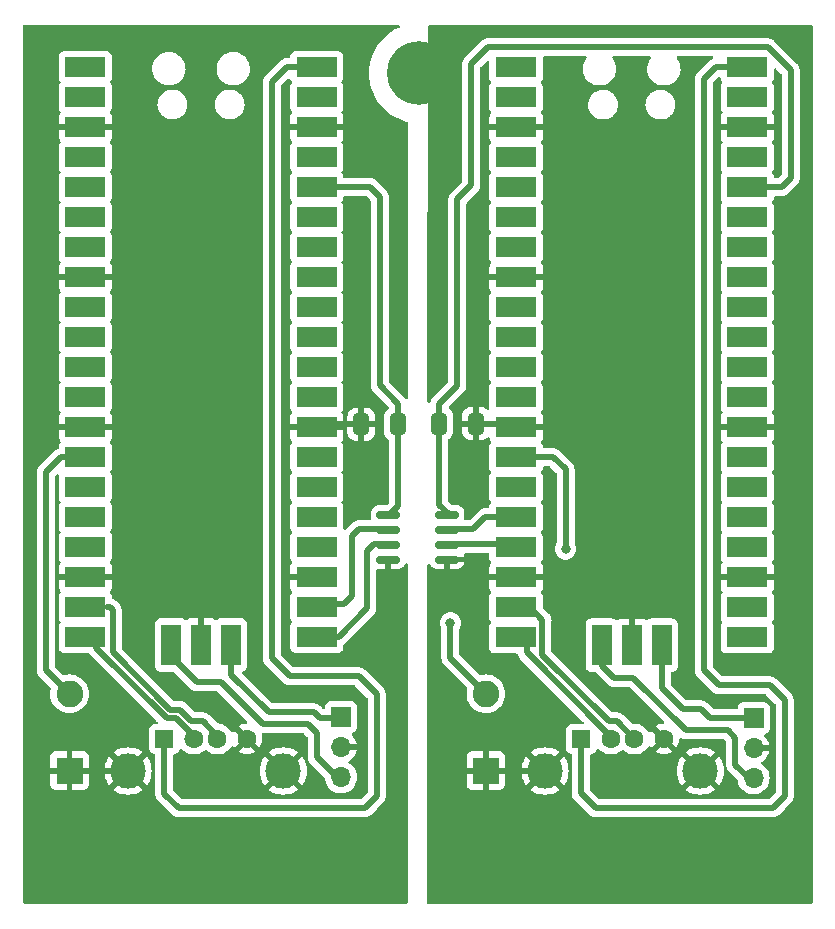
<source format=gbr>
%TF.GenerationSoftware,KiCad,Pcbnew,7.0.9*%
%TF.CreationDate,2024-02-17T13:50:42+09:00*%
%TF.ProjectId,DeskHop,4465736b-486f-4702-9e6b-696361645f70,rev?*%
%TF.SameCoordinates,PX20378f0PY6e37550*%
%TF.FileFunction,Copper,L1,Top*%
%TF.FilePolarity,Positive*%
%FSLAX46Y46*%
G04 Gerber Fmt 4.6, Leading zero omitted, Abs format (unit mm)*
G04 Created by KiCad (PCBNEW 7.0.9) date 2024-02-17 13:50:42*
%MOMM*%
%LPD*%
G01*
G04 APERTURE LIST*
G04 Aperture macros list*
%AMRoundRect*
0 Rectangle with rounded corners*
0 $1 Rounding radius*
0 $2 $3 $4 $5 $6 $7 $8 $9 X,Y pos of 4 corners*
0 Add a 4 corners polygon primitive as box body*
4,1,4,$2,$3,$4,$5,$6,$7,$8,$9,$2,$3,0*
0 Add four circle primitives for the rounded corners*
1,1,$1+$1,$2,$3*
1,1,$1+$1,$4,$5*
1,1,$1+$1,$6,$7*
1,1,$1+$1,$8,$9*
0 Add four rect primitives between the rounded corners*
20,1,$1+$1,$2,$3,$4,$5,0*
20,1,$1+$1,$4,$5,$6,$7,0*
20,1,$1+$1,$6,$7,$8,$9,0*
20,1,$1+$1,$8,$9,$2,$3,0*%
G04 Aperture macros list end*
%TA.AperFunction,SMDPad,CuDef*%
%ADD10R,3.500000X1.700000*%
%TD*%
%TA.AperFunction,SMDPad,CuDef*%
%ADD11R,1.700000X3.500000*%
%TD*%
%TA.AperFunction,ComponentPad*%
%ADD12C,3.100000*%
%TD*%
%TA.AperFunction,ConnectorPad*%
%ADD13C,5.400000*%
%TD*%
%TA.AperFunction,SMDPad,CuDef*%
%ADD14RoundRect,0.250000X-0.412500X-0.650000X0.412500X-0.650000X0.412500X0.650000X-0.412500X0.650000X0*%
%TD*%
%TA.AperFunction,ComponentPad*%
%ADD15R,1.600000X1.500000*%
%TD*%
%TA.AperFunction,ComponentPad*%
%ADD16C,1.600000*%
%TD*%
%TA.AperFunction,ComponentPad*%
%ADD17C,3.000000*%
%TD*%
%TA.AperFunction,ComponentPad*%
%ADD18R,1.700000X1.700000*%
%TD*%
%TA.AperFunction,ComponentPad*%
%ADD19O,1.700000X1.700000*%
%TD*%
%TA.AperFunction,SMDPad,CuDef*%
%ADD20RoundRect,0.150000X-0.825000X-0.150000X0.825000X-0.150000X0.825000X0.150000X-0.825000X0.150000X0*%
%TD*%
%TA.AperFunction,ComponentPad*%
%ADD21R,2.250000X2.250000*%
%TD*%
%TA.AperFunction,ComponentPad*%
%ADD22C,2.250000*%
%TD*%
%TA.AperFunction,SMDPad,CuDef*%
%ADD23RoundRect,0.250000X0.412500X0.650000X-0.412500X0.650000X-0.412500X-0.650000X0.412500X-0.650000X0*%
%TD*%
%TA.AperFunction,ViaPad*%
%ADD24C,0.800000*%
%TD*%
%TA.AperFunction,Conductor*%
%ADD25C,0.500000*%
%TD*%
G04 APERTURE END LIST*
D10*
%TO.P,U1,1,GPIO0*%
%TO.N,unconnected-(U1-GPIO0-Pad1)*%
X41772000Y70866000D03*
%TO.P,U1,2,GPIO1*%
%TO.N,unconnected-(U1-GPIO1-Pad2)*%
X41772000Y68326000D03*
%TO.P,U1,3,GND*%
%TO.N,GND2*%
X41772000Y65786000D03*
%TO.P,U1,4,GPIO2*%
%TO.N,unconnected-(U1-GPIO2-Pad4)*%
X41772000Y63246000D03*
%TO.P,U1,5,GPIO3*%
%TO.N,unconnected-(U1-GPIO3-Pad5)*%
X41772000Y60706000D03*
%TO.P,U1,6,GPIO4*%
%TO.N,unconnected-(U1-GPIO4-Pad6)*%
X41772000Y58166000D03*
%TO.P,U1,7,GPIO5*%
%TO.N,unconnected-(U1-GPIO5-Pad7)*%
X41772000Y55626000D03*
%TO.P,U1,8,GND*%
%TO.N,GND2*%
X41772000Y53086000D03*
%TO.P,U1,9,GPIO6*%
%TO.N,unconnected-(U1-GPIO6-Pad9)*%
X41772000Y50546000D03*
%TO.P,U1,10,GPIO7*%
%TO.N,unconnected-(U1-GPIO7-Pad10)*%
X41772000Y48006000D03*
%TO.P,U1,11,GPIO8*%
%TO.N,unconnected-(U1-GPIO8-Pad11)*%
X41772000Y45466000D03*
%TO.P,U1,12,GPIO9*%
%TO.N,unconnected-(U1-GPIO9-Pad12)*%
X41772000Y42926000D03*
%TO.P,U1,13,GND*%
%TO.N,GND2*%
X41772000Y40386000D03*
%TO.P,U1,14,GPIO10*%
%TO.N,Net-(U1-GPIO10)*%
X41772000Y37846000D03*
%TO.P,U1,15,GPIO11*%
%TO.N,unconnected-(U1-GPIO11-Pad15)*%
X41772000Y35306000D03*
%TO.P,U1,16,GPIO12*%
%TO.N,UART A TX*%
X41772000Y32766000D03*
%TO.P,U1,17,GPIO13*%
%TO.N,UART A RX*%
X41772000Y30226000D03*
%TO.P,U1,18,GND*%
%TO.N,GND2*%
X41772000Y27686000D03*
%TO.P,U1,19,GPIO14*%
%TO.N,Net-(J1-D+)*%
X41772000Y25146000D03*
%TO.P,U1,20,GPIO15*%
%TO.N,Net-(J1-D-)*%
X41772000Y22606000D03*
%TO.P,U1,21,GPIO16*%
%TO.N,unconnected-(U1-GPIO16-Pad21)*%
X61352000Y22606000D03*
%TO.P,U1,22,GPIO17*%
%TO.N,unconnected-(U1-GPIO17-Pad22)*%
X61352000Y25146000D03*
%TO.P,U1,23,GND*%
%TO.N,GND2*%
X61352000Y27686000D03*
%TO.P,U1,24,GPIO18*%
%TO.N,unconnected-(U1-GPIO18-Pad24)*%
X61352000Y30226000D03*
%TO.P,U1,25,GPIO19*%
%TO.N,unconnected-(U1-GPIO19-Pad25)*%
X61352000Y32766000D03*
%TO.P,U1,26,GPIO20*%
%TO.N,unconnected-(U1-GPIO20-Pad26)*%
X61352000Y35306000D03*
%TO.P,U1,27,GPIO21*%
%TO.N,unconnected-(U1-GPIO21-Pad27)*%
X61352000Y37846000D03*
%TO.P,U1,28,GND*%
%TO.N,GND2*%
X61352000Y40386000D03*
%TO.P,U1,29,GPIO22*%
%TO.N,unconnected-(U1-GPIO22-Pad29)*%
X61352000Y42926000D03*
%TO.P,U1,30,RUN*%
%TO.N,unconnected-(U1-RUN-Pad30)*%
X61352000Y45466000D03*
%TO.P,U1,31,GPIO26_ADC0*%
%TO.N,unconnected-(U1-GPIO26_ADC0-Pad31)*%
X61352000Y48006000D03*
%TO.P,U1,32,GPIO27_ADC1*%
%TO.N,unconnected-(U1-GPIO27_ADC1-Pad32)*%
X61352000Y50546000D03*
%TO.P,U1,33,AGND*%
%TO.N,unconnected-(U1-AGND-Pad33)*%
X61352000Y53086000D03*
%TO.P,U1,34,GPIO28_ADC2*%
%TO.N,unconnected-(U1-GPIO28_ADC2-Pad34)*%
X61352000Y55626000D03*
%TO.P,U1,35,ADC_VREF*%
%TO.N,unconnected-(U1-ADC_VREF-Pad35)*%
X61352000Y58166000D03*
%TO.P,U1,36,3V3*%
%TO.N,Net-(U1-3V3)*%
X61352000Y60706000D03*
%TO.P,U1,37,3V3_EN*%
%TO.N,unconnected-(U1-3V3_EN-Pad37)*%
X61352000Y63246000D03*
%TO.P,U1,38,GND*%
%TO.N,GND2*%
X61352000Y65786000D03*
%TO.P,U1,39,VSYS*%
%TO.N,unconnected-(U1-VSYS-Pad39)*%
X61352000Y68326000D03*
%TO.P,U1,40,VBUS*%
%TO.N,VBUS1*%
X61352000Y70866000D03*
D11*
%TO.P,U1,41,SWCLK*%
%TO.N,Net-(J3-Pin_3)*%
X49022000Y21936000D03*
%TO.P,U1,42,GND*%
%TO.N,GND2*%
X51562000Y21936000D03*
%TO.P,U1,43,SWDIO*%
%TO.N,Net-(J3-Pin_1)*%
X54102000Y21936000D03*
%TD*%
D10*
%TO.P,U2,1,GPIO0*%
%TO.N,unconnected-(U2-GPIO0-Pad1)*%
X5313523Y70881751D03*
%TO.P,U2,2,GPIO1*%
%TO.N,unconnected-(U2-GPIO1-Pad2)*%
X5313523Y68341751D03*
%TO.P,U2,3,GND*%
%TO.N,GND*%
X5313523Y65801751D03*
%TO.P,U2,4,GPIO2*%
%TO.N,unconnected-(U2-GPIO2-Pad4)*%
X5313523Y63261751D03*
%TO.P,U2,5,GPIO3*%
%TO.N,unconnected-(U2-GPIO3-Pad5)*%
X5313523Y60721751D03*
%TO.P,U2,6,GPIO4*%
%TO.N,unconnected-(U2-GPIO4-Pad6)*%
X5313523Y58181751D03*
%TO.P,U2,7,GPIO5*%
%TO.N,unconnected-(U2-GPIO5-Pad7)*%
X5313523Y55641751D03*
%TO.P,U2,8,GND*%
%TO.N,GND*%
X5313523Y53101751D03*
%TO.P,U2,9,GPIO6*%
%TO.N,unconnected-(U2-GPIO6-Pad9)*%
X5313523Y50561751D03*
%TO.P,U2,10,GPIO7*%
%TO.N,unconnected-(U2-GPIO7-Pad10)*%
X5313523Y48021751D03*
%TO.P,U2,11,GPIO8*%
%TO.N,unconnected-(U2-GPIO8-Pad11)*%
X5313523Y45481751D03*
%TO.P,U2,12,GPIO9*%
%TO.N,unconnected-(U2-GPIO9-Pad12)*%
X5313523Y42941751D03*
%TO.P,U2,13,GND*%
%TO.N,GND*%
X5313523Y40401751D03*
%TO.P,U2,14,GPIO10*%
%TO.N,Net-(U2-GPIO10)*%
X5313523Y37861751D03*
%TO.P,U2,15,GPIO11*%
%TO.N,unconnected-(U2-GPIO11-Pad15)*%
X5313523Y35321751D03*
%TO.P,U2,16,GPIO12*%
%TO.N,unconnected-(U2-GPIO12-Pad16)*%
X5313523Y32781751D03*
%TO.P,U2,17,GPIO13*%
%TO.N,unconnected-(U2-GPIO13-Pad17)*%
X5313523Y30241751D03*
%TO.P,U2,18,GND*%
%TO.N,GND*%
X5313523Y27701751D03*
%TO.P,U2,19,GPIO14*%
%TO.N,Net-(J4-D+)*%
X5313523Y25161751D03*
%TO.P,U2,20,GPIO15*%
%TO.N,Net-(J4-D-)*%
X5313523Y22621751D03*
%TO.P,U2,21,GPIO16*%
%TO.N,UART B TX*%
X24893523Y22621751D03*
%TO.P,U2,22,GPIO17*%
%TO.N,UART B RX*%
X24893523Y25161751D03*
%TO.P,U2,23,GND*%
%TO.N,GND*%
X24893523Y27701751D03*
%TO.P,U2,24,GPIO18*%
%TO.N,unconnected-(U2-GPIO18-Pad24)*%
X24893523Y30241751D03*
%TO.P,U2,25,GPIO19*%
%TO.N,unconnected-(U2-GPIO19-Pad25)*%
X24893523Y32781751D03*
%TO.P,U2,26,GPIO20*%
%TO.N,unconnected-(U2-GPIO20-Pad26)*%
X24893523Y35321751D03*
%TO.P,U2,27,GPIO21*%
%TO.N,unconnected-(U2-GPIO21-Pad27)*%
X24893523Y37861751D03*
%TO.P,U2,28,GND*%
%TO.N,GND*%
X24893523Y40401751D03*
%TO.P,U2,29,GPIO22*%
%TO.N,unconnected-(U2-GPIO22-Pad29)*%
X24893523Y42941751D03*
%TO.P,U2,30,RUN*%
%TO.N,unconnected-(U2-RUN-Pad30)*%
X24893523Y45481751D03*
%TO.P,U2,31,GPIO26_ADC0*%
%TO.N,unconnected-(U2-GPIO26_ADC0-Pad31)*%
X24893523Y48021751D03*
%TO.P,U2,32,GPIO27_ADC1*%
%TO.N,unconnected-(U2-GPIO27_ADC1-Pad32)*%
X24893523Y50561751D03*
%TO.P,U2,33,AGND*%
%TO.N,unconnected-(U2-AGND-Pad33)*%
X24893523Y53101751D03*
%TO.P,U2,34,GPIO28_ADC2*%
%TO.N,unconnected-(U2-GPIO28_ADC2-Pad34)*%
X24893523Y55641751D03*
%TO.P,U2,35,ADC_VREF*%
%TO.N,unconnected-(U2-ADC_VREF-Pad35)*%
X24893523Y58181751D03*
%TO.P,U2,36,3V3*%
%TO.N,3V3_BUS2*%
X24893523Y60721751D03*
%TO.P,U2,37,3V3_EN*%
%TO.N,unconnected-(U2-3V3_EN-Pad37)*%
X24893523Y63261751D03*
%TO.P,U2,38,GND*%
%TO.N,GND*%
X24893523Y65801751D03*
%TO.P,U2,39,VSYS*%
%TO.N,unconnected-(U2-VSYS-Pad39)*%
X24893523Y68341751D03*
%TO.P,U2,40,VBUS*%
%TO.N,VBUS2*%
X24893523Y70881751D03*
D11*
%TO.P,U2,41,SWCLK*%
%TO.N,Net-(J2-Pin_3)*%
X12563523Y21951751D03*
%TO.P,U2,42,GND*%
%TO.N,GND*%
X15103523Y21951751D03*
%TO.P,U2,43,SWDIO*%
%TO.N,Net-(J2-Pin_1)*%
X17643523Y21951751D03*
%TD*%
D12*
%TO.P,H3,1,1*%
%TO.N,GND2*%
X33528000Y70358000D03*
D13*
X33528000Y70358000D03*
%TD*%
D14*
%TO.P,C2,1*%
%TO.N,Net-(U1-3V3)*%
X35259691Y40692335D03*
%TO.P,C2,2*%
%TO.N,GND2*%
X38384691Y40692335D03*
%TD*%
D15*
%TO.P,J4,1,VBUS*%
%TO.N,VBUS2*%
X11994000Y13996000D03*
D16*
%TO.P,J4,2,D-*%
%TO.N,Net-(J4-D-)*%
X14494000Y13996000D03*
%TO.P,J4,3,D+*%
%TO.N,Net-(J4-D+)*%
X16494000Y13996000D03*
%TO.P,J4,4,GND*%
%TO.N,GND*%
X18994000Y13996000D03*
D17*
%TO.P,J4,5,Shield*%
X8924000Y11286000D03*
X22064000Y11286000D03*
%TD*%
D18*
%TO.P,J3,1,Pin_1*%
%TO.N,Net-(J3-Pin_1)*%
X61885537Y15774243D03*
D19*
%TO.P,J3,2,Pin_2*%
%TO.N,GND2*%
X61885537Y13234243D03*
%TO.P,J3,3,Pin_3*%
%TO.N,Net-(J3-Pin_3)*%
X61885537Y10694243D03*
%TD*%
D12*
%TO.P,H2,1,1*%
%TO.N,GND2*%
X62992000Y4064000D03*
D13*
X62992000Y4064000D03*
%TD*%
D15*
%TO.P,J1,1,VBUS*%
%TO.N,VBUS1*%
X47300000Y13996000D03*
D16*
%TO.P,J1,2,D-*%
%TO.N,Net-(J1-D-)*%
X49800000Y13996000D03*
%TO.P,J1,3,D+*%
%TO.N,Net-(J1-D+)*%
X51800000Y13996000D03*
%TO.P,J1,4,GND*%
%TO.N,GND2*%
X54300000Y13996000D03*
D17*
%TO.P,J1,5,Shield*%
X44230000Y11286000D03*
X57370000Y11286000D03*
%TD*%
D12*
%TO.P,H1,1,1*%
%TO.N,GND*%
X4064000Y4064000D03*
D13*
X4064000Y4064000D03*
%TD*%
D20*
%TO.P,U4,1,VDD1*%
%TO.N,3V3_BUS2*%
X30971070Y32998890D03*
%TO.P,U4,2,VOA*%
%TO.N,UART B RX*%
X30971070Y31728890D03*
%TO.P,U4,3,VIB*%
%TO.N,UART B TX*%
X30971070Y30458890D03*
%TO.P,U4,4,GND1*%
%TO.N,GND*%
X30971070Y29188890D03*
%TO.P,U4,5,GND2*%
%TO.N,GND2*%
X35921070Y29188890D03*
%TO.P,U4,6,VOB*%
%TO.N,UART A RX*%
X35921070Y30458890D03*
%TO.P,U4,7,VIA*%
%TO.N,UART A TX*%
X35921070Y31728890D03*
%TO.P,U4,8,VDD2*%
%TO.N,Net-(U1-3V3)*%
X35921070Y32998890D03*
%TD*%
D18*
%TO.P,J2,1,Pin_1*%
%TO.N,Net-(J2-Pin_1)*%
X26949042Y15852124D03*
D19*
%TO.P,J2,2,Pin_2*%
%TO.N,GND*%
X26949042Y13312124D03*
%TO.P,J2,3,Pin_3*%
%TO.N,Net-(J2-Pin_3)*%
X26949042Y10772124D03*
%TD*%
D21*
%TO.P,SW1,1,1*%
%TO.N,GND2*%
X39218000Y11320000D03*
D22*
%TO.P,SW1,2,2*%
%TO.N,Net-(U1-GPIO10)*%
X39218000Y17820000D03*
%TD*%
D23*
%TO.P,C1,1*%
%TO.N,3V3_BUS2*%
X31790536Y40640001D03*
%TO.P,C1,2*%
%TO.N,GND*%
X28665536Y40640001D03*
%TD*%
D21*
%TO.P,SW2,1,1*%
%TO.N,GND*%
X3968000Y11320000D03*
D22*
%TO.P,SW2,2,2*%
%TO.N,Net-(U2-GPIO10)*%
X3968000Y17820000D03*
%TD*%
D24*
%TO.N,Net-(U1-GPIO10)*%
X45968000Y30070000D03*
X36218000Y23820000D03*
%TD*%
D25*
%TO.N,GND*%
X8890000Y11320000D02*
X8924000Y11286000D01*
X3968000Y11320000D02*
X8890000Y11320000D01*
X24231772Y40640000D02*
X23993523Y40401751D01*
X28155500Y40640000D02*
X24231772Y40640000D01*
%TO.N,Net-(J2-Pin_1)*%
X24638000Y16256000D02*
X20828000Y16256000D01*
X26670000Y15748000D02*
X25146000Y15748000D01*
X25146000Y15748000D02*
X24638000Y16256000D01*
X17643523Y19440477D02*
X17643523Y22851751D01*
X20828000Y16256000D02*
X17643523Y19440477D01*
%TO.N,Net-(J2-Pin_3)*%
X12563523Y20991751D02*
X14759274Y18796000D01*
X24892000Y14478000D02*
X24892000Y12446000D01*
X24124000Y15246000D02*
X24892000Y14478000D01*
X24892000Y12446000D02*
X26670000Y10668000D01*
X20314000Y15246000D02*
X24124000Y15246000D01*
X14759274Y18796000D02*
X16764000Y18796000D01*
X12563523Y22851751D02*
X12563523Y20991751D01*
X16764000Y18796000D02*
X20314000Y15246000D01*
%TO.N,Net-(J3-Pin_1)*%
X58181000Y15733000D02*
X57404000Y16510000D01*
X54087000Y22059000D02*
X54102000Y22074000D01*
X57404000Y16510000D02*
X55880000Y16510000D01*
X54102000Y18288000D02*
X55880000Y16510000D01*
X54102000Y22074000D02*
X54102000Y18288000D01*
X61468000Y15733000D02*
X58181000Y15733000D01*
%TO.N,Net-(J3-Pin_3)*%
X49007000Y22059000D02*
X49022000Y22074000D01*
X50059000Y19177000D02*
X51689000Y19177000D01*
X51689000Y19177000D02*
X56134000Y14732000D01*
X59690000Y14732000D02*
X60336941Y14085059D01*
X60336941Y14085059D02*
X60336941Y11799059D01*
X60336941Y11799059D02*
X61468000Y10668000D01*
X49022000Y22074000D02*
X49022000Y20214000D01*
X49022000Y20214000D02*
X50059000Y19177000D01*
X56134000Y14732000D02*
X59690000Y14732000D01*
%TO.N,Net-(U1-3V3)*%
X36801420Y59687002D02*
X37978000Y60863582D01*
X63068223Y72567777D02*
X65024000Y70612000D01*
X36801420Y43913420D02*
X36801420Y59687002D01*
X35259691Y40692335D02*
X35259691Y42371691D01*
X35259691Y33828309D02*
X36068000Y33020000D01*
X65024000Y61468000D02*
X64262000Y60706000D01*
X35259691Y42371691D02*
X36801420Y43913420D01*
X37978000Y60863582D02*
X37978000Y71166000D01*
X35259691Y40692335D02*
X35259691Y33828309D01*
X37978000Y71166000D02*
X39379777Y72567777D01*
X65024000Y70612000D02*
X65024000Y61468000D01*
X64262000Y60706000D02*
X60452000Y60706000D01*
X39379777Y72567777D02*
X63068223Y72567777D01*
%TO.N,UART A TX*%
X36068000Y31750000D02*
X38167721Y31750000D01*
X38167721Y31750000D02*
X39183721Y32766000D01*
X39183721Y32766000D02*
X42672000Y32766000D01*
%TO.N,Net-(J1-D+)*%
X50302000Y15494000D02*
X49603744Y15494000D01*
X44013094Y24058906D02*
X42926000Y25146000D01*
X51800000Y13996000D02*
X50302000Y15494000D01*
X42926000Y25146000D02*
X42672000Y25146000D01*
X44013094Y21084650D02*
X44013094Y24058906D01*
X51736500Y14367000D02*
X51800000Y14367000D01*
X49603744Y15494000D02*
X44013094Y21084650D01*
%TO.N,Net-(J1-D-)*%
X42672000Y22606000D02*
X42672000Y21336000D01*
X49504000Y14504000D02*
X49800000Y14504000D01*
X42672000Y21336000D02*
X49504000Y14504000D01*
%TO.N,UART A RX*%
X36068000Y30480000D02*
X42418000Y30480000D01*
X42418000Y30480000D02*
X42672000Y30226000D01*
%TO.N,UART B TX*%
X23993523Y22621751D02*
X26749206Y22621751D01*
X26749206Y22621751D02*
X29180639Y25053184D01*
X29718000Y30480000D02*
X31118000Y30480000D01*
X29180639Y25053184D02*
X29180639Y29942639D01*
X29180639Y29942639D02*
X29718000Y30480000D01*
%TO.N,UART B RX*%
X24231772Y25400000D02*
X27178000Y25400000D01*
X27178000Y25400000D02*
X27899215Y26121215D01*
X28448000Y31750000D02*
X31118000Y31750000D01*
X27899215Y31201215D02*
X28448000Y31750000D01*
X23993523Y25161751D02*
X24231772Y25400000D01*
X27899215Y26121215D02*
X27899215Y31201215D01*
%TO.N,3V3_BUS2*%
X31790536Y40640001D02*
X31790536Y33692536D01*
X31790536Y42377464D02*
X31790536Y40640001D01*
X30244291Y43923709D02*
X31790536Y42377464D01*
X31790536Y33692536D02*
X31118000Y33020000D01*
X30244291Y59907418D02*
X30244291Y43923709D01*
X29429958Y60721751D02*
X30244291Y59907418D01*
X23993523Y60721751D02*
X29429958Y60721751D01*
%TO.N,VBUS1*%
X58674000Y70866000D02*
X57658000Y69850000D01*
X63500000Y8128000D02*
X48514000Y8128000D01*
X60452000Y70866000D02*
X58674000Y70866000D01*
X57658000Y69850000D02*
X57658000Y19812000D01*
X47244000Y9398000D02*
X47300000Y9454000D01*
X63246000Y18542000D02*
X64516000Y17272000D01*
X64516000Y17272000D02*
X64516000Y9144000D01*
X64516000Y9144000D02*
X63500000Y8128000D01*
X57658000Y19812000D02*
X58928000Y18542000D01*
X58928000Y18542000D02*
X63246000Y18542000D01*
X47300000Y9454000D02*
X47300000Y13742000D01*
X48514000Y8128000D02*
X47244000Y9398000D01*
%TO.N,GND2*%
X44230000Y11286000D02*
X39252000Y11286000D01*
X39252000Y11286000D02*
X39218000Y11320000D01*
X38384691Y40692335D02*
X42365665Y40692335D01*
X42365665Y40692335D02*
X42672000Y40386000D01*
%TO.N,Net-(U1-GPIO10)*%
X36218000Y20820000D02*
X36218000Y23820000D01*
X44942000Y37846000D02*
X45968000Y36820000D01*
X42672000Y37846000D02*
X44942000Y37846000D01*
X45968000Y36820000D02*
X45968000Y30070000D01*
X39218000Y17820000D02*
X36218000Y20820000D01*
%TO.N,Net-(U2-GPIO10)*%
X6213523Y37861751D02*
X3259751Y37861751D01*
X3259751Y37861751D02*
X1968000Y36570000D01*
X1968000Y36570000D02*
X1968000Y19820000D01*
X1968000Y19820000D02*
X3968000Y17820000D01*
%TO.N,VBUS2*%
X22367751Y70881751D02*
X23993523Y70881751D01*
X11994000Y9342000D02*
X13208000Y8128000D01*
X13208000Y8128000D02*
X28956000Y8128000D01*
X29972000Y9144000D02*
X29972000Y17780000D01*
X21082000Y20828000D02*
X21082000Y69596000D01*
X28956000Y8128000D02*
X29972000Y9144000D01*
X22606000Y19304000D02*
X21082000Y20828000D01*
X21082000Y69596000D02*
X22367751Y70881751D01*
X29972000Y17780000D02*
X28448000Y19304000D01*
X11994000Y13996000D02*
X11994000Y9342000D01*
X28448000Y19304000D02*
X22606000Y19304000D01*
%TO.N,Net-(J4-D-)*%
X14494000Y13996000D02*
X14494000Y14208000D01*
X6213523Y21726477D02*
X6213523Y22621751D01*
X12192000Y15748000D02*
X6213523Y21726477D01*
X14494000Y14208000D02*
X12954000Y15748000D01*
X13944000Y13996000D02*
X14494000Y13996000D01*
X12954000Y15748000D02*
X12192000Y15748000D01*
%TO.N,Net-(J4-D+)*%
X12472170Y16489374D02*
X13285614Y16489374D01*
X7620000Y24892000D02*
X7620000Y21341544D01*
X7112000Y25146000D02*
X7366000Y25146000D01*
X13285614Y16489374D02*
X14280988Y15494000D01*
X14280988Y15494000D02*
X15240000Y15494000D01*
X7620000Y21341544D02*
X12472170Y16489374D01*
X7366000Y25146000D02*
X7620000Y24892000D01*
X16240000Y14494000D02*
X16240000Y14367000D01*
X15240000Y15494000D02*
X16240000Y14494000D01*
%TD*%
%TA.AperFunction,Conductor*%
%TO.N,GND2*%
G36*
X66825112Y74439691D02*
G01*
X66870867Y74386887D01*
X66882073Y74335376D01*
X66882073Y153125D01*
X66862388Y86086D01*
X66809584Y40331D01*
X66758073Y29125D01*
X34373298Y29125D01*
X34306259Y48810D01*
X34260504Y101614D01*
X34249298Y153194D01*
X34250335Y2014000D01*
X34251477Y4064000D01*
X60937210Y4064000D01*
X60956347Y3784206D01*
X60956348Y3784204D01*
X61013403Y3509636D01*
X61013408Y3509619D01*
X61107319Y3245378D01*
X61107320Y3245376D01*
X61236348Y2996363D01*
X61236352Y2996357D01*
X61374744Y2800301D01*
X61374745Y2800300D01*
X61877073Y3302628D01*
X61953890Y3192922D01*
X62120922Y3025890D01*
X62230626Y2949075D01*
X61729740Y2448189D01*
X61807046Y2385296D01*
X62046664Y2239581D01*
X62046668Y2239579D01*
X62303888Y2127854D01*
X62573935Y2052190D01*
X62573941Y2052189D01*
X62851775Y2014000D01*
X63132225Y2014000D01*
X63410058Y2052189D01*
X63410064Y2052190D01*
X63680111Y2127854D01*
X63937331Y2239579D01*
X63937335Y2239581D01*
X64176950Y2385294D01*
X64176965Y2385304D01*
X64254258Y2448189D01*
X63753373Y2949075D01*
X63863078Y3025890D01*
X64030110Y3192922D01*
X64106926Y3302628D01*
X64609253Y2800301D01*
X64747651Y2996364D01*
X64876679Y3245376D01*
X64876680Y3245378D01*
X64970591Y3509619D01*
X64970596Y3509636D01*
X65027651Y3784204D01*
X65027652Y3784206D01*
X65046789Y4064000D01*
X65027652Y4343795D01*
X65027651Y4343797D01*
X64970596Y4618365D01*
X64970591Y4618382D01*
X64876680Y4882623D01*
X64876679Y4882625D01*
X64747651Y5131637D01*
X64609253Y5327701D01*
X64106925Y4825374D01*
X64030110Y4935078D01*
X63863078Y5102110D01*
X63753372Y5178927D01*
X64254258Y5679813D01*
X64176953Y5742705D01*
X63937335Y5888420D01*
X63937331Y5888422D01*
X63680111Y6000147D01*
X63410064Y6075811D01*
X63410058Y6075812D01*
X63132225Y6114000D01*
X62851775Y6114000D01*
X62573941Y6075812D01*
X62573935Y6075811D01*
X62303888Y6000147D01*
X62046670Y5888423D01*
X61807038Y5742699D01*
X61807034Y5742696D01*
X61729740Y5679813D01*
X62230627Y5178927D01*
X62120922Y5102110D01*
X61953890Y4935078D01*
X61877073Y4825374D01*
X61374745Y5327702D01*
X61236352Y5131644D01*
X61236348Y5131638D01*
X61107320Y4882625D01*
X61107319Y4882623D01*
X61013408Y4618382D01*
X61013403Y4618365D01*
X60956348Y4343797D01*
X60956347Y4343795D01*
X60937210Y4064000D01*
X34251477Y4064000D01*
X34254867Y10147156D01*
X37593000Y10147156D01*
X37599401Y10087628D01*
X37599403Y10087621D01*
X37649645Y9952914D01*
X37649649Y9952907D01*
X37735809Y9837813D01*
X37735812Y9837810D01*
X37850906Y9751650D01*
X37850913Y9751646D01*
X37985620Y9701404D01*
X37985627Y9701402D01*
X38045155Y9695001D01*
X38045172Y9695000D01*
X38968000Y9695000D01*
X38968000Y10715690D01*
X38976817Y10710842D01*
X39135886Y10670000D01*
X39258894Y10670000D01*
X39380933Y10685417D01*
X39468000Y10719890D01*
X39468000Y9695000D01*
X40390828Y9695000D01*
X40390844Y9695001D01*
X40450372Y9701402D01*
X40450379Y9701404D01*
X40585086Y9751646D01*
X40585093Y9751650D01*
X40700187Y9837810D01*
X40700190Y9837813D01*
X40786350Y9952907D01*
X40786354Y9952914D01*
X40836596Y10087621D01*
X40836598Y10087628D01*
X40842999Y10147156D01*
X40843000Y10147173D01*
X40843000Y11070000D01*
X39818728Y11070000D01*
X39841100Y11117543D01*
X39871873Y11278862D01*
X39871424Y11285999D01*
X42224891Y11285999D01*
X42245300Y11000638D01*
X42306109Y10721105D01*
X42406091Y10453042D01*
X42543191Y10201962D01*
X42543196Y10201954D01*
X42649882Y10059439D01*
X42649883Y10059438D01*
X43259438Y10668994D01*
X43308348Y10590001D01*
X43451931Y10432499D01*
X43610388Y10312837D01*
X43003436Y9705885D01*
X43145960Y9599193D01*
X43145961Y9599192D01*
X43397042Y9462092D01*
X43397041Y9462092D01*
X43665104Y9362110D01*
X43944637Y9301301D01*
X44229999Y9280891D01*
X44230001Y9280891D01*
X44515362Y9301301D01*
X44794895Y9362110D01*
X45062958Y9462092D01*
X45314047Y9599197D01*
X45456561Y9705884D01*
X45456562Y9705885D01*
X44849611Y10312837D01*
X45008069Y10432499D01*
X45151652Y10590001D01*
X45200560Y10668993D01*
X45810115Y10059438D01*
X45810116Y10059439D01*
X45916803Y10201953D01*
X46053908Y10453042D01*
X46153890Y10721105D01*
X46214699Y11000638D01*
X46235109Y11285999D01*
X46235109Y11286002D01*
X46214699Y11571363D01*
X46153890Y11850896D01*
X46053908Y12118959D01*
X45916808Y12370039D01*
X45916807Y12370040D01*
X45810115Y12512564D01*
X45200560Y11903009D01*
X45151652Y11981999D01*
X45008069Y12139501D01*
X44849610Y12259165D01*
X45456562Y12866117D01*
X45456561Y12866118D01*
X45314046Y12972804D01*
X45314038Y12972809D01*
X45062957Y13109909D01*
X45062958Y13109909D01*
X44794895Y13209891D01*
X44515362Y13270700D01*
X44230001Y13291109D01*
X44229999Y13291109D01*
X43944637Y13270700D01*
X43665104Y13209891D01*
X43397041Y13109909D01*
X43145961Y12972809D01*
X43145953Y12972804D01*
X43003437Y12866118D01*
X43003436Y12866117D01*
X43610389Y12259165D01*
X43451931Y12139501D01*
X43308348Y11981999D01*
X43259439Y11903008D01*
X42649883Y12512564D01*
X42649882Y12512563D01*
X42543196Y12370047D01*
X42543191Y12370039D01*
X42406091Y12118959D01*
X42306109Y11850896D01*
X42245300Y11571363D01*
X42224891Y11286002D01*
X42224891Y11285999D01*
X39871424Y11285999D01*
X39861561Y11442766D01*
X39820220Y11570000D01*
X40843000Y11570000D01*
X40843000Y12492828D01*
X40842999Y12492845D01*
X40836598Y12552373D01*
X40836596Y12552380D01*
X40786354Y12687087D01*
X40786350Y12687094D01*
X40700190Y12802188D01*
X40700187Y12802191D01*
X40585093Y12888351D01*
X40585086Y12888355D01*
X40450379Y12938597D01*
X40450372Y12938599D01*
X40390844Y12945000D01*
X39468000Y12945000D01*
X39468000Y11924311D01*
X39459183Y11929158D01*
X39300114Y11970000D01*
X39177106Y11970000D01*
X39055067Y11954583D01*
X38968000Y11920111D01*
X38968000Y12945000D01*
X38045155Y12945000D01*
X37985627Y12938599D01*
X37985620Y12938597D01*
X37850913Y12888355D01*
X37850906Y12888351D01*
X37735812Y12802191D01*
X37735809Y12802188D01*
X37649649Y12687094D01*
X37649645Y12687087D01*
X37599403Y12552380D01*
X37599401Y12552373D01*
X37593000Y12492845D01*
X37593000Y11570000D01*
X38617272Y11570000D01*
X38594900Y11522457D01*
X38564127Y11361138D01*
X38574439Y11197234D01*
X38615780Y11070000D01*
X37593000Y11070000D01*
X37593000Y10147156D01*
X34254867Y10147156D01*
X34262486Y23820000D01*
X35304496Y23820000D01*
X35324458Y23630072D01*
X35324459Y23630069D01*
X35383470Y23448451D01*
X35383473Y23448444D01*
X35442887Y23345537D01*
X35459500Y23283537D01*
X35459500Y20884294D01*
X35458191Y20866324D01*
X35454658Y20842209D01*
X35459264Y20789580D01*
X35459500Y20784173D01*
X35459500Y20775822D01*
X35463347Y20742904D01*
X35470112Y20665573D01*
X35471572Y20658506D01*
X35471526Y20658497D01*
X35473209Y20650906D01*
X35473254Y20650916D01*
X35474919Y20643890D01*
X35501473Y20570935D01*
X35525886Y20497263D01*
X35528940Y20490714D01*
X35528896Y20490694D01*
X35532284Y20483696D01*
X35532327Y20483717D01*
X35535563Y20477272D01*
X35535565Y20477268D01*
X35578233Y20412395D01*
X35618970Y20346349D01*
X35618972Y20346347D01*
X35623451Y20340682D01*
X35623413Y20340653D01*
X35628320Y20334628D01*
X35628357Y20334658D01*
X35633002Y20329122D01*
X35689482Y20275837D01*
X37606540Y18358779D01*
X37640025Y18297456D01*
X37639433Y18242151D01*
X37599621Y18076324D01*
X37579449Y17820000D01*
X37599621Y17563677D01*
X37659644Y17313660D01*
X37758039Y17076113D01*
X37892382Y16856887D01*
X37892385Y16856882D01*
X37968078Y16768258D01*
X38059369Y16661369D01*
X38184518Y16554482D01*
X38254881Y16494386D01*
X38254883Y16494385D01*
X38254884Y16494384D01*
X38313876Y16458234D01*
X38474112Y16360040D01*
X38711659Y16261645D01*
X38774163Y16246640D01*
X38961674Y16201622D01*
X39218000Y16181449D01*
X39474326Y16201622D01*
X39724340Y16261645D01*
X39961887Y16360040D01*
X40181116Y16494384D01*
X40376631Y16661369D01*
X40543616Y16856884D01*
X40677960Y17076113D01*
X40776355Y17313660D01*
X40836378Y17563674D01*
X40856551Y17820000D01*
X40836378Y18076326D01*
X40796362Y18243002D01*
X40776355Y18326341D01*
X40677960Y18563888D01*
X40550547Y18771805D01*
X40543616Y18783116D01*
X40543615Y18783117D01*
X40543614Y18783119D01*
X40483518Y18853482D01*
X40376631Y18978631D01*
X40232465Y19101760D01*
X40181118Y19145615D01*
X40181113Y19145618D01*
X39961887Y19279961D01*
X39724340Y19378356D01*
X39474322Y19438379D01*
X39474323Y19438379D01*
X39218000Y19458551D01*
X38961676Y19438379D01*
X38795849Y19398567D01*
X38726067Y19402058D01*
X38679221Y19431460D01*
X37012819Y21097862D01*
X36979334Y21159185D01*
X36976500Y21185543D01*
X36976500Y23283537D01*
X36993113Y23345537D01*
X37052527Y23448444D01*
X37111542Y23630072D01*
X37131504Y23820000D01*
X37111542Y24009928D01*
X37052527Y24191556D01*
X36957040Y24356944D01*
X36829253Y24498866D01*
X36674752Y24611118D01*
X36500288Y24688794D01*
X36500286Y24688795D01*
X36313487Y24728500D01*
X36122513Y24728500D01*
X35935714Y24688795D01*
X35761246Y24611117D01*
X35606745Y24498865D01*
X35478959Y24356943D01*
X35383473Y24191557D01*
X35383470Y24191550D01*
X35325321Y24012584D01*
X35324458Y24009928D01*
X35304496Y23820000D01*
X34262486Y23820000D01*
X34265213Y28713686D01*
X34284935Y28780713D01*
X34337764Y28826438D01*
X34406928Y28836343D01*
X34470468Y28807283D01*
X34495945Y28776736D01*
X34578384Y28637338D01*
X34578391Y28637329D01*
X34694508Y28521212D01*
X34694517Y28521205D01*
X34835873Y28437608D01*
X34835876Y28437607D01*
X34993574Y28391791D01*
X34993580Y28391790D01*
X35030426Y28388890D01*
X35671070Y28388890D01*
X35671070Y28938890D01*
X36171070Y28938890D01*
X36171070Y28388890D01*
X36811714Y28388890D01*
X36848559Y28391790D01*
X36848565Y28391791D01*
X37006263Y28437607D01*
X37006266Y28437608D01*
X37147622Y28521205D01*
X37147631Y28521212D01*
X37263748Y28637329D01*
X37263755Y28637338D01*
X37347351Y28778692D01*
X37393170Y28936404D01*
X37393365Y28938889D01*
X37393365Y28938890D01*
X36171070Y28938890D01*
X35671070Y28938890D01*
X35671070Y29314890D01*
X35690755Y29381929D01*
X35743559Y29427684D01*
X35795070Y29438890D01*
X37393365Y29438890D01*
X37393365Y29438892D01*
X37393170Y29441379D01*
X37393169Y29441385D01*
X37357864Y29562905D01*
X37358063Y29632774D01*
X37396005Y29691444D01*
X37459643Y29720288D01*
X37476940Y29721500D01*
X39389500Y29721500D01*
X39456539Y29701815D01*
X39502294Y29649011D01*
X39513500Y29597500D01*
X39513500Y29327346D01*
X39520011Y29266798D01*
X39520011Y29266796D01*
X39571111Y29129796D01*
X39650893Y29023220D01*
X39675310Y28957755D01*
X39660458Y28889482D01*
X39650893Y28874598D01*
X39578647Y28778090D01*
X39578645Y28778087D01*
X39528403Y28643380D01*
X39528401Y28643373D01*
X39522000Y28583845D01*
X39522000Y27936000D01*
X44022000Y27936000D01*
X44022000Y28583828D01*
X44021999Y28583845D01*
X44015598Y28643373D01*
X44015596Y28643380D01*
X43965354Y28778087D01*
X43965353Y28778089D01*
X43893106Y28874598D01*
X43868689Y28940062D01*
X43883540Y29008335D01*
X43893099Y29023211D01*
X43972889Y29129796D01*
X44023989Y29266799D01*
X44027591Y29300308D01*
X44030499Y29327346D01*
X44030500Y29327363D01*
X44030500Y31124638D01*
X44030499Y31124655D01*
X44027157Y31155730D01*
X44023989Y31185201D01*
X44005558Y31234615D01*
X43972888Y31322207D01*
X43972887Y31322208D01*
X43898415Y31421689D01*
X43873997Y31487153D01*
X43888848Y31555426D01*
X43898415Y31570311D01*
X43972887Y31669793D01*
X43972888Y31669794D01*
X44023988Y31806796D01*
X44023988Y31806797D01*
X44023989Y31806799D01*
X44027591Y31840308D01*
X44030499Y31867346D01*
X44030500Y31867363D01*
X44030500Y33664638D01*
X44030499Y33664655D01*
X44027157Y33695730D01*
X44023989Y33725201D01*
X44020332Y33735005D01*
X43972888Y33862207D01*
X43972887Y33862208D01*
X43898415Y33961689D01*
X43873997Y34027153D01*
X43888848Y34095426D01*
X43898415Y34110311D01*
X43972887Y34209793D01*
X43972888Y34209794D01*
X44023988Y34346796D01*
X44023988Y34346797D01*
X44023989Y34346799D01*
X44027591Y34380308D01*
X44030499Y34407346D01*
X44030500Y34407363D01*
X44030500Y36204638D01*
X44030499Y36204655D01*
X44027157Y36235730D01*
X44023989Y36265201D01*
X43972889Y36402204D01*
X43972888Y36402207D01*
X43972887Y36402208D01*
X43898415Y36501689D01*
X43873997Y36567153D01*
X43888848Y36635426D01*
X43898415Y36650311D01*
X43972887Y36749793D01*
X43972888Y36749794D01*
X43975094Y36755707D01*
X44015551Y36864176D01*
X44023988Y36886796D01*
X44023988Y36886797D01*
X44023989Y36886799D01*
X44027591Y36920308D01*
X44030499Y36947346D01*
X44030500Y36947363D01*
X44030500Y36963500D01*
X44050185Y37030539D01*
X44102989Y37076294D01*
X44154500Y37087500D01*
X44576457Y37087500D01*
X44643496Y37067815D01*
X44664138Y37051181D01*
X45173181Y36542138D01*
X45206666Y36480815D01*
X45209500Y36454457D01*
X45209500Y30606465D01*
X45192888Y30544466D01*
X45133472Y30441554D01*
X45133470Y30441550D01*
X45074459Y30259932D01*
X45074458Y30259928D01*
X45054496Y30070000D01*
X45074458Y29880072D01*
X45074459Y29880069D01*
X45133470Y29698451D01*
X45133473Y29698444D01*
X45228960Y29533056D01*
X45356747Y29391134D01*
X45511248Y29278882D01*
X45685712Y29201206D01*
X45872513Y29161500D01*
X46063487Y29161500D01*
X46250288Y29201206D01*
X46424752Y29278882D01*
X46579253Y29391134D01*
X46707040Y29533056D01*
X46802527Y29698444D01*
X46861542Y29880072D01*
X46881504Y30070000D01*
X46861542Y30259928D01*
X46802527Y30441556D01*
X46743111Y30544467D01*
X46726500Y30606465D01*
X46726500Y36755707D01*
X46727809Y36773678D01*
X46731341Y36797789D01*
X46726735Y36850427D01*
X46726500Y36855829D01*
X46726500Y36864176D01*
X46726499Y36864187D01*
X46722652Y36897096D01*
X46718255Y36947362D01*
X46715887Y36974427D01*
X46715885Y36974432D01*
X46714427Y36981496D01*
X46714475Y36981507D01*
X46712794Y36989091D01*
X46712746Y36989079D01*
X46711079Y36996107D01*
X46711079Y36996113D01*
X46684528Y37069062D01*
X46660114Y37142738D01*
X46660111Y37142742D01*
X46657061Y37149285D01*
X46657105Y37149306D01*
X46653717Y37156305D01*
X46653674Y37156283D01*
X46650436Y37162731D01*
X46607766Y37227606D01*
X46567030Y37293651D01*
X46562553Y37299313D01*
X46562590Y37299344D01*
X46557681Y37305371D01*
X46557645Y37305340D01*
X46553005Y37310869D01*
X46553003Y37310871D01*
X46553001Y37310874D01*
X46521891Y37340225D01*
X46496517Y37364165D01*
X45523804Y38336877D01*
X45512022Y38350510D01*
X45497472Y38370054D01*
X45497471Y38370055D01*
X45497469Y38370058D01*
X45496595Y38370792D01*
X45456987Y38404028D01*
X45452998Y38407683D01*
X45447102Y38413579D01*
X45447101Y38413580D01*
X45421103Y38434137D01*
X45361640Y38484032D01*
X45361635Y38484035D01*
X45355605Y38488001D01*
X45355630Y38488041D01*
X45349069Y38492221D01*
X45349045Y38492180D01*
X45342904Y38495969D01*
X45272540Y38528780D01*
X45203185Y38563611D01*
X45196401Y38566080D01*
X45196416Y38566124D01*
X45189071Y38568678D01*
X45189057Y38568633D01*
X45182205Y38570904D01*
X45144177Y38578756D01*
X45106149Y38586608D01*
X45030656Y38604500D01*
X45030654Y38604500D01*
X45030646Y38604502D01*
X45023482Y38605339D01*
X45023487Y38605388D01*
X45015757Y38606178D01*
X45015753Y38606130D01*
X45008562Y38606760D01*
X44930920Y38604500D01*
X44154500Y38604500D01*
X44087461Y38624185D01*
X44041706Y38676989D01*
X44030500Y38728500D01*
X44030500Y38744638D01*
X44030499Y38744655D01*
X44027157Y38775730D01*
X44023989Y38805201D01*
X43972889Y38942204D01*
X43893105Y39048782D01*
X43868689Y39114246D01*
X43883541Y39182519D01*
X43893107Y39197404D01*
X43965352Y39293911D01*
X43965354Y39293914D01*
X44015596Y39428621D01*
X44015598Y39428628D01*
X44021999Y39488156D01*
X44022000Y39488173D01*
X44022000Y40136000D01*
X41646000Y40136000D01*
X41578961Y40155685D01*
X41533206Y40208489D01*
X41522000Y40260000D01*
X41522000Y40512000D01*
X41541685Y40579039D01*
X41594489Y40624794D01*
X41646000Y40636000D01*
X44022000Y40636000D01*
X44022000Y41283828D01*
X44021999Y41283845D01*
X44015598Y41343373D01*
X44015596Y41343380D01*
X43965354Y41478087D01*
X43965353Y41478089D01*
X43893106Y41574598D01*
X43868689Y41640062D01*
X43883540Y41708335D01*
X43893099Y41723211D01*
X43972889Y41829796D01*
X44023989Y41966799D01*
X44027591Y42000308D01*
X44030499Y42027346D01*
X44030500Y42027363D01*
X44030500Y43824638D01*
X44030499Y43824655D01*
X44027157Y43855730D01*
X44023989Y43885201D01*
X44009338Y43924481D01*
X43972888Y44022207D01*
X43972887Y44022208D01*
X43898415Y44121689D01*
X43873997Y44187153D01*
X43888848Y44255426D01*
X43898415Y44270311D01*
X43972887Y44369793D01*
X43972888Y44369794D01*
X44023988Y44506796D01*
X44023988Y44506797D01*
X44023989Y44506799D01*
X44027591Y44540308D01*
X44030499Y44567346D01*
X44030500Y44567363D01*
X44030500Y46364638D01*
X44030499Y46364655D01*
X44027157Y46395730D01*
X44023989Y46425201D01*
X43972889Y46562204D01*
X43972888Y46562207D01*
X43972887Y46562208D01*
X43898415Y46661689D01*
X43873997Y46727153D01*
X43888848Y46795426D01*
X43898415Y46810311D01*
X43972887Y46909793D01*
X43972888Y46909794D01*
X44023988Y47046796D01*
X44023988Y47046797D01*
X44023989Y47046799D01*
X44027591Y47080308D01*
X44030499Y47107346D01*
X44030500Y47107363D01*
X44030500Y48904638D01*
X44030499Y48904655D01*
X44027157Y48935730D01*
X44023989Y48965201D01*
X43972889Y49102204D01*
X43972888Y49102207D01*
X43972887Y49102208D01*
X43898415Y49201689D01*
X43873997Y49267153D01*
X43888848Y49335426D01*
X43898415Y49350311D01*
X43972887Y49449793D01*
X43972888Y49449794D01*
X44023988Y49586796D01*
X44023988Y49586797D01*
X44023989Y49586799D01*
X44027591Y49620308D01*
X44030499Y49647346D01*
X44030500Y49647363D01*
X44030500Y51444638D01*
X44030499Y51444655D01*
X44027157Y51475730D01*
X44023989Y51505201D01*
X43972889Y51642204D01*
X43893105Y51748782D01*
X43868689Y51814246D01*
X43883541Y51882519D01*
X43893107Y51897404D01*
X43965352Y51993911D01*
X43965354Y51993914D01*
X44015596Y52128621D01*
X44015598Y52128628D01*
X44021999Y52188156D01*
X44022000Y52188173D01*
X44022000Y52836000D01*
X39522000Y52836000D01*
X39522000Y52188156D01*
X39528401Y52128628D01*
X39528403Y52128621D01*
X39578645Y51993914D01*
X39578646Y51993912D01*
X39650893Y51897403D01*
X39675310Y51831939D01*
X39660459Y51763666D01*
X39650893Y51748782D01*
X39571112Y51642207D01*
X39571111Y51642207D01*
X39520011Y51505205D01*
X39520011Y51505203D01*
X39513500Y51444655D01*
X39513500Y49647346D01*
X39520011Y49586798D01*
X39520011Y49586796D01*
X39571111Y49449796D01*
X39645585Y49350311D01*
X39670002Y49284846D01*
X39655150Y49216573D01*
X39645585Y49201689D01*
X39571111Y49102205D01*
X39520011Y48965205D01*
X39520011Y48965203D01*
X39513500Y48904655D01*
X39513500Y47107346D01*
X39520011Y47046798D01*
X39520011Y47046796D01*
X39571111Y46909796D01*
X39645585Y46810311D01*
X39670002Y46744846D01*
X39655150Y46676573D01*
X39645585Y46661689D01*
X39571111Y46562205D01*
X39520011Y46425205D01*
X39520011Y46425203D01*
X39513500Y46364655D01*
X39513500Y44567346D01*
X39520011Y44506798D01*
X39520011Y44506796D01*
X39571111Y44369796D01*
X39645585Y44270311D01*
X39670002Y44204846D01*
X39655150Y44136573D01*
X39645585Y44121689D01*
X39571111Y44022205D01*
X39520011Y43885205D01*
X39520011Y43885203D01*
X39513500Y43824655D01*
X39513500Y42027360D01*
X39516965Y41995128D01*
X39504558Y41926368D01*
X39456947Y41875232D01*
X39389248Y41857953D01*
X39322954Y41880019D01*
X39305994Y41894193D01*
X39265536Y41934651D01*
X39116315Y42026692D01*
X39116310Y42026694D01*
X38949888Y42081841D01*
X38949881Y42081842D01*
X38847177Y42092335D01*
X38634691Y42092335D01*
X38634691Y39292336D01*
X38847163Y39292336D01*
X38847177Y39292337D01*
X38949888Y39302830D01*
X39116310Y39357977D01*
X39116315Y39357979D01*
X39265536Y39450020D01*
X39317540Y39502024D01*
X39378863Y39535510D01*
X39448555Y39530526D01*
X39504488Y39488655D01*
X39525270Y39435850D01*
X39526620Y39436168D01*
X39528403Y39428621D01*
X39578645Y39293914D01*
X39578646Y39293912D01*
X39650893Y39197403D01*
X39675310Y39131939D01*
X39660459Y39063666D01*
X39650893Y39048782D01*
X39571112Y38942207D01*
X39571111Y38942207D01*
X39520011Y38805205D01*
X39520011Y38805203D01*
X39513500Y38744655D01*
X39513500Y36947346D01*
X39520011Y36886798D01*
X39520011Y36886796D01*
X39571111Y36749796D01*
X39645585Y36650311D01*
X39670002Y36584846D01*
X39655150Y36516573D01*
X39645585Y36501689D01*
X39571111Y36402205D01*
X39520011Y36265205D01*
X39520011Y36265203D01*
X39513500Y36204655D01*
X39513500Y34407346D01*
X39520011Y34346798D01*
X39520011Y34346796D01*
X39571111Y34209796D01*
X39645585Y34110311D01*
X39670002Y34044846D01*
X39655150Y33976573D01*
X39645585Y33961689D01*
X39571111Y33862205D01*
X39520011Y33725205D01*
X39520011Y33725203D01*
X39513500Y33664655D01*
X39513500Y33648500D01*
X39493815Y33581461D01*
X39441011Y33535706D01*
X39389500Y33524500D01*
X39248015Y33524500D01*
X39230045Y33525809D01*
X39205927Y33529342D01*
X39160372Y33525355D01*
X39153294Y33524736D01*
X39147893Y33524500D01*
X39139540Y33524500D01*
X39106624Y33520653D01*
X39029295Y33513888D01*
X39022227Y33512428D01*
X39022217Y33512472D01*
X39014627Y33510790D01*
X39014638Y33510746D01*
X39007614Y33509081D01*
X39007608Y33509080D01*
X39007608Y33509079D01*
X38983135Y33500173D01*
X38934654Y33482527D01*
X38860978Y33458113D01*
X38854441Y33455064D01*
X38854421Y33455106D01*
X38847417Y33451715D01*
X38847438Y33451674D01*
X38840990Y33448436D01*
X38776115Y33405767D01*
X38710073Y33365033D01*
X38704404Y33360550D01*
X38704374Y33360587D01*
X38698348Y33355678D01*
X38698378Y33355643D01*
X38692853Y33351007D01*
X38639557Y33294518D01*
X37889859Y32544819D01*
X37828536Y32511334D01*
X37802178Y32508500D01*
X37498058Y32508500D01*
X37431019Y32528185D01*
X37385264Y32580989D01*
X37375320Y32650147D01*
X37378982Y32667095D01*
X37401631Y32745055D01*
X37401632Y32745061D01*
X37404570Y32782385D01*
X37404570Y33215395D01*
X37401632Y33252720D01*
X37401631Y33252726D01*
X37363328Y33384566D01*
X37355215Y33412491D01*
X37270523Y33555697D01*
X37270521Y33555699D01*
X37270518Y33555703D01*
X37152882Y33673339D01*
X37152873Y33673346D01*
X37009671Y33758035D01*
X37009666Y33758037D01*
X36849905Y33804452D01*
X36849899Y33804453D01*
X36812575Y33807390D01*
X36812572Y33807390D01*
X36404653Y33807390D01*
X36337614Y33827075D01*
X36316972Y33843709D01*
X36054510Y34106171D01*
X36021025Y34167494D01*
X36018191Y34193852D01*
X36018191Y39295362D01*
X36037876Y39362401D01*
X36077092Y39400900D01*
X36145843Y39443305D01*
X36271221Y39568683D01*
X36364306Y39719597D01*
X36420078Y39887909D01*
X36430691Y39991790D01*
X36430691Y40442335D01*
X37222192Y40442335D01*
X37222192Y39992349D01*
X37232685Y39889638D01*
X37287832Y39723216D01*
X37287834Y39723211D01*
X37379875Y39573990D01*
X37503845Y39450020D01*
X37653066Y39357979D01*
X37653071Y39357977D01*
X37819493Y39302830D01*
X37819500Y39302829D01*
X37922210Y39292336D01*
X38134690Y39292336D01*
X38134691Y39292337D01*
X38134691Y40442335D01*
X37222192Y40442335D01*
X36430691Y40442335D01*
X36430690Y40942335D01*
X37222191Y40942335D01*
X38134691Y40942335D01*
X38134691Y42092335D01*
X37922220Y42092335D01*
X37922203Y42092334D01*
X37819493Y42081841D01*
X37653071Y42026694D01*
X37653066Y42026692D01*
X37503845Y41934651D01*
X37379875Y41810681D01*
X37287834Y41661460D01*
X37287832Y41661455D01*
X37232685Y41495033D01*
X37232684Y41495026D01*
X37222191Y41392322D01*
X37222191Y40942335D01*
X36430690Y40942335D01*
X36430690Y41392879D01*
X36420078Y41496761D01*
X36364306Y41665073D01*
X36271221Y41815987D01*
X36145843Y41941365D01*
X36128528Y41952045D01*
X36081804Y42003991D01*
X36070581Y42072953D01*
X36098424Y42137035D01*
X36105934Y42145254D01*
X37292300Y43331621D01*
X37305926Y43343397D01*
X37325478Y43357951D01*
X37359435Y43398420D01*
X37363095Y43402415D01*
X37369000Y43408319D01*
X37389556Y43434317D01*
X37439452Y43493780D01*
X37439453Y43493781D01*
X37443423Y43499817D01*
X37443463Y43499791D01*
X37447632Y43506334D01*
X37447591Y43506359D01*
X37451384Y43512509D01*
X37451385Y43512512D01*
X37451387Y43512514D01*
X37484193Y43582868D01*
X37519029Y43652232D01*
X37519030Y43652240D01*
X37521499Y43659020D01*
X37521546Y43659003D01*
X37524098Y43666345D01*
X37524051Y43666360D01*
X37526320Y43673209D01*
X37526320Y43673211D01*
X37526322Y43673214D01*
X37542019Y43749239D01*
X37559920Y43824764D01*
X37559920Y43824766D01*
X37559921Y43824770D01*
X37560759Y43831937D01*
X37560806Y43831932D01*
X37561596Y43839663D01*
X37561549Y43839667D01*
X37562178Y43846858D01*
X37561062Y43885205D01*
X37559920Y43924481D01*
X37559920Y54727346D01*
X39513500Y54727346D01*
X39520011Y54666798D01*
X39520011Y54666796D01*
X39571111Y54529796D01*
X39650893Y54423220D01*
X39675310Y54357755D01*
X39660458Y54289482D01*
X39650893Y54274598D01*
X39578647Y54178090D01*
X39578645Y54178087D01*
X39528403Y54043380D01*
X39528401Y54043373D01*
X39522000Y53983845D01*
X39522000Y53336000D01*
X44022000Y53336000D01*
X44022000Y53983828D01*
X44021999Y53983845D01*
X44015598Y54043373D01*
X44015596Y54043380D01*
X43965354Y54178087D01*
X43965353Y54178089D01*
X43893106Y54274598D01*
X43868689Y54340062D01*
X43883540Y54408335D01*
X43893099Y54423211D01*
X43972889Y54529796D01*
X44023989Y54666799D01*
X44027591Y54700308D01*
X44030499Y54727346D01*
X44030500Y54727363D01*
X44030500Y56524638D01*
X44030499Y56524655D01*
X44027157Y56555730D01*
X44023989Y56585201D01*
X43972889Y56722204D01*
X43972888Y56722207D01*
X43972887Y56722208D01*
X43898415Y56821689D01*
X43873997Y56887153D01*
X43888848Y56955426D01*
X43898415Y56970311D01*
X43972887Y57069793D01*
X43972888Y57069794D01*
X44023988Y57206796D01*
X44023988Y57206797D01*
X44023989Y57206799D01*
X44027591Y57240308D01*
X44030499Y57267346D01*
X44030500Y57267363D01*
X44030500Y59064638D01*
X44030499Y59064655D01*
X44027157Y59095730D01*
X44023989Y59125201D01*
X43972889Y59262204D01*
X43972888Y59262207D01*
X43972887Y59262208D01*
X43898415Y59361689D01*
X43873997Y59427153D01*
X43888848Y59495426D01*
X43898415Y59510311D01*
X43972887Y59609793D01*
X43972888Y59609794D01*
X44023988Y59746796D01*
X44023988Y59746797D01*
X44023989Y59746799D01*
X44027591Y59780308D01*
X44030499Y59807346D01*
X44030500Y59807363D01*
X44030500Y61604638D01*
X44030499Y61604655D01*
X44027157Y61635730D01*
X44023989Y61665201D01*
X43972889Y61802204D01*
X43972888Y61802207D01*
X43972887Y61802208D01*
X43898415Y61901689D01*
X43873997Y61967153D01*
X43888848Y62035426D01*
X43898415Y62050311D01*
X43972887Y62149793D01*
X43972888Y62149794D01*
X44023988Y62286796D01*
X44023988Y62286797D01*
X44023989Y62286799D01*
X44027591Y62320308D01*
X44030499Y62347346D01*
X44030500Y62347363D01*
X44030500Y64144638D01*
X44030499Y64144655D01*
X44027157Y64175730D01*
X44023989Y64205201D01*
X43972889Y64342204D01*
X43893105Y64448782D01*
X43868689Y64514246D01*
X43883541Y64582519D01*
X43893107Y64597404D01*
X43965352Y64693911D01*
X43965354Y64693914D01*
X44015596Y64828621D01*
X44015598Y64828628D01*
X44021999Y64888156D01*
X44022000Y64888173D01*
X44022000Y65536000D01*
X39522000Y65536000D01*
X39522000Y64888156D01*
X39528401Y64828628D01*
X39528403Y64828621D01*
X39578645Y64693914D01*
X39578646Y64693912D01*
X39650893Y64597403D01*
X39675310Y64531939D01*
X39660459Y64463666D01*
X39650893Y64448782D01*
X39571112Y64342207D01*
X39571111Y64342207D01*
X39520011Y64205205D01*
X39520011Y64205203D01*
X39513500Y64144655D01*
X39513500Y62347346D01*
X39520011Y62286798D01*
X39520011Y62286796D01*
X39571111Y62149796D01*
X39645585Y62050311D01*
X39670002Y61984846D01*
X39655150Y61916573D01*
X39645585Y61901689D01*
X39571111Y61802205D01*
X39520011Y61665205D01*
X39520011Y61665203D01*
X39513500Y61604655D01*
X39513500Y59807346D01*
X39520011Y59746798D01*
X39520011Y59746796D01*
X39571111Y59609796D01*
X39645585Y59510311D01*
X39670002Y59444846D01*
X39655150Y59376573D01*
X39645585Y59361689D01*
X39571111Y59262205D01*
X39520011Y59125205D01*
X39520011Y59125203D01*
X39513500Y59064655D01*
X39513500Y57267346D01*
X39520011Y57206798D01*
X39520011Y57206796D01*
X39571111Y57069796D01*
X39645585Y56970311D01*
X39670002Y56904846D01*
X39655150Y56836573D01*
X39645585Y56821689D01*
X39571111Y56722205D01*
X39520011Y56585205D01*
X39520011Y56585203D01*
X39513500Y56524655D01*
X39513500Y54727346D01*
X37559920Y54727346D01*
X37559920Y59321460D01*
X37579605Y59388499D01*
X37596235Y59409137D01*
X38468880Y60281783D01*
X38482506Y60293559D01*
X38502058Y60308113D01*
X38536015Y60348582D01*
X38539675Y60352577D01*
X38545580Y60358481D01*
X38566136Y60384479D01*
X38616032Y60443942D01*
X38616033Y60443943D01*
X38620003Y60449979D01*
X38620044Y60449952D01*
X38624219Y60456506D01*
X38624177Y60456532D01*
X38627963Y60462672D01*
X38627967Y60462676D01*
X38660775Y60533036D01*
X38695609Y60602394D01*
X38695611Y60602403D01*
X38698080Y60609183D01*
X38698126Y60609166D01*
X38700678Y60616507D01*
X38700631Y60616522D01*
X38702901Y60623372D01*
X38702902Y60623375D01*
X38718600Y60699405D01*
X38736500Y60774926D01*
X38736500Y60774928D01*
X38736501Y60774932D01*
X38737339Y60782099D01*
X38737386Y60782094D01*
X38738176Y60789825D01*
X38738129Y60789829D01*
X38738758Y60797020D01*
X38736500Y60874628D01*
X38736500Y70800457D01*
X38756185Y70867496D01*
X38772819Y70888138D01*
X39301819Y71417138D01*
X39363142Y71450623D01*
X39432834Y71445639D01*
X39488767Y71403767D01*
X39513184Y71338303D01*
X39513500Y71329457D01*
X39513500Y69967346D01*
X39520011Y69906798D01*
X39520011Y69906796D01*
X39559070Y69802078D01*
X39571111Y69769796D01*
X39645097Y69670962D01*
X39645585Y69670311D01*
X39670002Y69604846D01*
X39655150Y69536573D01*
X39645585Y69521689D01*
X39571111Y69422205D01*
X39520011Y69285205D01*
X39520011Y69285203D01*
X39513500Y69224655D01*
X39513500Y67427346D01*
X39520011Y67366798D01*
X39520011Y67366796D01*
X39571111Y67229796D01*
X39650893Y67123220D01*
X39675310Y67057755D01*
X39660458Y66989482D01*
X39650893Y66974598D01*
X39578647Y66878090D01*
X39578645Y66878087D01*
X39528403Y66743380D01*
X39528401Y66743373D01*
X39522000Y66683845D01*
X39522000Y66036000D01*
X44022000Y66036000D01*
X44022000Y66683828D01*
X44021999Y66683845D01*
X44015598Y66743373D01*
X44015596Y66743380D01*
X43965354Y66878087D01*
X43965353Y66878089D01*
X43893106Y66974598D01*
X43868689Y67040062D01*
X43883540Y67108335D01*
X43893099Y67123211D01*
X43972889Y67229796D01*
X44023989Y67366799D01*
X44027883Y67403022D01*
X44030499Y67427346D01*
X44030500Y67427363D01*
X44030500Y67706002D01*
X47873693Y67706002D01*
X47875672Y67683361D01*
X47875846Y67675171D01*
X47874684Y67649312D01*
X47874685Y67649310D01*
X47885691Y67568054D01*
X47886016Y67565136D01*
X47888532Y67536385D01*
X47892885Y67486629D01*
X47899624Y67461477D01*
X47901174Y67453757D01*
X47905093Y67424827D01*
X47905096Y67424817D01*
X47929413Y67349977D01*
X47930334Y67346866D01*
X47949877Y67273934D01*
X47949881Y67273922D01*
X47962275Y67247341D01*
X47965051Y67240295D01*
X47975095Y67209384D01*
X47975097Y67209379D01*
X47984105Y67192640D01*
X48010822Y67142990D01*
X48012416Y67139813D01*
X48042942Y67074349D01*
X48042943Y67074347D01*
X48042944Y67074346D01*
X48061668Y67047604D01*
X48065475Y67041426D01*
X48082443Y67009895D01*
X48082445Y67009892D01*
X48127397Y66953525D01*
X48129709Y66950433D01*
X48169251Y66893962D01*
X48169254Y66893959D01*
X48194659Y66868554D01*
X48199295Y66863367D01*
X48223686Y66832782D01*
X48275514Y66787501D01*
X48278557Y66784656D01*
X48324955Y66738257D01*
X48324956Y66738256D01*
X48324959Y66738254D01*
X48324962Y66738251D01*
X48356487Y66716178D01*
X48357109Y66715742D01*
X48362341Y66711643D01*
X48394282Y66683737D01*
X48450535Y66650128D01*
X48454258Y66647717D01*
X48490750Y66622165D01*
X48505338Y66611949D01*
X48505341Y66611948D01*
X48505346Y66611944D01*
X48543910Y66593962D01*
X48549493Y66591003D01*
X48588750Y66567547D01*
X48647010Y66545683D01*
X48651422Y66543829D01*
X48704924Y66518880D01*
X48749204Y66507016D01*
X48754939Y66505176D01*
X48784356Y66494136D01*
X48800839Y66487949D01*
X48858813Y66477429D01*
X48863778Y66476315D01*
X48917629Y66461885D01*
X48966602Y66457601D01*
X48972250Y66456843D01*
X49011352Y66449747D01*
X49023732Y66447500D01*
X49023733Y66447500D01*
X49079348Y66447500D01*
X49084749Y66447265D01*
X49113370Y66444761D01*
X49136998Y66442693D01*
X49136999Y66442693D01*
X49136999Y66442694D01*
X49137000Y66442693D01*
X49190310Y66447357D01*
X49193504Y66447500D01*
X49193522Y66447500D01*
X49241625Y66451831D01*
X49248391Y66452439D01*
X49356353Y66461883D01*
X49356357Y66461884D01*
X49356371Y66461885D01*
X49356383Y66461889D01*
X49356902Y66461980D01*
X49362136Y66462676D01*
X49362622Y66462719D01*
X49467335Y66491619D01*
X49569076Y66518880D01*
X49569089Y66518887D01*
X49576029Y66521412D01*
X49580720Y66522911D01*
X49580993Y66522986D01*
X49676019Y66568749D01*
X49768654Y66611944D01*
X49768663Y66611951D01*
X49773350Y66614655D01*
X49773421Y66614532D01*
X49784206Y66620848D01*
X49785093Y66621275D01*
X49867868Y66681415D01*
X49949038Y66738251D01*
X49949951Y66739165D01*
X49964752Y66751807D01*
X49968363Y66754429D01*
X49999990Y66787508D01*
X50036902Y66826116D01*
X50104746Y66893959D01*
X50104746Y66893960D01*
X50104749Y66893962D01*
X50107476Y66897858D01*
X50119428Y66912432D01*
X50124912Y66918166D01*
X50177809Y66998303D01*
X50231056Y67074346D01*
X50234538Y67081815D01*
X50243436Y67097724D01*
X50249709Y67107226D01*
X50286216Y67192640D01*
X50324120Y67273924D01*
X50327145Y67285218D01*
X50332896Y67301853D01*
X50338743Y67315530D01*
X50358711Y67403022D01*
X50381115Y67486629D01*
X50382807Y67505976D01*
X50384126Y67514374D01*
X50389151Y67536385D01*
X50393036Y67622895D01*
X50400307Y67706000D01*
X50400307Y67706002D01*
X52723693Y67706002D01*
X52725672Y67683361D01*
X52725846Y67675171D01*
X52724684Y67649312D01*
X52724685Y67649310D01*
X52735691Y67568054D01*
X52736016Y67565136D01*
X52738532Y67536385D01*
X52742885Y67486629D01*
X52749624Y67461477D01*
X52751174Y67453757D01*
X52755093Y67424827D01*
X52755096Y67424817D01*
X52779413Y67349977D01*
X52780334Y67346866D01*
X52799877Y67273934D01*
X52799881Y67273922D01*
X52812275Y67247341D01*
X52815051Y67240295D01*
X52825095Y67209384D01*
X52825097Y67209379D01*
X52834105Y67192640D01*
X52860822Y67142990D01*
X52862416Y67139813D01*
X52892942Y67074349D01*
X52892943Y67074347D01*
X52892944Y67074346D01*
X52911668Y67047604D01*
X52915475Y67041426D01*
X52932443Y67009895D01*
X52932445Y67009892D01*
X52977397Y66953525D01*
X52979709Y66950433D01*
X53019251Y66893962D01*
X53019254Y66893959D01*
X53044659Y66868554D01*
X53049295Y66863367D01*
X53073686Y66832782D01*
X53125514Y66787501D01*
X53128557Y66784656D01*
X53174955Y66738257D01*
X53174956Y66738256D01*
X53174959Y66738254D01*
X53174962Y66738251D01*
X53206487Y66716178D01*
X53207109Y66715742D01*
X53212341Y66711643D01*
X53244282Y66683737D01*
X53300535Y66650128D01*
X53304258Y66647717D01*
X53340750Y66622165D01*
X53355338Y66611949D01*
X53355341Y66611948D01*
X53355346Y66611944D01*
X53393910Y66593962D01*
X53399493Y66591003D01*
X53438750Y66567547D01*
X53497010Y66545683D01*
X53501422Y66543829D01*
X53554924Y66518880D01*
X53599204Y66507016D01*
X53604939Y66505176D01*
X53634356Y66494136D01*
X53650839Y66487949D01*
X53708813Y66477429D01*
X53713778Y66476315D01*
X53767629Y66461885D01*
X53816602Y66457601D01*
X53822250Y66456843D01*
X53861352Y66449747D01*
X53873732Y66447500D01*
X53873733Y66447500D01*
X53929348Y66447500D01*
X53934749Y66447265D01*
X53963370Y66444761D01*
X53986998Y66442693D01*
X53986999Y66442693D01*
X53986999Y66442694D01*
X53987000Y66442693D01*
X54040310Y66447357D01*
X54043504Y66447500D01*
X54043522Y66447500D01*
X54091625Y66451831D01*
X54098391Y66452439D01*
X54206353Y66461883D01*
X54206357Y66461884D01*
X54206371Y66461885D01*
X54206383Y66461889D01*
X54206902Y66461980D01*
X54212136Y66462676D01*
X54212622Y66462719D01*
X54317335Y66491619D01*
X54419076Y66518880D01*
X54419089Y66518887D01*
X54426029Y66521412D01*
X54430720Y66522911D01*
X54430993Y66522986D01*
X54526019Y66568749D01*
X54618654Y66611944D01*
X54618663Y66611951D01*
X54623350Y66614655D01*
X54623421Y66614532D01*
X54634206Y66620848D01*
X54635093Y66621275D01*
X54717868Y66681415D01*
X54799038Y66738251D01*
X54799951Y66739165D01*
X54814752Y66751807D01*
X54818363Y66754429D01*
X54849990Y66787508D01*
X54886902Y66826116D01*
X54954746Y66893959D01*
X54954746Y66893960D01*
X54954749Y66893962D01*
X54957476Y66897858D01*
X54969428Y66912432D01*
X54974912Y66918166D01*
X55027809Y66998303D01*
X55081056Y67074346D01*
X55084538Y67081815D01*
X55093436Y67097724D01*
X55099709Y67107226D01*
X55136216Y67192640D01*
X55174120Y67273924D01*
X55177145Y67285218D01*
X55182896Y67301853D01*
X55188743Y67315530D01*
X55208711Y67403022D01*
X55231115Y67486629D01*
X55232807Y67505976D01*
X55234126Y67514374D01*
X55239151Y67536385D01*
X55243036Y67622895D01*
X55250307Y67706000D01*
X55248327Y67728632D01*
X55248153Y67736827D01*
X55249315Y67762691D01*
X55238305Y67843958D01*
X55237981Y67846875D01*
X55231115Y67925369D01*
X55231115Y67925371D01*
X55224377Y67950517D01*
X55222825Y67958247D01*
X55221122Y67970810D01*
X55218906Y67987175D01*
X55194587Y68062018D01*
X55193671Y68065111D01*
X55179430Y68118259D01*
X55174123Y68138067D01*
X55174119Y68138077D01*
X55161722Y68164664D01*
X55158948Y68171704D01*
X55148903Y68202621D01*
X55148902Y68202623D01*
X55148899Y68202630D01*
X55113167Y68269030D01*
X55111582Y68272189D01*
X55081056Y68337653D01*
X55081052Y68337659D01*
X55062337Y68364387D01*
X55058523Y68370576D01*
X55041555Y68402108D01*
X54996594Y68458487D01*
X54994279Y68461583D01*
X54954750Y68518037D01*
X54929340Y68543447D01*
X54924702Y68548636D01*
X54900312Y68579220D01*
X54848491Y68624495D01*
X54845442Y68627345D01*
X54799039Y68673749D01*
X54766891Y68696259D01*
X54761656Y68700359D01*
X54729718Y68728263D01*
X54673486Y68761861D01*
X54669725Y68764296D01*
X54631980Y68790725D01*
X54618654Y68800056D01*
X54604940Y68806451D01*
X54580100Y68818035D01*
X54574501Y68821003D01*
X54543701Y68839404D01*
X54535250Y68844453D01*
X54476988Y68866319D01*
X54472588Y68868167D01*
X54440893Y68882947D01*
X54419077Y68893120D01*
X54419065Y68893124D01*
X54374793Y68904987D01*
X54369053Y68906828D01*
X54323160Y68924052D01*
X54272115Y68933316D01*
X54265191Y68934572D01*
X54260217Y68935688D01*
X54206372Y68950115D01*
X54194370Y68951166D01*
X54157403Y68954400D01*
X54151741Y68955160D01*
X54116998Y68961464D01*
X54100267Y68964500D01*
X54100266Y68964500D01*
X54044652Y68964500D01*
X54039250Y68964736D01*
X54010629Y68967240D01*
X53987002Y68969307D01*
X53986997Y68969307D01*
X53933728Y68964647D01*
X53930489Y68964501D01*
X53875608Y68959562D01*
X53767618Y68950115D01*
X53767041Y68950013D01*
X53761889Y68949328D01*
X53761386Y68949283D01*
X53761369Y68949280D01*
X53656664Y68920382D01*
X53554918Y68893119D01*
X53547944Y68890582D01*
X53543268Y68889088D01*
X53543022Y68889021D01*
X53543011Y68889016D01*
X53447964Y68843245D01*
X53355352Y68800059D01*
X53350658Y68797349D01*
X53350587Y68797471D01*
X53339824Y68791167D01*
X53338908Y68790726D01*
X53338902Y68790723D01*
X53256119Y68730577D01*
X53174958Y68673746D01*
X53174027Y68672815D01*
X53159264Y68660207D01*
X53155641Y68657575D01*
X53155631Y68657566D01*
X53087097Y68585885D01*
X53019247Y68518034D01*
X53019246Y68518033D01*
X53016506Y68514120D01*
X53004581Y68499581D01*
X52999089Y68493837D01*
X52999085Y68493831D01*
X52946183Y68413687D01*
X52892943Y68337653D01*
X52892941Y68337648D01*
X52889462Y68330188D01*
X52880576Y68314298D01*
X52874292Y68304778D01*
X52874291Y68304776D01*
X52837780Y68219356D01*
X52799882Y68138083D01*
X52799880Y68138077D01*
X52796852Y68126778D01*
X52791102Y68110146D01*
X52785259Y68096475D01*
X52785256Y68096467D01*
X52765288Y68008979D01*
X52742885Y67925374D01*
X52742884Y67925368D01*
X52741192Y67906030D01*
X52739873Y67897634D01*
X52734849Y67875615D01*
X52730963Y67789106D01*
X52723693Y67706004D01*
X52723693Y67706002D01*
X50400307Y67706002D01*
X50398327Y67728632D01*
X50398153Y67736827D01*
X50399315Y67762691D01*
X50388305Y67843958D01*
X50387981Y67846875D01*
X50381115Y67925369D01*
X50381115Y67925371D01*
X50374377Y67950517D01*
X50372825Y67958247D01*
X50371122Y67970810D01*
X50368906Y67987175D01*
X50344587Y68062018D01*
X50343671Y68065111D01*
X50329430Y68118259D01*
X50324123Y68138067D01*
X50324119Y68138077D01*
X50311722Y68164664D01*
X50308948Y68171704D01*
X50298903Y68202621D01*
X50298902Y68202623D01*
X50298899Y68202630D01*
X50263167Y68269030D01*
X50261582Y68272189D01*
X50231056Y68337653D01*
X50231052Y68337659D01*
X50212337Y68364387D01*
X50208523Y68370576D01*
X50191555Y68402108D01*
X50146594Y68458487D01*
X50144279Y68461583D01*
X50104750Y68518037D01*
X50079340Y68543447D01*
X50074702Y68548636D01*
X50050312Y68579220D01*
X49998491Y68624495D01*
X49995442Y68627345D01*
X49949039Y68673749D01*
X49916891Y68696259D01*
X49911656Y68700359D01*
X49879718Y68728263D01*
X49823486Y68761861D01*
X49819725Y68764296D01*
X49781980Y68790725D01*
X49768654Y68800056D01*
X49754940Y68806451D01*
X49730100Y68818035D01*
X49724501Y68821003D01*
X49693701Y68839404D01*
X49685250Y68844453D01*
X49626988Y68866319D01*
X49622588Y68868167D01*
X49590893Y68882947D01*
X49569077Y68893120D01*
X49569065Y68893124D01*
X49524793Y68904987D01*
X49519053Y68906828D01*
X49473160Y68924052D01*
X49422115Y68933316D01*
X49415191Y68934572D01*
X49410217Y68935688D01*
X49356372Y68950115D01*
X49344370Y68951166D01*
X49307403Y68954400D01*
X49301741Y68955160D01*
X49266998Y68961464D01*
X49250267Y68964500D01*
X49250266Y68964500D01*
X49194652Y68964500D01*
X49189250Y68964736D01*
X49160629Y68967240D01*
X49137002Y68969307D01*
X49136997Y68969307D01*
X49083728Y68964647D01*
X49080489Y68964501D01*
X49025608Y68959562D01*
X48917618Y68950115D01*
X48917041Y68950013D01*
X48911889Y68949328D01*
X48911386Y68949283D01*
X48911369Y68949280D01*
X48806664Y68920382D01*
X48704918Y68893119D01*
X48697944Y68890582D01*
X48693268Y68889088D01*
X48693022Y68889021D01*
X48693011Y68889016D01*
X48597964Y68843245D01*
X48505352Y68800059D01*
X48500658Y68797349D01*
X48500587Y68797471D01*
X48489824Y68791167D01*
X48488908Y68790726D01*
X48488902Y68790723D01*
X48406119Y68730577D01*
X48324958Y68673746D01*
X48324027Y68672815D01*
X48309264Y68660207D01*
X48305641Y68657575D01*
X48305631Y68657566D01*
X48237097Y68585885D01*
X48169247Y68518034D01*
X48169246Y68518033D01*
X48166506Y68514120D01*
X48154581Y68499581D01*
X48149089Y68493837D01*
X48149085Y68493831D01*
X48096183Y68413687D01*
X48042943Y68337653D01*
X48042941Y68337648D01*
X48039462Y68330188D01*
X48030576Y68314298D01*
X48024292Y68304778D01*
X48024291Y68304776D01*
X47987780Y68219356D01*
X47949882Y68138083D01*
X47949880Y68138077D01*
X47946852Y68126778D01*
X47941102Y68110146D01*
X47935259Y68096475D01*
X47935256Y68096467D01*
X47915288Y68008979D01*
X47892885Y67925374D01*
X47892884Y67925368D01*
X47891192Y67906030D01*
X47889873Y67897634D01*
X47884849Y67875615D01*
X47880963Y67789106D01*
X47873693Y67706004D01*
X47873693Y67706002D01*
X44030500Y67706002D01*
X44030500Y69224638D01*
X44030499Y69224655D01*
X44027157Y69255730D01*
X44023989Y69285201D01*
X44008212Y69327500D01*
X43972888Y69422207D01*
X43972887Y69422208D01*
X43898415Y69521689D01*
X43873997Y69587153D01*
X43888848Y69655426D01*
X43898415Y69670311D01*
X43898903Y69670962D01*
X43956719Y69748195D01*
X43972887Y69769793D01*
X43972888Y69769794D01*
X43984929Y69802075D01*
X44023989Y69906799D01*
X44027591Y69940308D01*
X44030499Y69967346D01*
X44030500Y69967363D01*
X44030500Y71685277D01*
X44050185Y71752316D01*
X44102989Y71798071D01*
X44154500Y71809277D01*
X47627889Y71809277D01*
X47694928Y71789592D01*
X47740683Y71736788D01*
X47750627Y71667630D01*
X47723816Y71608923D01*
X47724835Y71608129D01*
X47721681Y71604078D01*
X47681222Y71542150D01*
X47679166Y71539194D01*
X47633287Y71477161D01*
X47633286Y71477160D01*
X47616333Y71443537D01*
X47612875Y71437537D01*
X47594015Y71408668D01*
X47562978Y71337911D01*
X47561564Y71334910D01*
X47559165Y71330150D01*
X47525342Y71263067D01*
X47525341Y71263066D01*
X47515280Y71230214D01*
X47512775Y71223463D01*
X47500249Y71194906D01*
X47500249Y71194905D01*
X47480469Y71116797D01*
X47479649Y71113863D01*
X47455137Y71033822D01*
X47455135Y71033810D01*
X47451191Y71003014D01*
X47449795Y70995665D01*
X47442950Y70968633D01*
X47442948Y70968621D01*
X47435909Y70883673D01*
X47424682Y70795997D01*
X47424681Y70795996D01*
X47425859Y70768269D01*
X47425703Y70760515D01*
X47423673Y70736005D01*
X47423673Y70736000D01*
X47427559Y70689096D01*
X47430971Y70647917D01*
X47434856Y70556457D01*
X47434857Y70556448D01*
X47440010Y70532539D01*
X47441190Y70524590D01*
X47442947Y70503383D01*
X47442949Y70503371D01*
X47465417Y70414647D01*
X47485370Y70322065D01*
X47493257Y70302439D01*
X47495834Y70294534D01*
X47500251Y70277093D01*
X47538285Y70190384D01*
X47574767Y70099596D01*
X47584129Y70084392D01*
X47588117Y70076780D01*
X47594015Y70063332D01*
X47647524Y69981430D01*
X47700473Y69895435D01*
X47700480Y69895426D01*
X47707158Y69887839D01*
X47717886Y69873733D01*
X47721686Y69867917D01*
X47790079Y69793623D01*
X47811049Y69769796D01*
X47858882Y69715448D01*
X47858883Y69715447D01*
X47864070Y69711259D01*
X47877407Y69698760D01*
X47879783Y69696178D01*
X47931116Y69656225D01*
X47961948Y69632228D01*
X48009031Y69594211D01*
X48045421Y69564827D01*
X48045422Y69564827D01*
X48045424Y69564825D01*
X48048165Y69563294D01*
X48048240Y69563252D01*
X48063934Y69552848D01*
X48063979Y69552813D01*
X48063991Y69552805D01*
X48121490Y69521689D01*
X48158346Y69501744D01*
X48254740Y69447895D01*
X48254745Y69447894D01*
X48254749Y69447891D01*
X48257140Y69446810D01*
X48264477Y69443552D01*
X48264575Y69443774D01*
X48269262Y69441719D01*
X48269273Y69441713D01*
X48373740Y69405849D01*
X48480806Y69368020D01*
X48481367Y69367924D01*
X48486109Y69366919D01*
X48490043Y69365922D01*
X48490049Y69365920D01*
X48602095Y69347223D01*
X48717110Y69327501D01*
X48717119Y69327500D01*
X48953707Y69327500D01*
X48953712Y69327500D01*
X48986648Y69332997D01*
X49010475Y69336972D01*
X49015413Y69337594D01*
X49068941Y69342149D01*
X49075887Y69342740D01*
X49075888Y69342741D01*
X49075898Y69342741D01*
X49128297Y69356386D01*
X49133668Y69357531D01*
X49183951Y69365920D01*
X49241502Y69385678D01*
X49245975Y69387027D01*
X49307924Y69403156D01*
X49354259Y69424102D01*
X49359633Y69426233D01*
X49404727Y69441713D01*
X49461132Y69472239D01*
X49465054Y69474184D01*
X49526402Y69501914D01*
X49565795Y69528541D01*
X49570979Y69531686D01*
X49610008Y69552805D01*
X49610012Y69552807D01*
X49610013Y69552808D01*
X49610017Y69552810D01*
X49663228Y69594228D01*
X49666561Y69596647D01*
X49725047Y69636175D01*
X49757001Y69666802D01*
X49761789Y69670942D01*
X49794220Y69696182D01*
X49842119Y69748216D01*
X49844794Y69750944D01*
X49898144Y69802075D01*
X49922497Y69835004D01*
X49926727Y69840123D01*
X49952309Y69867912D01*
X49952314Y69867917D01*
X49992785Y69929865D01*
X49994835Y69932811D01*
X49999158Y69938656D01*
X50040715Y69994843D01*
X50057676Y70028486D01*
X50061114Y70034451D01*
X50079984Y70063331D01*
X50111042Y70134139D01*
X50112413Y70137050D01*
X50148657Y70208933D01*
X50158721Y70241800D01*
X50161221Y70248534D01*
X50173749Y70277093D01*
X50193535Y70355230D01*
X50194334Y70358091D01*
X50218864Y70438185D01*
X50222810Y70469006D01*
X50224198Y70476316D01*
X50231051Y70503374D01*
X50238090Y70588328D01*
X50249318Y70676005D01*
X50248139Y70703751D01*
X50248294Y70711475D01*
X50250327Y70736000D01*
X50249901Y70741138D01*
X50243028Y70824084D01*
X50239144Y70915540D01*
X50239143Y70915543D01*
X50239143Y70915551D01*
X50233987Y70939470D01*
X50232808Y70947414D01*
X50232734Y70948306D01*
X50231051Y70968626D01*
X50208582Y71057354D01*
X50188630Y71149932D01*
X50180735Y71169576D01*
X50178167Y71177456D01*
X50173749Y71194907D01*
X50135714Y71281617D01*
X50099234Y71372402D01*
X50099233Y71372404D01*
X50089867Y71387614D01*
X50085882Y71395222D01*
X50085102Y71397000D01*
X50079984Y71408669D01*
X50026475Y71490571D01*
X49973524Y71576569D01*
X49973518Y71576576D01*
X49973515Y71576580D01*
X49966839Y71584166D01*
X49956118Y71598261D01*
X49952315Y71604081D01*
X49952314Y71604083D01*
X49952310Y71604087D01*
X49949160Y71608135D01*
X49950856Y71609456D01*
X49923961Y71663938D01*
X49931815Y71733364D01*
X49975957Y71787524D01*
X50042373Y71809221D01*
X50046111Y71809277D01*
X53077889Y71809277D01*
X53144928Y71789592D01*
X53190683Y71736788D01*
X53200627Y71667630D01*
X53173816Y71608923D01*
X53174835Y71608129D01*
X53171681Y71604078D01*
X53131222Y71542150D01*
X53129166Y71539194D01*
X53083287Y71477161D01*
X53083286Y71477160D01*
X53066333Y71443537D01*
X53062875Y71437537D01*
X53044015Y71408668D01*
X53012978Y71337911D01*
X53011564Y71334910D01*
X53009165Y71330150D01*
X52975342Y71263067D01*
X52975341Y71263066D01*
X52965280Y71230214D01*
X52962775Y71223463D01*
X52950249Y71194906D01*
X52950249Y71194905D01*
X52930469Y71116797D01*
X52929649Y71113863D01*
X52905137Y71033822D01*
X52905135Y71033810D01*
X52901191Y71003014D01*
X52899795Y70995665D01*
X52892950Y70968633D01*
X52892948Y70968621D01*
X52885909Y70883673D01*
X52874682Y70795997D01*
X52874681Y70795996D01*
X52875859Y70768269D01*
X52875703Y70760515D01*
X52873673Y70736005D01*
X52873673Y70736000D01*
X52877559Y70689096D01*
X52880971Y70647917D01*
X52884856Y70556457D01*
X52884857Y70556448D01*
X52890010Y70532539D01*
X52891190Y70524590D01*
X52892947Y70503383D01*
X52892949Y70503371D01*
X52915417Y70414647D01*
X52935370Y70322065D01*
X52943257Y70302439D01*
X52945834Y70294534D01*
X52950251Y70277093D01*
X52988285Y70190384D01*
X53024767Y70099596D01*
X53034129Y70084392D01*
X53038117Y70076780D01*
X53044015Y70063332D01*
X53097524Y69981430D01*
X53150473Y69895435D01*
X53150480Y69895426D01*
X53157158Y69887839D01*
X53167886Y69873733D01*
X53171686Y69867917D01*
X53240079Y69793623D01*
X53261049Y69769796D01*
X53308882Y69715448D01*
X53308883Y69715447D01*
X53314070Y69711259D01*
X53327407Y69698760D01*
X53329783Y69696178D01*
X53381116Y69656225D01*
X53411948Y69632228D01*
X53459031Y69594211D01*
X53495421Y69564827D01*
X53495422Y69564827D01*
X53495424Y69564825D01*
X53498165Y69563294D01*
X53498240Y69563252D01*
X53513934Y69552848D01*
X53513979Y69552813D01*
X53513991Y69552805D01*
X53571490Y69521689D01*
X53608346Y69501744D01*
X53704740Y69447895D01*
X53704745Y69447894D01*
X53704749Y69447891D01*
X53707140Y69446810D01*
X53714477Y69443552D01*
X53714575Y69443774D01*
X53719262Y69441719D01*
X53719273Y69441713D01*
X53823740Y69405849D01*
X53930806Y69368020D01*
X53931367Y69367924D01*
X53936109Y69366919D01*
X53940043Y69365922D01*
X53940049Y69365920D01*
X54052095Y69347223D01*
X54167110Y69327501D01*
X54167119Y69327500D01*
X54403707Y69327500D01*
X54403712Y69327500D01*
X54436648Y69332997D01*
X54460475Y69336972D01*
X54465413Y69337594D01*
X54518941Y69342149D01*
X54525887Y69342740D01*
X54525888Y69342741D01*
X54525898Y69342741D01*
X54578297Y69356386D01*
X54583668Y69357531D01*
X54633951Y69365920D01*
X54691502Y69385678D01*
X54695975Y69387027D01*
X54757924Y69403156D01*
X54804259Y69424102D01*
X54809633Y69426233D01*
X54854727Y69441713D01*
X54911132Y69472239D01*
X54915054Y69474184D01*
X54976402Y69501914D01*
X55015795Y69528541D01*
X55020979Y69531686D01*
X55060008Y69552805D01*
X55060012Y69552807D01*
X55060013Y69552808D01*
X55060017Y69552810D01*
X55113228Y69594228D01*
X55116561Y69596647D01*
X55175047Y69636175D01*
X55207001Y69666802D01*
X55211789Y69670942D01*
X55244220Y69696182D01*
X55292119Y69748216D01*
X55294794Y69750944D01*
X55348144Y69802075D01*
X55372497Y69835004D01*
X55376727Y69840123D01*
X55402309Y69867912D01*
X55402314Y69867917D01*
X55442785Y69929865D01*
X55444835Y69932811D01*
X55449158Y69938656D01*
X55490715Y69994843D01*
X55507676Y70028486D01*
X55511114Y70034451D01*
X55529984Y70063331D01*
X55561042Y70134139D01*
X55562413Y70137050D01*
X55598657Y70208933D01*
X55608721Y70241800D01*
X55611221Y70248534D01*
X55623749Y70277093D01*
X55643535Y70355230D01*
X55644334Y70358091D01*
X55668864Y70438185D01*
X55672810Y70469006D01*
X55674198Y70476316D01*
X55681051Y70503374D01*
X55688090Y70588328D01*
X55699318Y70676005D01*
X55698139Y70703751D01*
X55698294Y70711475D01*
X55700327Y70736000D01*
X55699901Y70741138D01*
X55693028Y70824084D01*
X55689144Y70915540D01*
X55689143Y70915543D01*
X55689143Y70915551D01*
X55683987Y70939470D01*
X55682808Y70947414D01*
X55682734Y70948306D01*
X55681051Y70968626D01*
X55658582Y71057354D01*
X55638630Y71149932D01*
X55630735Y71169576D01*
X55628167Y71177456D01*
X55623749Y71194907D01*
X55585714Y71281617D01*
X55549234Y71372402D01*
X55549233Y71372404D01*
X55539867Y71387614D01*
X55535882Y71395222D01*
X55535102Y71397000D01*
X55529984Y71408669D01*
X55476475Y71490571D01*
X55423524Y71576569D01*
X55423518Y71576576D01*
X55423515Y71576580D01*
X55416839Y71584166D01*
X55406118Y71598261D01*
X55402315Y71604081D01*
X55402314Y71604083D01*
X55402310Y71604087D01*
X55399160Y71608135D01*
X55400856Y71609456D01*
X55373961Y71663938D01*
X55381815Y71733364D01*
X55425957Y71787524D01*
X55492373Y71809221D01*
X55496111Y71809277D01*
X58340796Y71809277D01*
X58407835Y71789592D01*
X58453590Y71736788D01*
X58463534Y71667630D01*
X58434509Y71604074D01*
X58379801Y71567571D01*
X58351257Y71558113D01*
X58344720Y71555064D01*
X58344700Y71555106D01*
X58337696Y71551715D01*
X58337717Y71551674D01*
X58331269Y71548436D01*
X58266394Y71505767D01*
X58200352Y71465033D01*
X58194683Y71460550D01*
X58194653Y71460587D01*
X58188627Y71455678D01*
X58188657Y71455643D01*
X58183132Y71451007D01*
X58183126Y71451002D01*
X58183126Y71451001D01*
X58151177Y71417138D01*
X58129836Y71394518D01*
X57167122Y70431805D01*
X57153495Y70420027D01*
X57133941Y70405469D01*
X57099977Y70364994D01*
X57096330Y70361013D01*
X57090418Y70355100D01*
X57069863Y70329104D01*
X57019967Y70269640D01*
X57016001Y70263609D01*
X57015963Y70263634D01*
X57011782Y70257072D01*
X57011821Y70257048D01*
X57008032Y70250906D01*
X56975220Y70180541D01*
X56940391Y70111190D01*
X56937923Y70104407D01*
X56937878Y70104424D01*
X56935322Y70097068D01*
X56935366Y70097053D01*
X56933096Y70090205D01*
X56925244Y70052178D01*
X56917392Y70014150D01*
X56906304Y69967363D01*
X56899498Y69938649D01*
X56898661Y69931481D01*
X56898613Y69931487D01*
X56897823Y69923756D01*
X56897870Y69923751D01*
X56897240Y69916562D01*
X56899500Y69838921D01*
X56899500Y19876294D01*
X56898191Y19858324D01*
X56894658Y19834209D01*
X56899264Y19781580D01*
X56899500Y19776173D01*
X56899500Y19767822D01*
X56903347Y19734904D01*
X56910112Y19657573D01*
X56911572Y19650506D01*
X56911526Y19650497D01*
X56913209Y19642906D01*
X56913254Y19642916D01*
X56914919Y19635890D01*
X56941473Y19562935D01*
X56944599Y19553500D01*
X56965886Y19489263D01*
X56968940Y19482714D01*
X56968896Y19482694D01*
X56972284Y19475696D01*
X56972327Y19475717D01*
X56975568Y19469263D01*
X57018232Y19404396D01*
X57034294Y19378356D01*
X57058970Y19338349D01*
X57058972Y19338347D01*
X57063451Y19332682D01*
X57063413Y19332653D01*
X57068320Y19326628D01*
X57068357Y19326658D01*
X57073002Y19321122D01*
X57129482Y19267837D01*
X58346196Y18051123D01*
X58357977Y18037491D01*
X58372531Y18017942D01*
X58402807Y17992537D01*
X58413005Y17983980D01*
X58416995Y17980324D01*
X58422899Y17974420D01*
X58448896Y17953864D01*
X58508360Y17903968D01*
X58508362Y17903967D01*
X58514396Y17899998D01*
X58514369Y17899958D01*
X58520921Y17895784D01*
X58520947Y17895825D01*
X58527099Y17892030D01*
X58597447Y17859227D01*
X58666812Y17824391D01*
X58666813Y17824391D01*
X58666815Y17824390D01*
X58673594Y17821923D01*
X58673577Y17821878D01*
X58680925Y17819324D01*
X58680941Y17819369D01*
X58687790Y17817099D01*
X58687793Y17817099D01*
X58687794Y17817098D01*
X58763818Y17801401D01*
X58839344Y17783500D01*
X58839345Y17783500D01*
X58839349Y17783499D01*
X58846517Y17782661D01*
X58846511Y17782614D01*
X58854242Y17781824D01*
X58854247Y17781871D01*
X58861437Y17781242D01*
X58861441Y17781243D01*
X58861442Y17781242D01*
X58939045Y17783500D01*
X62880457Y17783500D01*
X62947496Y17763815D01*
X62968138Y17747181D01*
X63721181Y16994138D01*
X63754666Y16932815D01*
X63757500Y16906457D01*
X63757500Y9509543D01*
X63737815Y9442504D01*
X63721181Y9421862D01*
X63222138Y8922819D01*
X63160815Y8889334D01*
X63134457Y8886500D01*
X48879543Y8886500D01*
X48812504Y8906185D01*
X48791862Y8922819D01*
X48094819Y9619862D01*
X48061334Y9681185D01*
X48058500Y9707543D01*
X48058500Y11285999D01*
X55364891Y11285999D01*
X55385300Y11000638D01*
X55446109Y10721105D01*
X55546091Y10453042D01*
X55683191Y10201962D01*
X55683196Y10201954D01*
X55789882Y10059439D01*
X55789883Y10059438D01*
X56399438Y10668994D01*
X56448348Y10590001D01*
X56591931Y10432499D01*
X56750388Y10312837D01*
X56143436Y9705885D01*
X56285960Y9599193D01*
X56285961Y9599192D01*
X56537042Y9462092D01*
X56537041Y9462092D01*
X56805104Y9362110D01*
X57084637Y9301301D01*
X57369999Y9280891D01*
X57370001Y9280891D01*
X57655362Y9301301D01*
X57934895Y9362110D01*
X58202958Y9462092D01*
X58454047Y9599197D01*
X58596561Y9705884D01*
X58596562Y9705885D01*
X57989611Y10312837D01*
X58148069Y10432499D01*
X58291652Y10590001D01*
X58340560Y10668993D01*
X58950115Y10059438D01*
X58950116Y10059439D01*
X59056803Y10201953D01*
X59193908Y10453042D01*
X59293890Y10721105D01*
X59354699Y11000638D01*
X59375109Y11285999D01*
X59375109Y11286002D01*
X59354925Y11568203D01*
X59360204Y11592475D01*
X59348373Y11607768D01*
X59342687Y11626581D01*
X59293890Y11850896D01*
X59193908Y12118959D01*
X59056808Y12370039D01*
X59056807Y12370040D01*
X58950115Y12512564D01*
X58340560Y11903009D01*
X58291652Y11981999D01*
X58148069Y12139501D01*
X57989610Y12259165D01*
X58596562Y12866117D01*
X58596561Y12866118D01*
X58454046Y12972804D01*
X58454038Y12972809D01*
X58202957Y13109909D01*
X58202958Y13109909D01*
X57934895Y13209891D01*
X57655362Y13270700D01*
X57370001Y13291109D01*
X57369999Y13291109D01*
X57084637Y13270700D01*
X56805104Y13209891D01*
X56537041Y13109909D01*
X56285961Y12972809D01*
X56285953Y12972804D01*
X56143437Y12866118D01*
X56143436Y12866117D01*
X56750389Y12259165D01*
X56591931Y12139501D01*
X56448348Y11981999D01*
X56399439Y11903008D01*
X55789883Y12512564D01*
X55789882Y12512563D01*
X55683196Y12370047D01*
X55683191Y12370039D01*
X55546091Y12118959D01*
X55446109Y11850896D01*
X55385300Y11571363D01*
X55364891Y11286002D01*
X55364891Y11285999D01*
X48058500Y11285999D01*
X48058500Y12616426D01*
X48078185Y12683465D01*
X48130989Y12729220D01*
X48169245Y12739715D01*
X48209201Y12744011D01*
X48209204Y12744012D01*
X48224086Y12749563D01*
X48346204Y12795111D01*
X48463261Y12882739D01*
X48550889Y12999796D01*
X48572125Y13056732D01*
X48590717Y13106576D01*
X48632588Y13162510D01*
X48698053Y13186926D01*
X48766326Y13172074D01*
X48794579Y13150923D01*
X48955700Y12989802D01*
X49143251Y12858477D01*
X49263958Y12802191D01*
X49350750Y12761719D01*
X49350752Y12761719D01*
X49350757Y12761716D01*
X49571913Y12702457D01*
X49734832Y12688204D01*
X49799998Y12682502D01*
X49800000Y12682502D01*
X49800002Y12682502D01*
X49857021Y12687491D01*
X50028087Y12702457D01*
X50249243Y12761716D01*
X50456749Y12858477D01*
X50644300Y12989802D01*
X50712319Y13057821D01*
X50773642Y13091306D01*
X50843334Y13086322D01*
X50887681Y13057821D01*
X50955700Y12989802D01*
X51143251Y12858477D01*
X51263958Y12802191D01*
X51350750Y12761719D01*
X51350752Y12761719D01*
X51350757Y12761716D01*
X51571913Y12702457D01*
X51734832Y12688204D01*
X51799998Y12682502D01*
X51800000Y12682502D01*
X51800002Y12682502D01*
X51857021Y12687491D01*
X52028087Y12702457D01*
X52249243Y12761716D01*
X52456749Y12858477D01*
X52644300Y12989802D01*
X52806198Y13151700D01*
X52937523Y13339251D01*
X52942307Y13349513D01*
X52988476Y13401949D01*
X53055669Y13421103D01*
X53122551Y13400889D01*
X53167072Y13349510D01*
X53169866Y13343517D01*
X53220973Y13270529D01*
X53220974Y13270528D01*
X53837064Y13886619D01*
X53863481Y13796649D01*
X53937327Y13681742D01*
X54040555Y13592295D01*
X54164801Y13535554D01*
X54189548Y13531996D01*
X53574526Y12916975D01*
X53574526Y12916974D01*
X53647512Y12865869D01*
X53647516Y12865867D01*
X53853673Y12769735D01*
X53853682Y12769731D01*
X54073389Y12710861D01*
X54073400Y12710859D01*
X54299998Y12691034D01*
X54300002Y12691034D01*
X54526599Y12710859D01*
X54526610Y12710861D01*
X54746317Y12769731D01*
X54746331Y12769736D01*
X54952478Y12865864D01*
X55025472Y12916975D01*
X54410451Y13531996D01*
X54435199Y13535554D01*
X54559445Y13592295D01*
X54662673Y13681742D01*
X54736519Y13796649D01*
X54762935Y13886618D01*
X55379025Y13270528D01*
X55430136Y13343522D01*
X55526264Y13549669D01*
X55526269Y13549683D01*
X55585139Y13769390D01*
X55585141Y13769400D01*
X55601785Y13959650D01*
X55627237Y14024719D01*
X55683828Y14065697D01*
X55753590Y14069576D01*
X55777711Y14061228D01*
X55803447Y14049227D01*
X55872812Y14014391D01*
X55872813Y14014391D01*
X55872815Y14014390D01*
X55879594Y14011923D01*
X55879577Y14011878D01*
X55886925Y14009324D01*
X55886941Y14009369D01*
X55893790Y14007099D01*
X55893793Y14007099D01*
X55893794Y14007098D01*
X55969818Y13991401D01*
X56045344Y13973500D01*
X56045345Y13973500D01*
X56045349Y13973499D01*
X56052517Y13972661D01*
X56052511Y13972614D01*
X56060242Y13971824D01*
X56060247Y13971871D01*
X56067437Y13971242D01*
X56067441Y13971243D01*
X56067442Y13971242D01*
X56145045Y13973500D01*
X59324457Y13973500D01*
X59391496Y13953815D01*
X59412138Y13937181D01*
X59542122Y13807197D01*
X59575607Y13745874D01*
X59578441Y13719516D01*
X59578441Y11863353D01*
X59577132Y11845383D01*
X59573599Y11821268D01*
X59578205Y11768639D01*
X59578441Y11763232D01*
X59578441Y11754881D01*
X59582288Y11721962D01*
X59587381Y11663746D01*
X59582078Y11637365D01*
X59594791Y11620383D01*
X59595131Y11619459D01*
X59620414Y11549994D01*
X59644827Y11476322D01*
X59647881Y11469773D01*
X59647837Y11469753D01*
X59651225Y11462755D01*
X59651268Y11462776D01*
X59654509Y11456322D01*
X59696444Y11392563D01*
X59697174Y11391454D01*
X59737911Y11325408D01*
X59737913Y11325406D01*
X59742392Y11319741D01*
X59742354Y11319712D01*
X59747261Y11313687D01*
X59747298Y11313717D01*
X59751943Y11308181D01*
X59808423Y11254896D01*
X60504090Y10559229D01*
X60537575Y10497906D01*
X60539985Y10481790D01*
X60540971Y10469883D01*
X60540973Y10469872D01*
X60596240Y10251629D01*
X60686677Y10045451D01*
X60809813Y9856978D01*
X60809821Y9856967D01*
X60962293Y9691341D01*
X60962298Y9691336D01*
X60975340Y9681185D01*
X61139961Y9553054D01*
X61139962Y9553054D01*
X61139964Y9553052D01*
X61266672Y9484482D01*
X61337963Y9445901D01*
X61550902Y9372799D01*
X61772968Y9335743D01*
X61998106Y9335743D01*
X62220172Y9372799D01*
X62433111Y9445901D01*
X62631113Y9553054D01*
X62808777Y9691337D01*
X62961259Y9856975D01*
X63084397Y10045452D01*
X63174833Y10251627D01*
X63230101Y10469875D01*
X63230102Y10469884D01*
X63248693Y10694238D01*
X63248693Y10694249D01*
X63230102Y10918603D01*
X63230100Y10918615D01*
X63174833Y11136858D01*
X63156156Y11179437D01*
X63084397Y11343034D01*
X62961259Y11531511D01*
X62961256Y11531514D01*
X62961252Y11531520D01*
X62808780Y11697146D01*
X62808775Y11697151D01*
X62631114Y11835431D01*
X62631114Y11835432D01*
X62587840Y11858850D01*
X62538250Y11908070D01*
X62523142Y11976286D01*
X62547312Y12041842D01*
X62575735Y12069480D01*
X62756616Y12196135D01*
X62923642Y12363161D01*
X63059137Y12556665D01*
X63158966Y12770751D01*
X63158969Y12770757D01*
X63216173Y12984243D01*
X62319223Y12984243D01*
X62345030Y13024399D01*
X62385537Y13162354D01*
X62385537Y13306132D01*
X62345030Y13444087D01*
X62319223Y13484243D01*
X63216173Y13484243D01*
X63216172Y13484244D01*
X63158969Y13697730D01*
X63158966Y13697736D01*
X63059137Y13911821D01*
X63059136Y13911823D01*
X62923650Y14105317D01*
X62923645Y14105323D01*
X62807809Y14221159D01*
X62774324Y14282482D01*
X62779308Y14352174D01*
X62821180Y14408107D01*
X62852149Y14425019D01*
X62981741Y14473354D01*
X63098798Y14560982D01*
X63186426Y14678039D01*
X63237526Y14815042D01*
X63241128Y14848551D01*
X63244036Y14875589D01*
X63244037Y14875606D01*
X63244037Y16672881D01*
X63244036Y16672898D01*
X63240694Y16703973D01*
X63237526Y16733444D01*
X63186426Y16870447D01*
X63098798Y16987504D01*
X62981741Y17075132D01*
X62979111Y17076113D01*
X62844740Y17126232D01*
X62784191Y17132743D01*
X62784175Y17132743D01*
X60986899Y17132743D01*
X60986882Y17132743D01*
X60926334Y17126232D01*
X60926332Y17126232D01*
X60789332Y17075132D01*
X60672276Y16987504D01*
X60584648Y16870448D01*
X60533548Y16733448D01*
X60533548Y16733446D01*
X60527037Y16672898D01*
X60527037Y16615500D01*
X60507352Y16548461D01*
X60454548Y16502706D01*
X60403037Y16491500D01*
X58546543Y16491500D01*
X58479504Y16511185D01*
X58458862Y16527819D01*
X57985804Y17000877D01*
X57974022Y17014510D01*
X57959472Y17034054D01*
X57959471Y17034055D01*
X57959469Y17034058D01*
X57958595Y17034792D01*
X57918987Y17068028D01*
X57914998Y17071683D01*
X57909102Y17077579D01*
X57909101Y17077580D01*
X57883103Y17098137D01*
X57823640Y17148032D01*
X57823635Y17148035D01*
X57817605Y17152001D01*
X57817630Y17152041D01*
X57811069Y17156221D01*
X57811045Y17156180D01*
X57804904Y17159969D01*
X57734540Y17192780D01*
X57665185Y17227611D01*
X57658401Y17230080D01*
X57658416Y17230124D01*
X57651071Y17232678D01*
X57651057Y17232633D01*
X57644205Y17234904D01*
X57606177Y17242756D01*
X57568149Y17250608D01*
X57492656Y17268500D01*
X57492654Y17268500D01*
X57492646Y17268502D01*
X57485482Y17269339D01*
X57485487Y17269388D01*
X57477757Y17270178D01*
X57477753Y17270130D01*
X57470562Y17270760D01*
X57392920Y17268500D01*
X56245543Y17268500D01*
X56178504Y17288185D01*
X56157862Y17304819D01*
X54896819Y18565862D01*
X54863334Y18627185D01*
X54860500Y18653543D01*
X54860500Y19553500D01*
X54880185Y19620539D01*
X54932989Y19666294D01*
X54984500Y19677500D01*
X55000638Y19677500D01*
X55000654Y19677501D01*
X55027692Y19680409D01*
X55061201Y19684011D01*
X55198204Y19735111D01*
X55315261Y19822739D01*
X55402889Y19939796D01*
X55453989Y20076799D01*
X55459298Y20126181D01*
X55460499Y20137346D01*
X55460500Y20137363D01*
X55460500Y23734638D01*
X55460499Y23734655D01*
X55457157Y23765730D01*
X55453989Y23795201D01*
X55451569Y23801689D01*
X55420553Y23884846D01*
X55402889Y23932204D01*
X55315261Y24049261D01*
X55198204Y24136889D01*
X55061203Y24187989D01*
X55000654Y24194500D01*
X55000638Y24194500D01*
X53203362Y24194500D01*
X53203345Y24194500D01*
X53142797Y24187989D01*
X53142795Y24187989D01*
X53005793Y24136889D01*
X53005793Y24136888D01*
X52899218Y24057107D01*
X52833754Y24032690D01*
X52765481Y24047542D01*
X52750597Y24057107D01*
X52654088Y24129354D01*
X52654086Y24129355D01*
X52519379Y24179597D01*
X52519372Y24179599D01*
X52459844Y24186000D01*
X51812000Y24186000D01*
X51812000Y21810000D01*
X51792315Y21742961D01*
X51739511Y21697206D01*
X51688000Y21686000D01*
X51436000Y21686000D01*
X51368961Y21705685D01*
X51323206Y21758489D01*
X51312000Y21810000D01*
X51312000Y24186000D01*
X50664155Y24186000D01*
X50604627Y24179599D01*
X50604620Y24179597D01*
X50469913Y24129355D01*
X50469910Y24129353D01*
X50373402Y24057107D01*
X50307937Y24032690D01*
X50239664Y24047542D01*
X50224780Y24057107D01*
X50118204Y24136889D01*
X49981203Y24187989D01*
X49920654Y24194500D01*
X49920638Y24194500D01*
X48123362Y24194500D01*
X48123345Y24194500D01*
X48062797Y24187989D01*
X48062795Y24187989D01*
X47925795Y24136889D01*
X47808739Y24049261D01*
X47721111Y23932205D01*
X47670011Y23795205D01*
X47670011Y23795203D01*
X47663500Y23734655D01*
X47663500Y20137346D01*
X47670011Y20076798D01*
X47670011Y20076796D01*
X47721111Y19939796D01*
X47808739Y19822739D01*
X47925796Y19735111D01*
X48062799Y19684011D01*
X48090050Y19681082D01*
X48123345Y19677501D01*
X48123362Y19677500D01*
X48434456Y19677500D01*
X48501495Y19657815D01*
X48522137Y19641181D01*
X49477196Y18686123D01*
X49488977Y18672491D01*
X49503531Y18652942D01*
X49533807Y18627537D01*
X49544005Y18618980D01*
X49547995Y18615324D01*
X49553899Y18609420D01*
X49579896Y18588864D01*
X49639360Y18538968D01*
X49639362Y18538967D01*
X49645396Y18534998D01*
X49645369Y18534958D01*
X49651917Y18530786D01*
X49651943Y18530827D01*
X49658090Y18527036D01*
X49658094Y18527033D01*
X49728453Y18494225D01*
X49797812Y18459391D01*
X49797814Y18459390D01*
X49804595Y18456922D01*
X49804578Y18456877D01*
X49811916Y18454326D01*
X49811932Y18454371D01*
X49818788Y18452100D01*
X49818789Y18452100D01*
X49818793Y18452098D01*
X49894822Y18436400D01*
X49970344Y18418500D01*
X49970346Y18418500D01*
X49977517Y18417661D01*
X49977511Y18417614D01*
X49985242Y18416824D01*
X49985247Y18416871D01*
X49992437Y18416242D01*
X49992441Y18416243D01*
X49992442Y18416242D01*
X50070045Y18418500D01*
X51323457Y18418500D01*
X51390496Y18398815D01*
X51411138Y18382181D01*
X54288845Y15504474D01*
X54322330Y15443151D01*
X54317346Y15373459D01*
X54275474Y15317526D01*
X54211972Y15293265D01*
X54073399Y15281142D01*
X54073389Y15281140D01*
X53853682Y15222270D01*
X53853673Y15222266D01*
X53647513Y15126132D01*
X53574526Y15075027D01*
X54189548Y14460005D01*
X54164801Y14456446D01*
X54040555Y14399705D01*
X53937327Y14310258D01*
X53863481Y14195351D01*
X53837064Y14105383D01*
X53220973Y14721474D01*
X53220972Y14721473D01*
X53169867Y14648487D01*
X53167070Y14642487D01*
X53120897Y14590049D01*
X53053703Y14570898D01*
X52986822Y14591115D01*
X52942307Y14642489D01*
X52939510Y14648487D01*
X52937523Y14652749D01*
X52806198Y14840300D01*
X52644300Y15002198D01*
X52456749Y15133523D01*
X52456745Y15133525D01*
X52249249Y15230282D01*
X52249238Y15230286D01*
X52028089Y15289543D01*
X52028081Y15289544D01*
X51800002Y15309498D01*
X51799997Y15309498D01*
X51636156Y15295165D01*
X51567657Y15308932D01*
X51537669Y15331012D01*
X50883804Y15984877D01*
X50872022Y15998510D01*
X50857472Y16018054D01*
X50857471Y16018055D01*
X50857469Y16018058D01*
X50856595Y16018792D01*
X50816987Y16052028D01*
X50812998Y16055683D01*
X50807102Y16061579D01*
X50807101Y16061580D01*
X50781103Y16082137D01*
X50721640Y16132032D01*
X50721635Y16132035D01*
X50715605Y16136001D01*
X50715630Y16136041D01*
X50709069Y16140221D01*
X50709045Y16140180D01*
X50702904Y16143969D01*
X50632540Y16176780D01*
X50563185Y16211611D01*
X50556401Y16214080D01*
X50556416Y16214124D01*
X50549071Y16216678D01*
X50549057Y16216633D01*
X50542205Y16218904D01*
X50504177Y16226756D01*
X50466149Y16234608D01*
X50390656Y16252500D01*
X50390654Y16252500D01*
X50390646Y16252502D01*
X50383482Y16253339D01*
X50383487Y16253388D01*
X50375757Y16254178D01*
X50375753Y16254130D01*
X50368562Y16254760D01*
X50290920Y16252500D01*
X49969287Y16252500D01*
X49902248Y16272185D01*
X49881606Y16288819D01*
X44807913Y21362512D01*
X44774428Y21423835D01*
X44771594Y21450193D01*
X44771594Y23994613D01*
X44772903Y24012584D01*
X44775848Y24032690D01*
X44776435Y24036695D01*
X44771829Y24089333D01*
X44771594Y24094735D01*
X44771594Y24103082D01*
X44771593Y24103093D01*
X44767746Y24136002D01*
X44763198Y24187989D01*
X44760981Y24213333D01*
X44760979Y24213338D01*
X44759521Y24220402D01*
X44759569Y24220413D01*
X44757888Y24227997D01*
X44757840Y24227985D01*
X44756173Y24235013D01*
X44756173Y24235019D01*
X44729622Y24307968D01*
X44705208Y24381644D01*
X44705205Y24381648D01*
X44702155Y24388191D01*
X44702199Y24388212D01*
X44698811Y24395211D01*
X44698768Y24395189D01*
X44695530Y24401637D01*
X44652860Y24466512D01*
X44612124Y24532557D01*
X44607647Y24538219D01*
X44607684Y24538250D01*
X44602775Y24544277D01*
X44602739Y24544246D01*
X44598099Y24549775D01*
X44598097Y24549777D01*
X44598095Y24549780D01*
X44566985Y24579131D01*
X44541611Y24603071D01*
X44066819Y25077863D01*
X44033334Y25139186D01*
X44030500Y25165544D01*
X44030500Y26044638D01*
X44030499Y26044655D01*
X44027157Y26075730D01*
X44023989Y26105201D01*
X43972889Y26242204D01*
X43893105Y26348782D01*
X43868689Y26414246D01*
X43883541Y26482519D01*
X43893107Y26497404D01*
X43965352Y26593911D01*
X43965354Y26593914D01*
X44015596Y26728621D01*
X44015598Y26728628D01*
X44021999Y26788156D01*
X44022000Y26788173D01*
X44022000Y27436000D01*
X39522000Y27436000D01*
X39522000Y26788156D01*
X39528401Y26728628D01*
X39528403Y26728621D01*
X39578645Y26593914D01*
X39578646Y26593912D01*
X39650893Y26497403D01*
X39675310Y26431939D01*
X39660459Y26363666D01*
X39650893Y26348782D01*
X39571112Y26242207D01*
X39571111Y26242207D01*
X39520011Y26105205D01*
X39520011Y26105203D01*
X39513500Y26044655D01*
X39513500Y24247346D01*
X39520011Y24186798D01*
X39520011Y24186796D01*
X39571111Y24049796D01*
X39645585Y23950311D01*
X39670002Y23884846D01*
X39655150Y23816573D01*
X39645586Y23801692D01*
X39640728Y23795201D01*
X39571111Y23702205D01*
X39520011Y23565205D01*
X39520011Y23565203D01*
X39513500Y23504655D01*
X39513500Y21707346D01*
X39520011Y21646798D01*
X39520011Y21646796D01*
X39571111Y21509796D01*
X39658739Y21392739D01*
X39775796Y21305111D01*
X39912799Y21254011D01*
X39940050Y21251082D01*
X39973345Y21247501D01*
X39973362Y21247500D01*
X41810207Y21247500D01*
X41877246Y21227815D01*
X41923001Y21175011D01*
X41926729Y21165909D01*
X41955473Y21086935D01*
X41979886Y21013263D01*
X41982940Y21006714D01*
X41982896Y21006694D01*
X41986284Y20999696D01*
X41986327Y20999717D01*
X41989563Y20993272D01*
X41989565Y20993268D01*
X42032233Y20928395D01*
X42072970Y20862349D01*
X42072972Y20862347D01*
X42077451Y20856682D01*
X42077413Y20856653D01*
X42082320Y20850628D01*
X42082357Y20850658D01*
X42087002Y20845122D01*
X42143482Y20791837D01*
X47469138Y15466181D01*
X47502623Y15404858D01*
X47497639Y15335166D01*
X47455767Y15279233D01*
X47390303Y15254816D01*
X47381457Y15254500D01*
X46451345Y15254500D01*
X46390797Y15247989D01*
X46390795Y15247989D01*
X46253795Y15196889D01*
X46136739Y15109261D01*
X46049111Y14992205D01*
X45998011Y14855205D01*
X45998011Y14855203D01*
X45991500Y14794655D01*
X45991500Y13197346D01*
X45998011Y13136798D01*
X45998011Y13136796D01*
X46039934Y13024399D01*
X46049111Y12999796D01*
X46136739Y12882739D01*
X46253796Y12795111D01*
X46321831Y12769735D01*
X46390795Y12744012D01*
X46390798Y12744011D01*
X46430755Y12739715D01*
X46495306Y12712977D01*
X46535155Y12655585D01*
X46541500Y12616426D01*
X46541500Y9713740D01*
X46529882Y9661336D01*
X46519096Y9638207D01*
X46519095Y9638203D01*
X46516777Y9626979D01*
X46510584Y9606290D01*
X46506357Y9595650D01*
X46506357Y9595649D01*
X46496971Y9531575D01*
X46496345Y9528024D01*
X46483242Y9464568D01*
X46483241Y9464559D01*
X46483574Y9453102D01*
X46482317Y9431534D01*
X46480659Y9420215D01*
X46480658Y9420207D01*
X46486303Y9355691D01*
X46486512Y9352104D01*
X46487972Y9301951D01*
X46488398Y9287317D01*
X46491363Y9276253D01*
X46495114Y9254980D01*
X46496112Y9243574D01*
X46496112Y9243573D01*
X46516480Y9182107D01*
X46517514Y9178653D01*
X46534290Y9116048D01*
X46539727Y9105965D01*
X46548285Y9086127D01*
X46551885Y9075265D01*
X46551888Y9075257D01*
X46585881Y9020148D01*
X46587684Y9017025D01*
X46618444Y8959979D01*
X46626058Y8951423D01*
X46638958Y8934095D01*
X46644970Y8924349D01*
X46644972Y8924346D01*
X46690775Y8878544D01*
X46693239Y8875933D01*
X46736319Y8827524D01*
X46745698Y8820957D01*
X46762257Y8807062D01*
X47932196Y7637123D01*
X47943977Y7623491D01*
X47958531Y7603942D01*
X47988807Y7578537D01*
X47999005Y7569980D01*
X48002995Y7566324D01*
X48008899Y7560420D01*
X48029456Y7544166D01*
X48034897Y7539863D01*
X48064628Y7514916D01*
X48094360Y7489968D01*
X48094362Y7489967D01*
X48100396Y7485998D01*
X48100369Y7485958D01*
X48106921Y7481784D01*
X48106947Y7481825D01*
X48113099Y7478030D01*
X48182722Y7445565D01*
X48183447Y7445227D01*
X48252812Y7410391D01*
X48252813Y7410391D01*
X48252815Y7410390D01*
X48259594Y7407923D01*
X48259577Y7407878D01*
X48266925Y7405324D01*
X48266941Y7405369D01*
X48273790Y7403099D01*
X48273793Y7403099D01*
X48273794Y7403098D01*
X48349818Y7387401D01*
X48425344Y7369500D01*
X48425345Y7369500D01*
X48425349Y7369499D01*
X48432517Y7368661D01*
X48432511Y7368614D01*
X48440242Y7367824D01*
X48440247Y7367871D01*
X48447437Y7367242D01*
X48447441Y7367243D01*
X48447442Y7367242D01*
X48525045Y7369500D01*
X63435706Y7369500D01*
X63453676Y7368191D01*
X63455862Y7367871D01*
X63477789Y7364659D01*
X63530426Y7369265D01*
X63535828Y7369500D01*
X63544175Y7369500D01*
X63544180Y7369500D01*
X63567835Y7372266D01*
X63577096Y7373348D01*
X63654419Y7380112D01*
X63654422Y7380113D01*
X63654426Y7380113D01*
X63654429Y7380115D01*
X63661493Y7381573D01*
X63661502Y7381526D01*
X63669097Y7383210D01*
X63669087Y7383256D01*
X63676107Y7384921D01*
X63676113Y7384921D01*
X63749065Y7411474D01*
X63822738Y7435886D01*
X63822746Y7435892D01*
X63829284Y7438939D01*
X63829305Y7438894D01*
X63836302Y7442281D01*
X63836280Y7442325D01*
X63842729Y7445564D01*
X63842728Y7445564D01*
X63842732Y7445565D01*
X63907605Y7488234D01*
X63973651Y7528970D01*
X63973655Y7528975D01*
X63979319Y7533452D01*
X63979350Y7533413D01*
X63985374Y7538320D01*
X63985342Y7538358D01*
X63990864Y7542993D01*
X63990874Y7542999D01*
X64016329Y7569980D01*
X64044163Y7599482D01*
X64525518Y8080838D01*
X65006880Y8562201D01*
X65020506Y8573977D01*
X65040058Y8588531D01*
X65074015Y8629000D01*
X65077675Y8632995D01*
X65083580Y8638899D01*
X65089153Y8645949D01*
X65104133Y8664893D01*
X65121708Y8685839D01*
X65154032Y8724360D01*
X65154037Y8724371D01*
X65157999Y8730393D01*
X65158040Y8730366D01*
X65162218Y8736924D01*
X65162176Y8736950D01*
X65165962Y8743089D01*
X65165967Y8743095D01*
X65198775Y8813453D01*
X65233609Y8882812D01*
X65233610Y8882818D01*
X65236077Y8889595D01*
X65236124Y8889578D01*
X65238675Y8896917D01*
X65238629Y8896932D01*
X65240900Y8903790D01*
X65240903Y8903794D01*
X65256607Y8979851D01*
X65274500Y9055344D01*
X65274500Y9055347D01*
X65275339Y9062517D01*
X65275386Y9062512D01*
X65276177Y9070243D01*
X65276130Y9070247D01*
X65276759Y9077438D01*
X65274500Y9155080D01*
X65274500Y17207707D01*
X65275809Y17225678D01*
X65277160Y17234903D01*
X65279341Y17249789D01*
X65279269Y17250607D01*
X65274736Y17302422D01*
X65274500Y17307829D01*
X65274500Y17316176D01*
X65274499Y17316187D01*
X65270652Y17349096D01*
X65263887Y17426424D01*
X65263887Y17426427D01*
X65263885Y17426432D01*
X65262427Y17433496D01*
X65262475Y17433507D01*
X65260794Y17441091D01*
X65260746Y17441079D01*
X65259079Y17448107D01*
X65259079Y17448113D01*
X65232530Y17521056D01*
X65208114Y17594739D01*
X65208112Y17594743D01*
X65205060Y17601288D01*
X65205104Y17601309D01*
X65201720Y17608299D01*
X65201676Y17608276D01*
X65198438Y17614722D01*
X65198435Y17614732D01*
X65155771Y17679600D01*
X65115030Y17745651D01*
X65115025Y17745656D01*
X65110552Y17751314D01*
X65110590Y17751345D01*
X65105681Y17757371D01*
X65105645Y17757340D01*
X65101005Y17762869D01*
X65101003Y17762871D01*
X65101001Y17762874D01*
X65060164Y17801402D01*
X65044517Y17816165D01*
X63827804Y19032877D01*
X63816022Y19046510D01*
X63801472Y19066054D01*
X63801471Y19066055D01*
X63801469Y19066058D01*
X63800595Y19066792D01*
X63760987Y19100028D01*
X63756998Y19103683D01*
X63751102Y19109579D01*
X63751101Y19109580D01*
X63725103Y19130137D01*
X63665640Y19180032D01*
X63665635Y19180035D01*
X63659605Y19184001D01*
X63659630Y19184041D01*
X63653069Y19188221D01*
X63653045Y19188180D01*
X63646904Y19191969D01*
X63576540Y19224780D01*
X63507185Y19259611D01*
X63500401Y19262080D01*
X63500416Y19262124D01*
X63493071Y19264678D01*
X63493057Y19264633D01*
X63486205Y19266904D01*
X63448177Y19274756D01*
X63410149Y19282608D01*
X63334656Y19300500D01*
X63334654Y19300500D01*
X63334646Y19300502D01*
X63327482Y19301339D01*
X63327487Y19301388D01*
X63319757Y19302178D01*
X63319753Y19302130D01*
X63312562Y19302760D01*
X63234920Y19300500D01*
X59293543Y19300500D01*
X59226504Y19320185D01*
X59205862Y19336819D01*
X58452819Y20089862D01*
X58419334Y20151185D01*
X58416500Y20177543D01*
X58416500Y21707346D01*
X59093500Y21707346D01*
X59100011Y21646798D01*
X59100011Y21646796D01*
X59151111Y21509796D01*
X59238739Y21392739D01*
X59355796Y21305111D01*
X59492799Y21254011D01*
X59520050Y21251082D01*
X59553345Y21247501D01*
X59553362Y21247500D01*
X63150638Y21247500D01*
X63150654Y21247501D01*
X63177692Y21250409D01*
X63211201Y21254011D01*
X63348204Y21305111D01*
X63465261Y21392739D01*
X63552889Y21509796D01*
X63603989Y21646799D01*
X63607591Y21680308D01*
X63610499Y21707346D01*
X63610500Y21707363D01*
X63610500Y23504638D01*
X63610499Y23504655D01*
X63607157Y23535730D01*
X63603989Y23565201D01*
X63579794Y23630069D01*
X63552888Y23702207D01*
X63552887Y23702208D01*
X63483272Y23795201D01*
X63478414Y23801690D01*
X63453997Y23867153D01*
X63468848Y23935426D01*
X63478415Y23950311D01*
X63552887Y24049793D01*
X63552888Y24049794D01*
X63569651Y24094735D01*
X63603989Y24186799D01*
X63609173Y24235019D01*
X63610499Y24247346D01*
X63610500Y24247363D01*
X63610500Y26044638D01*
X63610499Y26044655D01*
X63607157Y26075730D01*
X63603989Y26105201D01*
X63552889Y26242204D01*
X63473105Y26348782D01*
X63448689Y26414246D01*
X63463541Y26482519D01*
X63473107Y26497404D01*
X63545352Y26593911D01*
X63545354Y26593914D01*
X63595596Y26728621D01*
X63595598Y26728628D01*
X63601999Y26788156D01*
X63602000Y26788173D01*
X63602000Y27436000D01*
X59102000Y27436000D01*
X59102000Y26788156D01*
X59108401Y26728628D01*
X59108403Y26728621D01*
X59158645Y26593914D01*
X59158646Y26593912D01*
X59230893Y26497403D01*
X59255310Y26431939D01*
X59240459Y26363666D01*
X59230893Y26348782D01*
X59151112Y26242207D01*
X59151111Y26242207D01*
X59100011Y26105205D01*
X59100011Y26105203D01*
X59093500Y26044655D01*
X59093500Y24247346D01*
X59100011Y24186798D01*
X59100011Y24186796D01*
X59151111Y24049796D01*
X59225585Y23950311D01*
X59250002Y23884846D01*
X59235150Y23816573D01*
X59225586Y23801692D01*
X59220728Y23795201D01*
X59151111Y23702205D01*
X59100011Y23565205D01*
X59100011Y23565203D01*
X59093500Y23504655D01*
X59093500Y21707346D01*
X58416500Y21707346D01*
X58416500Y29327346D01*
X59093500Y29327346D01*
X59100011Y29266798D01*
X59100011Y29266796D01*
X59151111Y29129796D01*
X59230893Y29023220D01*
X59255310Y28957755D01*
X59240458Y28889482D01*
X59230893Y28874598D01*
X59158647Y28778090D01*
X59158645Y28778087D01*
X59108403Y28643380D01*
X59108401Y28643373D01*
X59102000Y28583845D01*
X59102000Y27936000D01*
X63602000Y27936000D01*
X63602000Y28583828D01*
X63601999Y28583845D01*
X63595598Y28643373D01*
X63595596Y28643380D01*
X63545354Y28778087D01*
X63545353Y28778089D01*
X63473106Y28874598D01*
X63448689Y28940062D01*
X63463540Y29008335D01*
X63473099Y29023211D01*
X63552889Y29129796D01*
X63603989Y29266799D01*
X63607591Y29300308D01*
X63610499Y29327346D01*
X63610500Y29327363D01*
X63610500Y31124638D01*
X63610499Y31124655D01*
X63607157Y31155730D01*
X63603989Y31185201D01*
X63585558Y31234615D01*
X63552888Y31322207D01*
X63552887Y31322208D01*
X63478415Y31421689D01*
X63453997Y31487153D01*
X63468848Y31555426D01*
X63478415Y31570311D01*
X63552887Y31669793D01*
X63552888Y31669794D01*
X63603988Y31806796D01*
X63603988Y31806797D01*
X63603989Y31806799D01*
X63607591Y31840308D01*
X63610499Y31867346D01*
X63610500Y31867363D01*
X63610500Y33664638D01*
X63610499Y33664655D01*
X63607157Y33695730D01*
X63603989Y33725201D01*
X63600332Y33735005D01*
X63552888Y33862207D01*
X63552887Y33862208D01*
X63478415Y33961689D01*
X63453997Y34027153D01*
X63468848Y34095426D01*
X63478415Y34110311D01*
X63552887Y34209793D01*
X63552888Y34209794D01*
X63603988Y34346796D01*
X63603988Y34346797D01*
X63603989Y34346799D01*
X63607591Y34380308D01*
X63610499Y34407346D01*
X63610500Y34407363D01*
X63610500Y36204638D01*
X63610499Y36204655D01*
X63607157Y36235730D01*
X63603989Y36265201D01*
X63552889Y36402204D01*
X63552888Y36402207D01*
X63552887Y36402208D01*
X63478415Y36501689D01*
X63453997Y36567153D01*
X63468848Y36635426D01*
X63478415Y36650311D01*
X63552887Y36749793D01*
X63552888Y36749794D01*
X63555094Y36755707D01*
X63595551Y36864176D01*
X63603988Y36886796D01*
X63603988Y36886797D01*
X63603989Y36886799D01*
X63607591Y36920308D01*
X63610499Y36947346D01*
X63610500Y36947363D01*
X63610500Y38744638D01*
X63610499Y38744655D01*
X63607157Y38775730D01*
X63603989Y38805201D01*
X63552889Y38942204D01*
X63473105Y39048782D01*
X63448689Y39114246D01*
X63463541Y39182519D01*
X63473107Y39197404D01*
X63545352Y39293911D01*
X63545354Y39293914D01*
X63595596Y39428621D01*
X63595598Y39428628D01*
X63601999Y39488156D01*
X63602000Y39488173D01*
X63602000Y40136000D01*
X59102000Y40136000D01*
X59102000Y39488156D01*
X59108401Y39428628D01*
X59108403Y39428621D01*
X59158645Y39293914D01*
X59158646Y39293912D01*
X59230893Y39197403D01*
X59255310Y39131939D01*
X59240459Y39063666D01*
X59230893Y39048782D01*
X59151112Y38942207D01*
X59151111Y38942207D01*
X59100011Y38805205D01*
X59100011Y38805203D01*
X59093500Y38744655D01*
X59093500Y36947346D01*
X59100011Y36886798D01*
X59100011Y36886796D01*
X59151111Y36749796D01*
X59225585Y36650311D01*
X59250002Y36584846D01*
X59235150Y36516573D01*
X59225585Y36501689D01*
X59151111Y36402205D01*
X59100011Y36265205D01*
X59100011Y36265203D01*
X59093500Y36204655D01*
X59093500Y34407346D01*
X59100011Y34346798D01*
X59100011Y34346796D01*
X59151111Y34209796D01*
X59225585Y34110311D01*
X59250002Y34044846D01*
X59235150Y33976573D01*
X59225585Y33961689D01*
X59151111Y33862205D01*
X59100011Y33725205D01*
X59100011Y33725203D01*
X59093500Y33664655D01*
X59093500Y31867346D01*
X59100011Y31806798D01*
X59100011Y31806796D01*
X59151111Y31669796D01*
X59225585Y31570311D01*
X59250002Y31504846D01*
X59235150Y31436573D01*
X59225585Y31421689D01*
X59151111Y31322205D01*
X59100011Y31185205D01*
X59100011Y31185203D01*
X59093500Y31124655D01*
X59093500Y29327346D01*
X58416500Y29327346D01*
X58416500Y69484457D01*
X58436185Y69551496D01*
X58452819Y69572138D01*
X58650477Y69769796D01*
X58886408Y70005728D01*
X58947729Y70039211D01*
X59017420Y70034227D01*
X59073354Y69992356D01*
X59097376Y69931303D01*
X59100011Y69906797D01*
X59100011Y69906796D01*
X59139070Y69802078D01*
X59151111Y69769796D01*
X59225097Y69670962D01*
X59225585Y69670311D01*
X59250002Y69604846D01*
X59235150Y69536573D01*
X59225585Y69521689D01*
X59151111Y69422205D01*
X59100011Y69285205D01*
X59100011Y69285203D01*
X59093500Y69224655D01*
X59093500Y67427346D01*
X59100011Y67366798D01*
X59100011Y67366796D01*
X59151111Y67229796D01*
X59230893Y67123220D01*
X59255310Y67057755D01*
X59240458Y66989482D01*
X59230893Y66974598D01*
X59158647Y66878090D01*
X59158645Y66878087D01*
X59108403Y66743380D01*
X59108401Y66743373D01*
X59102000Y66683845D01*
X59102000Y66036000D01*
X63602000Y66036000D01*
X63602000Y66683828D01*
X63601999Y66683845D01*
X63595598Y66743373D01*
X63595596Y66743380D01*
X63545354Y66878087D01*
X63545353Y66878089D01*
X63473106Y66974598D01*
X63448689Y67040062D01*
X63463540Y67108335D01*
X63473099Y67123211D01*
X63552889Y67229796D01*
X63603989Y67366799D01*
X63607883Y67403022D01*
X63610499Y67427346D01*
X63610500Y67427363D01*
X63610500Y69224638D01*
X63610499Y69224655D01*
X63607157Y69255730D01*
X63603989Y69285201D01*
X63588212Y69327500D01*
X63552888Y69422207D01*
X63552887Y69422208D01*
X63478415Y69521689D01*
X63453997Y69587153D01*
X63468848Y69655426D01*
X63478415Y69670311D01*
X63478903Y69670962D01*
X63536719Y69748195D01*
X63552887Y69769793D01*
X63552888Y69769794D01*
X63564929Y69802075D01*
X63603989Y69906799D01*
X63607591Y69940308D01*
X63610499Y69967346D01*
X63610500Y69967363D01*
X63610500Y70653457D01*
X63630185Y70720496D01*
X63682989Y70766251D01*
X63752147Y70776195D01*
X63815703Y70747170D01*
X63822181Y70741138D01*
X64229181Y70334138D01*
X64262666Y70272815D01*
X64265500Y70246457D01*
X64265500Y61833543D01*
X64245815Y61766504D01*
X64229181Y61745862D01*
X63984138Y61500819D01*
X63922815Y61467334D01*
X63896457Y61464500D01*
X63734500Y61464500D01*
X63667461Y61484185D01*
X63621706Y61536989D01*
X63610500Y61588500D01*
X63610500Y61604638D01*
X63610499Y61604655D01*
X63607157Y61635730D01*
X63603989Y61665201D01*
X63552889Y61802204D01*
X63552888Y61802207D01*
X63552887Y61802208D01*
X63478415Y61901689D01*
X63453997Y61967153D01*
X63468848Y62035426D01*
X63478415Y62050311D01*
X63552887Y62149793D01*
X63552888Y62149794D01*
X63603988Y62286796D01*
X63603988Y62286797D01*
X63603989Y62286799D01*
X63607591Y62320308D01*
X63610499Y62347346D01*
X63610500Y62347363D01*
X63610500Y64144638D01*
X63610499Y64144655D01*
X63607157Y64175730D01*
X63603989Y64205201D01*
X63552889Y64342204D01*
X63473105Y64448782D01*
X63448689Y64514246D01*
X63463541Y64582519D01*
X63473107Y64597404D01*
X63545352Y64693911D01*
X63545354Y64693914D01*
X63595596Y64828621D01*
X63595598Y64828628D01*
X63601999Y64888156D01*
X63602000Y64888173D01*
X63602000Y65536000D01*
X59102000Y65536000D01*
X59102000Y64888156D01*
X59108401Y64828628D01*
X59108403Y64828621D01*
X59158645Y64693914D01*
X59158646Y64693912D01*
X59230893Y64597403D01*
X59255310Y64531939D01*
X59240459Y64463666D01*
X59230893Y64448782D01*
X59151112Y64342207D01*
X59151111Y64342207D01*
X59100011Y64205205D01*
X59100011Y64205203D01*
X59093500Y64144655D01*
X59093500Y62347346D01*
X59100011Y62286798D01*
X59100011Y62286796D01*
X59151111Y62149796D01*
X59225585Y62050311D01*
X59250002Y61984846D01*
X59235150Y61916573D01*
X59225585Y61901689D01*
X59151111Y61802205D01*
X59100011Y61665205D01*
X59100011Y61665203D01*
X59093500Y61604655D01*
X59093500Y59807346D01*
X59100011Y59746798D01*
X59100011Y59746796D01*
X59151111Y59609796D01*
X59225585Y59510311D01*
X59250002Y59444846D01*
X59235150Y59376573D01*
X59225585Y59361689D01*
X59151111Y59262205D01*
X59100011Y59125205D01*
X59100011Y59125203D01*
X59093500Y59064655D01*
X59093500Y57267346D01*
X59100011Y57206798D01*
X59100011Y57206796D01*
X59151111Y57069796D01*
X59225585Y56970311D01*
X59250002Y56904846D01*
X59235150Y56836573D01*
X59225585Y56821689D01*
X59151111Y56722205D01*
X59100011Y56585205D01*
X59100011Y56585203D01*
X59093500Y56524655D01*
X59093500Y54727346D01*
X59100011Y54666798D01*
X59100011Y54666796D01*
X59151111Y54529796D01*
X59225585Y54430311D01*
X59250002Y54364846D01*
X59235150Y54296573D01*
X59225586Y54281692D01*
X59219837Y54274011D01*
X59151111Y54182205D01*
X59100011Y54045205D01*
X59100011Y54045203D01*
X59093500Y53984655D01*
X59093500Y52187346D01*
X59100011Y52126798D01*
X59100011Y52126796D01*
X59151111Y51989796D01*
X59225585Y51890311D01*
X59250002Y51824846D01*
X59235150Y51756573D01*
X59225585Y51741689D01*
X59151111Y51642205D01*
X59100011Y51505205D01*
X59100011Y51505203D01*
X59093500Y51444655D01*
X59093500Y49647346D01*
X59100011Y49586798D01*
X59100011Y49586796D01*
X59151111Y49449796D01*
X59225585Y49350311D01*
X59250002Y49284846D01*
X59235150Y49216573D01*
X59225585Y49201689D01*
X59151111Y49102205D01*
X59100011Y48965205D01*
X59100011Y48965203D01*
X59093500Y48904655D01*
X59093500Y47107346D01*
X59100011Y47046798D01*
X59100011Y47046796D01*
X59151111Y46909796D01*
X59225585Y46810311D01*
X59250002Y46744846D01*
X59235150Y46676573D01*
X59225585Y46661689D01*
X59151111Y46562205D01*
X59100011Y46425205D01*
X59100011Y46425203D01*
X59093500Y46364655D01*
X59093500Y44567346D01*
X59100011Y44506798D01*
X59100011Y44506796D01*
X59151111Y44369796D01*
X59225585Y44270311D01*
X59250002Y44204846D01*
X59235150Y44136573D01*
X59225585Y44121689D01*
X59151111Y44022205D01*
X59100011Y43885205D01*
X59100011Y43885203D01*
X59093500Y43824655D01*
X59093500Y42027346D01*
X59100011Y41966798D01*
X59100011Y41966796D01*
X59151111Y41829796D01*
X59230893Y41723220D01*
X59255310Y41657755D01*
X59240458Y41589482D01*
X59230893Y41574598D01*
X59158647Y41478090D01*
X59158645Y41478087D01*
X59108403Y41343380D01*
X59108401Y41343373D01*
X59102000Y41283845D01*
X59102000Y40636000D01*
X63602000Y40636000D01*
X63602000Y41283828D01*
X63601999Y41283845D01*
X63595598Y41343373D01*
X63595596Y41343380D01*
X63545354Y41478087D01*
X63545353Y41478089D01*
X63473106Y41574598D01*
X63448689Y41640062D01*
X63463540Y41708335D01*
X63473099Y41723211D01*
X63552889Y41829796D01*
X63603989Y41966799D01*
X63607591Y42000308D01*
X63610499Y42027346D01*
X63610500Y42027363D01*
X63610500Y43824638D01*
X63610499Y43824655D01*
X63607157Y43855730D01*
X63603989Y43885201D01*
X63589338Y43924481D01*
X63552888Y44022207D01*
X63552887Y44022208D01*
X63478415Y44121689D01*
X63453997Y44187153D01*
X63468848Y44255426D01*
X63478415Y44270311D01*
X63552887Y44369793D01*
X63552888Y44369794D01*
X63603988Y44506796D01*
X63603988Y44506797D01*
X63603989Y44506799D01*
X63607591Y44540308D01*
X63610499Y44567346D01*
X63610500Y44567363D01*
X63610500Y46364638D01*
X63610499Y46364655D01*
X63607157Y46395730D01*
X63603989Y46425201D01*
X63552889Y46562204D01*
X63552888Y46562207D01*
X63552887Y46562208D01*
X63478415Y46661689D01*
X63453997Y46727153D01*
X63468848Y46795426D01*
X63478415Y46810311D01*
X63552887Y46909793D01*
X63552888Y46909794D01*
X63603988Y47046796D01*
X63603988Y47046797D01*
X63603989Y47046799D01*
X63607591Y47080308D01*
X63610499Y47107346D01*
X63610500Y47107363D01*
X63610500Y48904638D01*
X63610499Y48904655D01*
X63607157Y48935730D01*
X63603989Y48965201D01*
X63552889Y49102204D01*
X63552888Y49102207D01*
X63552887Y49102208D01*
X63478415Y49201689D01*
X63453997Y49267153D01*
X63468848Y49335426D01*
X63478415Y49350311D01*
X63552887Y49449793D01*
X63552888Y49449794D01*
X63603988Y49586796D01*
X63603988Y49586797D01*
X63603989Y49586799D01*
X63607591Y49620308D01*
X63610499Y49647346D01*
X63610500Y49647363D01*
X63610500Y51444638D01*
X63610499Y51444655D01*
X63607157Y51475730D01*
X63603989Y51505201D01*
X63552889Y51642204D01*
X63552888Y51642207D01*
X63552887Y51642208D01*
X63478415Y51741689D01*
X63453997Y51807153D01*
X63468848Y51875426D01*
X63478415Y51890311D01*
X63552887Y51989793D01*
X63552888Y51989794D01*
X63603988Y52126796D01*
X63603988Y52126797D01*
X63603989Y52126799D01*
X63607591Y52160308D01*
X63610499Y52187346D01*
X63610500Y52187363D01*
X63610500Y53984638D01*
X63610499Y53984655D01*
X63607157Y54015730D01*
X63603989Y54045201D01*
X63554423Y54178090D01*
X63552888Y54182207D01*
X63552887Y54182208D01*
X63484163Y54274011D01*
X63478414Y54281690D01*
X63453997Y54347153D01*
X63468848Y54415426D01*
X63478415Y54430311D01*
X63552887Y54529793D01*
X63552888Y54529794D01*
X63603988Y54666796D01*
X63603988Y54666797D01*
X63603989Y54666799D01*
X63607591Y54700308D01*
X63610499Y54727346D01*
X63610500Y54727363D01*
X63610500Y56524638D01*
X63610499Y56524655D01*
X63607157Y56555730D01*
X63603989Y56585201D01*
X63552889Y56722204D01*
X63552888Y56722207D01*
X63552887Y56722208D01*
X63478415Y56821689D01*
X63453997Y56887153D01*
X63468848Y56955426D01*
X63478415Y56970311D01*
X63552887Y57069793D01*
X63552888Y57069794D01*
X63603988Y57206796D01*
X63603988Y57206797D01*
X63603989Y57206799D01*
X63607591Y57240308D01*
X63610499Y57267346D01*
X63610500Y57267363D01*
X63610500Y59064638D01*
X63610499Y59064655D01*
X63607157Y59095730D01*
X63603989Y59125201D01*
X63552889Y59262204D01*
X63552888Y59262207D01*
X63552887Y59262208D01*
X63478415Y59361689D01*
X63453997Y59427153D01*
X63468848Y59495426D01*
X63478415Y59510311D01*
X63552887Y59609793D01*
X63552888Y59609794D01*
X63603988Y59746796D01*
X63603988Y59746797D01*
X63603989Y59746799D01*
X63607591Y59780308D01*
X63610499Y59807346D01*
X63610500Y59807363D01*
X63610500Y59823500D01*
X63630185Y59890539D01*
X63682989Y59936294D01*
X63734500Y59947500D01*
X64197706Y59947500D01*
X64215676Y59946191D01*
X64218174Y59945826D01*
X64239789Y59942659D01*
X64292426Y59947265D01*
X64297828Y59947500D01*
X64306175Y59947500D01*
X64306180Y59947500D01*
X64329835Y59950266D01*
X64339096Y59951348D01*
X64416419Y59958112D01*
X64416422Y59958113D01*
X64416426Y59958113D01*
X64416429Y59958115D01*
X64423493Y59959573D01*
X64423502Y59959526D01*
X64431097Y59961210D01*
X64431087Y59961256D01*
X64438107Y59962921D01*
X64438113Y59962921D01*
X64511065Y59989474D01*
X64584738Y60013886D01*
X64584746Y60013892D01*
X64591284Y60016939D01*
X64591305Y60016894D01*
X64598302Y60020281D01*
X64598280Y60020325D01*
X64604729Y60023564D01*
X64604728Y60023564D01*
X64604732Y60023565D01*
X64669605Y60066234D01*
X64735651Y60106970D01*
X64735655Y60106975D01*
X64741319Y60111452D01*
X64741350Y60111413D01*
X64747374Y60116320D01*
X64747342Y60116358D01*
X64752864Y60120993D01*
X64752874Y60120999D01*
X64795430Y60166106D01*
X64806163Y60177482D01*
X65328085Y60699405D01*
X65514880Y60886201D01*
X65528506Y60897977D01*
X65548058Y60912531D01*
X65582015Y60953000D01*
X65585675Y60956995D01*
X65591581Y60962900D01*
X65612135Y60988896D01*
X65662032Y61048360D01*
X65662033Y61048363D01*
X65666004Y61054399D01*
X65666045Y61054372D01*
X65670219Y61060924D01*
X65670176Y61060950D01*
X65673962Y61067089D01*
X65673967Y61067095D01*
X65706775Y61137453D01*
X65741609Y61206812D01*
X65741610Y61206818D01*
X65744077Y61213595D01*
X65744124Y61213578D01*
X65746675Y61220917D01*
X65746629Y61220932D01*
X65748900Y61227790D01*
X65748903Y61227794D01*
X65764607Y61303851D01*
X65782500Y61379344D01*
X65782500Y61379347D01*
X65783339Y61386517D01*
X65783386Y61386512D01*
X65784177Y61394243D01*
X65784130Y61394247D01*
X65784759Y61401438D01*
X65782500Y61479080D01*
X65782500Y70547707D01*
X65783809Y70565678D01*
X65787341Y70589789D01*
X65782735Y70642427D01*
X65782500Y70647829D01*
X65782500Y70656176D01*
X65782499Y70656187D01*
X65778652Y70689096D01*
X65774099Y70741138D01*
X65771887Y70766427D01*
X65771885Y70766432D01*
X65770427Y70773496D01*
X65770475Y70773507D01*
X65768794Y70781091D01*
X65768746Y70781079D01*
X65767079Y70788107D01*
X65767079Y70788113D01*
X65740530Y70861056D01*
X65716114Y70934739D01*
X65716112Y70934743D01*
X65713060Y70941288D01*
X65713104Y70941309D01*
X65709717Y70948306D01*
X65709673Y70948283D01*
X65706434Y70954733D01*
X65697295Y70968628D01*
X65663762Y71019614D01*
X65623029Y71085651D01*
X65623028Y71085652D01*
X65618551Y71091315D01*
X65618589Y71091346D01*
X65613680Y71097370D01*
X65613645Y71097340D01*
X65609005Y71102869D01*
X65609003Y71102871D01*
X65609001Y71102874D01*
X65559126Y71149929D01*
X65552500Y71156181D01*
X63650027Y73058654D01*
X63638245Y73072287D01*
X63623695Y73091831D01*
X63623694Y73091832D01*
X63623692Y73091835D01*
X63618377Y73096295D01*
X63583210Y73125805D01*
X63579221Y73129460D01*
X63573325Y73135356D01*
X63573324Y73135357D01*
X63551292Y73152778D01*
X63547325Y73155915D01*
X63487865Y73205807D01*
X63487863Y73205809D01*
X63487858Y73205812D01*
X63481828Y73209778D01*
X63481853Y73209818D01*
X63475292Y73213998D01*
X63475268Y73213957D01*
X63469127Y73217746D01*
X63398763Y73250557D01*
X63329408Y73285388D01*
X63322624Y73287857D01*
X63322639Y73287901D01*
X63315294Y73290455D01*
X63315280Y73290410D01*
X63308428Y73292681D01*
X63270400Y73300533D01*
X63232372Y73308385D01*
X63156879Y73326277D01*
X63156877Y73326277D01*
X63156869Y73326279D01*
X63149705Y73327116D01*
X63149710Y73327165D01*
X63141980Y73327955D01*
X63141976Y73327907D01*
X63134785Y73328537D01*
X63057143Y73326277D01*
X39444071Y73326277D01*
X39426101Y73327586D01*
X39401983Y73331119D01*
X39356806Y73327165D01*
X39349350Y73326513D01*
X39343949Y73326277D01*
X39335596Y73326277D01*
X39302680Y73322430D01*
X39225351Y73315665D01*
X39218283Y73314205D01*
X39218273Y73314249D01*
X39210683Y73312567D01*
X39210694Y73312523D01*
X39203670Y73310858D01*
X39203664Y73310857D01*
X39203664Y73310856D01*
X39196875Y73308385D01*
X39130710Y73284304D01*
X39057034Y73259890D01*
X39050497Y73256841D01*
X39050477Y73256883D01*
X39043473Y73253492D01*
X39043494Y73253451D01*
X39037046Y73250213D01*
X38972171Y73207544D01*
X38906129Y73166810D01*
X38900460Y73162327D01*
X38900430Y73162364D01*
X38894404Y73157455D01*
X38894434Y73157420D01*
X38888909Y73152784D01*
X38835613Y73096295D01*
X37487122Y71747805D01*
X37473495Y71736027D01*
X37453941Y71721469D01*
X37419977Y71680994D01*
X37416330Y71677013D01*
X37410418Y71671100D01*
X37389863Y71645104D01*
X37339967Y71585640D01*
X37336001Y71579609D01*
X37335963Y71579634D01*
X37331782Y71573072D01*
X37331821Y71573048D01*
X37328032Y71566906D01*
X37295220Y71496541D01*
X37260391Y71427190D01*
X37257923Y71420407D01*
X37257878Y71420424D01*
X37255322Y71413068D01*
X37255366Y71413053D01*
X37253096Y71406205D01*
X37249256Y71387607D01*
X37237392Y71330150D01*
X37225890Y71281617D01*
X37219498Y71254649D01*
X37218661Y71247481D01*
X37218613Y71247487D01*
X37217823Y71239756D01*
X37217870Y71239751D01*
X37217240Y71232562D01*
X37219500Y71154921D01*
X37219500Y61229126D01*
X37199815Y61162087D01*
X37183181Y61141445D01*
X36310542Y60268807D01*
X36296915Y60257029D01*
X36277361Y60242471D01*
X36243397Y60201996D01*
X36239750Y60198015D01*
X36233838Y60192102D01*
X36213283Y60166106D01*
X36163387Y60106642D01*
X36159421Y60100611D01*
X36159383Y60100636D01*
X36155202Y60094074D01*
X36155241Y60094050D01*
X36151452Y60087908D01*
X36118640Y60017543D01*
X36083811Y59948192D01*
X36081343Y59941409D01*
X36081298Y59941426D01*
X36078742Y59934070D01*
X36078786Y59934055D01*
X36076516Y59927207D01*
X36068945Y59890539D01*
X36060812Y59851152D01*
X36054259Y59823500D01*
X36042918Y59775651D01*
X36042081Y59768483D01*
X36042033Y59768489D01*
X36041243Y59760758D01*
X36041290Y59760753D01*
X36040660Y59753564D01*
X36042920Y59675923D01*
X36042920Y44278964D01*
X36023235Y44211925D01*
X36006601Y44191283D01*
X34768813Y42953496D01*
X34755186Y42941718D01*
X34735632Y42927160D01*
X34701668Y42886685D01*
X34698021Y42882704D01*
X34692109Y42876791D01*
X34671554Y42850795D01*
X34621658Y42791331D01*
X34617692Y42785300D01*
X34617654Y42785325D01*
X34613473Y42778763D01*
X34613512Y42778739D01*
X34609723Y42772597D01*
X34576911Y42702232D01*
X34542082Y42632881D01*
X34539614Y42626098D01*
X34539569Y42626115D01*
X34537013Y42618759D01*
X34537057Y42618744D01*
X34534787Y42611895D01*
X34519083Y42535841D01*
X34517585Y42529520D01*
X34482970Y42468827D01*
X34421037Y42436484D01*
X34351450Y42442759D01*
X34296301Y42485659D01*
X34273101Y42551565D01*
X34272928Y42558187D01*
X34273008Y42702232D01*
X34290615Y74298629D01*
X34310337Y74365657D01*
X34363166Y74411382D01*
X34414052Y74422558D01*
X42558746Y74459376D01*
X66758073Y74459376D01*
X66825112Y74439691D01*
G37*
%TD.AperFunction*%
%TD*%
%TA.AperFunction,Conductor*%
%TO.N,GND*%
G36*
X31890009Y74439691D02*
G01*
X31935764Y74386887D01*
X31945708Y74317729D01*
X31916683Y74254173D01*
X31875989Y74223283D01*
X31545510Y74066978D01*
X31545506Y74066976D01*
X31191515Y73854802D01*
X30860011Y73608942D01*
X30554215Y73331785D01*
X30277058Y73025989D01*
X30031198Y72694485D01*
X29819024Y72340494D01*
X29642562Y71967396D01*
X29642555Y71967380D01*
X29503527Y71578822D01*
X29503524Y71578814D01*
X29503524Y71578811D01*
X29497908Y71556389D01*
X29403244Y71178472D01*
X29344156Y70780133D01*
X29342685Y70770218D01*
X29322434Y70358000D01*
X29342685Y69945782D01*
X29342685Y69945777D01*
X29342686Y69945773D01*
X29386275Y69651926D01*
X29398641Y69568556D01*
X29403244Y69537529D01*
X29503527Y69137179D01*
X29642555Y68748621D01*
X29642562Y68748605D01*
X29642564Y68748600D01*
X29819022Y68375510D01*
X29913202Y68218381D01*
X29995615Y68080882D01*
X30031200Y68021513D01*
X30253518Y67721751D01*
X30277058Y67690012D01*
X30554215Y67384216D01*
X30860011Y67107059D01*
X30860017Y67107054D01*
X31191513Y66861200D01*
X31545510Y66649022D01*
X31918600Y66472564D01*
X31918609Y66472561D01*
X31918620Y66472556D01*
X32307179Y66333527D01*
X32307182Y66333526D01*
X32307186Y66333525D01*
X32307189Y66333524D01*
X32548597Y66273055D01*
X32608843Y66237672D01*
X32640396Y66175333D01*
X32642466Y66152766D01*
X32641296Y42880227D01*
X32621608Y42813188D01*
X32568802Y42767436D01*
X32499643Y42757496D01*
X32436089Y42786524D01*
X32411756Y42815138D01*
X32389565Y42851117D01*
X32385089Y42856777D01*
X32385126Y42856808D01*
X32380217Y42862835D01*
X32380181Y42862804D01*
X32375541Y42868333D01*
X32375539Y42868335D01*
X32375537Y42868338D01*
X32344427Y42897689D01*
X32319053Y42921629D01*
X31039110Y44201572D01*
X31005625Y44262895D01*
X31002791Y44289253D01*
X31002791Y59843124D01*
X31004100Y59861094D01*
X31007632Y59885210D01*
X31003027Y59937839D01*
X31002791Y59943246D01*
X31002791Y59951594D01*
X31002790Y59951605D01*
X30998943Y59984515D01*
X30992178Y60061842D01*
X30990718Y60068915D01*
X30990764Y60068925D01*
X30989081Y60076516D01*
X30989035Y60076504D01*
X30987371Y60083523D01*
X30987370Y60083531D01*
X30960817Y60156484D01*
X30936405Y60230156D01*
X30936404Y60230158D01*
X30933352Y60236703D01*
X30933396Y60236724D01*
X30930008Y60243723D01*
X30929965Y60243701D01*
X30926727Y60250149D01*
X30884057Y60315024D01*
X30843321Y60381069D01*
X30838844Y60386731D01*
X30838881Y60386762D01*
X30833972Y60392789D01*
X30833936Y60392758D01*
X30829296Y60398287D01*
X30829294Y60398289D01*
X30829292Y60398292D01*
X30798182Y60427643D01*
X30772808Y60451583D01*
X30011762Y61212628D01*
X29999980Y61226261D01*
X29985430Y61245805D01*
X29985429Y61245806D01*
X29985427Y61245809D01*
X29984553Y61246543D01*
X29944945Y61279779D01*
X29940956Y61283434D01*
X29935060Y61289330D01*
X29935059Y61289331D01*
X29909061Y61309888D01*
X29849598Y61359783D01*
X29849593Y61359786D01*
X29843563Y61363752D01*
X29843588Y61363792D01*
X29837027Y61367972D01*
X29837003Y61367931D01*
X29830862Y61371720D01*
X29760498Y61404531D01*
X29691143Y61439362D01*
X29684359Y61441831D01*
X29684374Y61441875D01*
X29677029Y61444429D01*
X29677015Y61444384D01*
X29670163Y61446655D01*
X29632135Y61454507D01*
X29594107Y61462359D01*
X29518614Y61480251D01*
X29518612Y61480251D01*
X29518604Y61480253D01*
X29511440Y61481090D01*
X29511445Y61481139D01*
X29503715Y61481929D01*
X29503711Y61481881D01*
X29496520Y61482511D01*
X29418878Y61480251D01*
X27276023Y61480251D01*
X27208984Y61499936D01*
X27163229Y61552740D01*
X27152023Y61604251D01*
X27152023Y61620389D01*
X27152022Y61620406D01*
X27148680Y61651481D01*
X27145512Y61680952D01*
X27094412Y61817955D01*
X27094411Y61817958D01*
X27094410Y61817959D01*
X27019938Y61917440D01*
X26995520Y61982904D01*
X27010371Y62051177D01*
X27019938Y62066062D01*
X27094410Y62165544D01*
X27094411Y62165545D01*
X27145511Y62302547D01*
X27145511Y62302548D01*
X27145512Y62302550D01*
X27149114Y62336059D01*
X27152022Y62363097D01*
X27152023Y62363114D01*
X27152023Y64160389D01*
X27152022Y64160406D01*
X27148680Y64191481D01*
X27145512Y64220952D01*
X27094412Y64357955D01*
X27014628Y64464533D01*
X26990212Y64529997D01*
X27005064Y64598270D01*
X27014630Y64613155D01*
X27086875Y64709662D01*
X27086877Y64709665D01*
X27137119Y64844372D01*
X27137121Y64844379D01*
X27143522Y64903907D01*
X27143523Y64903924D01*
X27143523Y65551751D01*
X22643523Y65551751D01*
X22643523Y64903907D01*
X22649924Y64844379D01*
X22649926Y64844372D01*
X22700168Y64709665D01*
X22700169Y64709663D01*
X22772416Y64613154D01*
X22796833Y64547690D01*
X22781982Y64479417D01*
X22772416Y64464533D01*
X22692635Y64357958D01*
X22692634Y64357958D01*
X22641534Y64220956D01*
X22641534Y64220954D01*
X22635023Y64160406D01*
X22635023Y62363097D01*
X22641534Y62302549D01*
X22641534Y62302547D01*
X22692634Y62165547D01*
X22767108Y62066062D01*
X22791525Y62000597D01*
X22776673Y61932324D01*
X22767108Y61917440D01*
X22692634Y61817956D01*
X22641534Y61680956D01*
X22641534Y61680954D01*
X22635023Y61620406D01*
X22635023Y59823097D01*
X22641534Y59762549D01*
X22641534Y59762547D01*
X22692634Y59625547D01*
X22767108Y59526062D01*
X22791525Y59460597D01*
X22776673Y59392324D01*
X22767108Y59377440D01*
X22692634Y59277956D01*
X22641534Y59140956D01*
X22641534Y59140954D01*
X22635023Y59080406D01*
X22635023Y57283097D01*
X22641534Y57222549D01*
X22641534Y57222547D01*
X22692634Y57085547D01*
X22767108Y56986062D01*
X22791525Y56920597D01*
X22776673Y56852324D01*
X22767108Y56837440D01*
X22692634Y56737956D01*
X22641534Y56600956D01*
X22641534Y56600954D01*
X22635023Y56540406D01*
X22635023Y54743097D01*
X22641534Y54682549D01*
X22641534Y54682547D01*
X22692634Y54545547D01*
X22767108Y54446062D01*
X22791525Y54380597D01*
X22776673Y54312324D01*
X22767109Y54297443D01*
X22761360Y54289762D01*
X22692634Y54197956D01*
X22641534Y54060956D01*
X22641534Y54060954D01*
X22635023Y54000406D01*
X22635023Y52203097D01*
X22641534Y52142549D01*
X22641534Y52142547D01*
X22692634Y52005547D01*
X22767108Y51906062D01*
X22791525Y51840597D01*
X22776673Y51772324D01*
X22767108Y51757440D01*
X22692634Y51657956D01*
X22641534Y51520956D01*
X22641534Y51520954D01*
X22635023Y51460406D01*
X22635023Y49663097D01*
X22641534Y49602549D01*
X22641534Y49602547D01*
X22692634Y49465547D01*
X22767108Y49366062D01*
X22791525Y49300597D01*
X22776673Y49232324D01*
X22767108Y49217440D01*
X22692634Y49117956D01*
X22641534Y48980956D01*
X22641534Y48980954D01*
X22635023Y48920406D01*
X22635023Y47123097D01*
X22641534Y47062549D01*
X22641534Y47062547D01*
X22692634Y46925547D01*
X22767108Y46826062D01*
X22791525Y46760597D01*
X22776673Y46692324D01*
X22767108Y46677440D01*
X22692634Y46577956D01*
X22641534Y46440956D01*
X22641534Y46440954D01*
X22635023Y46380406D01*
X22635023Y44583097D01*
X22641534Y44522549D01*
X22641534Y44522547D01*
X22692634Y44385547D01*
X22767108Y44286062D01*
X22791525Y44220597D01*
X22776673Y44152324D01*
X22767108Y44137440D01*
X22692634Y44037956D01*
X22641534Y43900956D01*
X22641534Y43900954D01*
X22635023Y43840406D01*
X22635023Y42043097D01*
X22641534Y41982549D01*
X22641534Y41982547D01*
X22692634Y41845547D01*
X22772416Y41738971D01*
X22796833Y41673506D01*
X22781981Y41605233D01*
X22772416Y41590349D01*
X22700170Y41493841D01*
X22700168Y41493838D01*
X22649926Y41359131D01*
X22649924Y41359124D01*
X22643523Y41299596D01*
X22643523Y40651751D01*
X27143523Y40651751D01*
X27143523Y40890001D01*
X27503036Y40890001D01*
X28415536Y40890001D01*
X28415536Y42040001D01*
X28915536Y42040001D01*
X28915536Y40890001D01*
X29828035Y40890001D01*
X29828035Y41339973D01*
X29828034Y41339988D01*
X29817541Y41442699D01*
X29762394Y41609121D01*
X29762392Y41609126D01*
X29670351Y41758347D01*
X29546381Y41882317D01*
X29397160Y41974358D01*
X29397155Y41974360D01*
X29230733Y42029507D01*
X29230726Y42029508D01*
X29128022Y42040001D01*
X28915536Y42040001D01*
X28415536Y42040001D01*
X28203065Y42040001D01*
X28203048Y42040000D01*
X28100338Y42029507D01*
X27933916Y41974360D01*
X27933911Y41974358D01*
X27784690Y41882317D01*
X27660720Y41758347D01*
X27568679Y41609126D01*
X27568677Y41609121D01*
X27513530Y41442699D01*
X27513529Y41442692D01*
X27503036Y41339988D01*
X27503036Y40890001D01*
X27143523Y40890001D01*
X27143523Y41299579D01*
X27143522Y41299596D01*
X27137121Y41359124D01*
X27137119Y41359131D01*
X27086877Y41493838D01*
X27086876Y41493840D01*
X27014629Y41590349D01*
X26990212Y41655813D01*
X27005063Y41724086D01*
X27014622Y41738962D01*
X27094412Y41845547D01*
X27145512Y41982550D01*
X27149114Y42016059D01*
X27152022Y42043097D01*
X27152023Y42043114D01*
X27152023Y43840389D01*
X27152022Y43840406D01*
X27146626Y43890589D01*
X27145512Y43900952D01*
X27128740Y43945918D01*
X27094411Y44037958D01*
X27094410Y44037959D01*
X27019938Y44137440D01*
X26995520Y44202904D01*
X27010371Y44271177D01*
X27019938Y44286062D01*
X27094410Y44385544D01*
X27094411Y44385545D01*
X27145511Y44522547D01*
X27145511Y44522548D01*
X27145512Y44522550D01*
X27149114Y44556059D01*
X27152022Y44583097D01*
X27152023Y44583114D01*
X27152023Y46380389D01*
X27152022Y46380406D01*
X27148680Y46411481D01*
X27145512Y46440952D01*
X27094412Y46577955D01*
X27094411Y46577958D01*
X27094410Y46577959D01*
X27019938Y46677440D01*
X26995520Y46742904D01*
X27010371Y46811177D01*
X27019938Y46826062D01*
X27094410Y46925544D01*
X27094411Y46925545D01*
X27145511Y47062547D01*
X27145511Y47062548D01*
X27145512Y47062550D01*
X27149114Y47096059D01*
X27152022Y47123097D01*
X27152023Y47123114D01*
X27152023Y48920389D01*
X27152022Y48920406D01*
X27148680Y48951481D01*
X27145512Y48980952D01*
X27094412Y49117955D01*
X27094411Y49117958D01*
X27094410Y49117959D01*
X27019938Y49217440D01*
X26995520Y49282904D01*
X27010371Y49351177D01*
X27019938Y49366062D01*
X27094410Y49465544D01*
X27094411Y49465545D01*
X27145511Y49602547D01*
X27145511Y49602548D01*
X27145512Y49602550D01*
X27149114Y49636059D01*
X27152022Y49663097D01*
X27152023Y49663114D01*
X27152023Y51460389D01*
X27152022Y51460406D01*
X27148680Y51491481D01*
X27145512Y51520952D01*
X27094412Y51657955D01*
X27094411Y51657958D01*
X27094410Y51657959D01*
X27019938Y51757440D01*
X26995520Y51822904D01*
X27010371Y51891177D01*
X27019938Y51906062D01*
X27094410Y52005544D01*
X27094411Y52005545D01*
X27145511Y52142547D01*
X27145511Y52142548D01*
X27145512Y52142550D01*
X27149114Y52176059D01*
X27152022Y52203097D01*
X27152023Y52203114D01*
X27152023Y54000389D01*
X27152022Y54000406D01*
X27148680Y54031481D01*
X27145512Y54060952D01*
X27095946Y54193841D01*
X27094411Y54197958D01*
X27094410Y54197959D01*
X27025686Y54289762D01*
X27019937Y54297441D01*
X26995520Y54362904D01*
X27010371Y54431177D01*
X27019938Y54446062D01*
X27094410Y54545544D01*
X27094411Y54545545D01*
X27145511Y54682547D01*
X27145511Y54682548D01*
X27145512Y54682550D01*
X27149114Y54716059D01*
X27152022Y54743097D01*
X27152023Y54743114D01*
X27152023Y56540389D01*
X27152022Y56540406D01*
X27148680Y56571481D01*
X27145512Y56600952D01*
X27094412Y56737955D01*
X27094411Y56737958D01*
X27094410Y56737959D01*
X27019938Y56837440D01*
X26995520Y56902904D01*
X27010371Y56971177D01*
X27019938Y56986062D01*
X27094410Y57085544D01*
X27094411Y57085545D01*
X27145511Y57222547D01*
X27145511Y57222548D01*
X27145512Y57222550D01*
X27149114Y57256059D01*
X27152022Y57283097D01*
X27152023Y57283114D01*
X27152023Y59080389D01*
X27152022Y59080406D01*
X27148680Y59111481D01*
X27145512Y59140952D01*
X27094412Y59277955D01*
X27094411Y59277958D01*
X27094410Y59277959D01*
X27019938Y59377440D01*
X26995520Y59442904D01*
X27010371Y59511177D01*
X27019938Y59526062D01*
X27094410Y59625544D01*
X27094411Y59625545D01*
X27145511Y59762547D01*
X27145511Y59762548D01*
X27145512Y59762550D01*
X27149114Y59796059D01*
X27152022Y59823097D01*
X27152023Y59823114D01*
X27152023Y59839251D01*
X27171708Y59906290D01*
X27224512Y59952045D01*
X27276023Y59963251D01*
X29064415Y59963251D01*
X29131454Y59943566D01*
X29152096Y59926932D01*
X29449472Y59629556D01*
X29482957Y59568233D01*
X29485791Y59541875D01*
X29485791Y43988003D01*
X29484482Y43970033D01*
X29480949Y43945918D01*
X29485555Y43893289D01*
X29485791Y43887882D01*
X29485791Y43879531D01*
X29489638Y43846613D01*
X29496403Y43769282D01*
X29497863Y43762215D01*
X29497817Y43762206D01*
X29499500Y43754615D01*
X29499545Y43754625D01*
X29501210Y43747599D01*
X29527764Y43674644D01*
X29552177Y43600972D01*
X29555231Y43594423D01*
X29555187Y43594403D01*
X29558575Y43587405D01*
X29558618Y43587426D01*
X29561854Y43580981D01*
X29561856Y43580977D01*
X29604524Y43516104D01*
X29645261Y43450058D01*
X29645263Y43450056D01*
X29649742Y43444391D01*
X29649704Y43444362D01*
X29654611Y43438337D01*
X29654648Y43438367D01*
X29659293Y43432831D01*
X29715773Y43379546D01*
X30980221Y42115098D01*
X31013706Y42053775D01*
X31008722Y41984083D01*
X30966850Y41928150D01*
X30957638Y41921879D01*
X30904384Y41889032D01*
X30779007Y41763655D01*
X30685922Y41612742D01*
X30685920Y41612737D01*
X30630149Y41444429D01*
X30619536Y41340554D01*
X30619536Y39939464D01*
X30619537Y39939448D01*
X30629972Y39837311D01*
X30630149Y39835575D01*
X30685921Y39667263D01*
X30779006Y39516349D01*
X30904384Y39390971D01*
X30973134Y39348566D01*
X31019857Y39296619D01*
X31032036Y39243028D01*
X31032036Y34058079D01*
X31012351Y33991040D01*
X30995717Y33970398D01*
X30869028Y33843709D01*
X30807705Y33810224D01*
X30781347Y33807390D01*
X30079565Y33807390D01*
X30042240Y33804453D01*
X30042234Y33804452D01*
X29882473Y33758037D01*
X29882468Y33758035D01*
X29739266Y33673346D01*
X29739257Y33673339D01*
X29621621Y33555703D01*
X29621614Y33555694D01*
X29536925Y33412492D01*
X29536923Y33412487D01*
X29490508Y33252726D01*
X29490507Y33252720D01*
X29487570Y33215395D01*
X29487570Y32782385D01*
X29490507Y32745061D01*
X29490508Y32745055D01*
X29513158Y32667095D01*
X29512959Y32597225D01*
X29475017Y32538555D01*
X29411378Y32509712D01*
X29394082Y32508500D01*
X28512294Y32508500D01*
X28494324Y32509809D01*
X28470206Y32513342D01*
X28424651Y32509355D01*
X28417573Y32508736D01*
X28412172Y32508500D01*
X28403820Y32508500D01*
X28387362Y32506577D01*
X28370904Y32504653D01*
X28293577Y32497888D01*
X28286503Y32496427D01*
X28286493Y32496474D01*
X28278905Y32494791D01*
X28278916Y32494745D01*
X28271890Y32493080D01*
X28198944Y32466531D01*
X28125261Y32442115D01*
X28118713Y32439061D01*
X28118693Y32439104D01*
X28111702Y32435720D01*
X28111724Y32435677D01*
X28105269Y32432436D01*
X28040400Y32389772D01*
X27974352Y32349032D01*
X27968682Y32344549D01*
X27968652Y32344587D01*
X27962627Y32339678D01*
X27962657Y32339643D01*
X27957132Y32335007D01*
X27957126Y32335002D01*
X27957126Y32335001D01*
X27910609Y32285697D01*
X27903836Y32278518D01*
X27408337Y31783020D01*
X27394710Y31771242D01*
X27375154Y31756682D01*
X27375153Y31756681D01*
X27365458Y31745127D01*
X27307285Y31706427D01*
X27237425Y31705321D01*
X27178056Y31742160D01*
X27148029Y31805249D01*
X27147183Y31838093D01*
X27152022Y31883099D01*
X27152023Y31883114D01*
X27152023Y33680389D01*
X27152022Y33680406D01*
X27148680Y33711481D01*
X27145512Y33740952D01*
X27139140Y33758035D01*
X27094411Y33877958D01*
X27094410Y33877959D01*
X27019938Y33977440D01*
X26995520Y34042904D01*
X27010371Y34111177D01*
X27019938Y34126062D01*
X27094410Y34225544D01*
X27094411Y34225545D01*
X27145511Y34362547D01*
X27145511Y34362548D01*
X27145512Y34362550D01*
X27149114Y34396059D01*
X27152022Y34423097D01*
X27152023Y34423114D01*
X27152023Y36220389D01*
X27152022Y36220406D01*
X27146528Y36271497D01*
X27145512Y36280952D01*
X27141339Y36292139D01*
X27094411Y36417958D01*
X27094410Y36417959D01*
X27019938Y36517440D01*
X26995520Y36582904D01*
X27010371Y36651177D01*
X27019938Y36666062D01*
X27094410Y36765544D01*
X27094411Y36765545D01*
X27113629Y36817068D01*
X27145512Y36902550D01*
X27149114Y36936059D01*
X27152022Y36963097D01*
X27152023Y36963114D01*
X27152023Y38760389D01*
X27152022Y38760406D01*
X27148680Y38791481D01*
X27145512Y38820952D01*
X27094412Y38957955D01*
X27014628Y39064533D01*
X26990212Y39129997D01*
X27005064Y39198270D01*
X27014630Y39213155D01*
X27086875Y39309662D01*
X27086877Y39309665D01*
X27137119Y39444372D01*
X27137121Y39444379D01*
X27143522Y39503907D01*
X27143523Y39503924D01*
X27143523Y40151751D01*
X22643523Y40151751D01*
X22643523Y39503907D01*
X22649924Y39444379D01*
X22649926Y39444372D01*
X22700168Y39309665D01*
X22700169Y39309663D01*
X22772416Y39213154D01*
X22796833Y39147690D01*
X22781982Y39079417D01*
X22772416Y39064533D01*
X22692635Y38957958D01*
X22692634Y38957958D01*
X22641534Y38820956D01*
X22641534Y38820954D01*
X22635023Y38760406D01*
X22635023Y36963097D01*
X22641534Y36902549D01*
X22641534Y36902547D01*
X22692634Y36765547D01*
X22767108Y36666062D01*
X22791525Y36600597D01*
X22776673Y36532324D01*
X22767108Y36517440D01*
X22692634Y36417956D01*
X22641534Y36280956D01*
X22641534Y36280954D01*
X22635023Y36220406D01*
X22635023Y34423097D01*
X22641534Y34362549D01*
X22641534Y34362547D01*
X22692634Y34225547D01*
X22767108Y34126062D01*
X22791525Y34060597D01*
X22776673Y33992324D01*
X22767108Y33977440D01*
X22692634Y33877956D01*
X22641534Y33740956D01*
X22641534Y33740954D01*
X22635023Y33680406D01*
X22635023Y31883097D01*
X22641534Y31822549D01*
X22641534Y31822547D01*
X22692634Y31685547D01*
X22767108Y31586062D01*
X22791525Y31520597D01*
X22776673Y31452324D01*
X22767108Y31437440D01*
X22692634Y31337956D01*
X22641534Y31200956D01*
X22641534Y31200954D01*
X22635023Y31140406D01*
X22635023Y29343097D01*
X22641534Y29282549D01*
X22641534Y29282547D01*
X22692634Y29145547D01*
X22772416Y29038971D01*
X22796833Y28973506D01*
X22781981Y28905233D01*
X22772416Y28890349D01*
X22700170Y28793841D01*
X22700168Y28793838D01*
X22649926Y28659131D01*
X22649924Y28659124D01*
X22643523Y28599596D01*
X22643523Y27951751D01*
X25019523Y27951751D01*
X25086562Y27932066D01*
X25132317Y27879262D01*
X25143523Y27827751D01*
X25143523Y27575751D01*
X25123838Y27508712D01*
X25071034Y27462957D01*
X25019523Y27451751D01*
X22643523Y27451751D01*
X22643523Y26803907D01*
X22649924Y26744379D01*
X22649926Y26744372D01*
X22700168Y26609665D01*
X22700169Y26609663D01*
X22772416Y26513154D01*
X22796833Y26447690D01*
X22781982Y26379417D01*
X22772416Y26364533D01*
X22692635Y26257958D01*
X22692634Y26257958D01*
X22641534Y26120956D01*
X22641534Y26120954D01*
X22635023Y26060406D01*
X22635023Y24263097D01*
X22641534Y24202549D01*
X22641534Y24202547D01*
X22692634Y24065547D01*
X22767108Y23966062D01*
X22791525Y23900597D01*
X22776673Y23832324D01*
X22767109Y23817443D01*
X22762251Y23810952D01*
X22692634Y23717956D01*
X22641534Y23580956D01*
X22641534Y23580954D01*
X22635023Y23520406D01*
X22635023Y21723097D01*
X22641534Y21662549D01*
X22641534Y21662547D01*
X22692634Y21525547D01*
X22780262Y21408490D01*
X22897319Y21320862D01*
X23034322Y21269762D01*
X23061573Y21266833D01*
X23094868Y21263252D01*
X23094885Y21263251D01*
X26692161Y21263251D01*
X26692177Y21263252D01*
X26719215Y21266160D01*
X26752724Y21269762D01*
X26889727Y21320862D01*
X27006784Y21408490D01*
X27094412Y21525547D01*
X27145512Y21662550D01*
X27149114Y21696059D01*
X27152022Y21723097D01*
X27152023Y21723114D01*
X27152023Y21909824D01*
X27171708Y21976863D01*
X27210929Y22015364D01*
X27211221Y22015545D01*
X27222857Y22022721D01*
X27222863Y22022728D01*
X27228525Y22027203D01*
X27228556Y22027164D01*
X27234580Y22032071D01*
X27234548Y22032109D01*
X27240070Y22036744D01*
X27240080Y22036750D01*
X27262029Y22060016D01*
X27293369Y22093233D01*
X29035147Y23835012D01*
X29671519Y24471385D01*
X29685145Y24483161D01*
X29704697Y24497715D01*
X29714565Y24509475D01*
X29738654Y24538184D01*
X29742314Y24542179D01*
X29748220Y24548084D01*
X29768774Y24574080D01*
X29818671Y24633544D01*
X29818672Y24633547D01*
X29822643Y24639583D01*
X29822684Y24639556D01*
X29826858Y24646108D01*
X29826815Y24646134D01*
X29830601Y24652273D01*
X29830606Y24652279D01*
X29863414Y24722637D01*
X29898248Y24791996D01*
X29898249Y24792002D01*
X29900716Y24798779D01*
X29900763Y24798762D01*
X29903314Y24806101D01*
X29903268Y24806116D01*
X29905539Y24812974D01*
X29905542Y24812978D01*
X29921246Y24889035D01*
X29939139Y24964528D01*
X29939139Y24964531D01*
X29939978Y24971701D01*
X29940025Y24971696D01*
X29940816Y24979427D01*
X29940769Y24979431D01*
X29941398Y24986622D01*
X29939139Y25064265D01*
X29939139Y28265868D01*
X29958824Y28332907D01*
X30011628Y28378662D01*
X30072879Y28389485D01*
X30080432Y28388890D01*
X30721070Y28388890D01*
X30721070Y29314890D01*
X30740755Y29381929D01*
X30793559Y29427684D01*
X30845070Y29438890D01*
X31097070Y29438890D01*
X31164109Y29419205D01*
X31209864Y29366401D01*
X31221070Y29314890D01*
X31221070Y28388890D01*
X31861714Y28388890D01*
X31898559Y28391790D01*
X31898565Y28391791D01*
X32056263Y28437607D01*
X32056266Y28437608D01*
X32197622Y28521205D01*
X32197631Y28521212D01*
X32313748Y28637329D01*
X32313755Y28637338D01*
X32397351Y28778692D01*
X32397508Y28779230D01*
X32397746Y28779604D01*
X32400452Y28785855D01*
X32401460Y28785419D01*
X32435112Y28838117D01*
X32498583Y28867326D01*
X32567770Y28857583D01*
X32620707Y28811982D01*
X32640585Y28745000D01*
X32640586Y28744634D01*
X32639151Y187521D01*
X32619463Y120482D01*
X32566657Y74730D01*
X32515197Y63527D01*
X140949Y51532D01*
X73902Y71192D01*
X28128Y123979D01*
X16903Y175532D01*
X16903Y4064000D01*
X2009210Y4064000D01*
X2028347Y3784206D01*
X2028348Y3784204D01*
X2085403Y3509636D01*
X2085408Y3509619D01*
X2179319Y3245378D01*
X2179320Y3245376D01*
X2308348Y2996363D01*
X2308352Y2996357D01*
X2446744Y2800301D01*
X2446745Y2800300D01*
X2949073Y3302628D01*
X3025890Y3192922D01*
X3192922Y3025890D01*
X3302626Y2949075D01*
X2801740Y2448189D01*
X2879046Y2385296D01*
X3118664Y2239581D01*
X3118668Y2239579D01*
X3375888Y2127854D01*
X3645935Y2052190D01*
X3645941Y2052189D01*
X3923775Y2014000D01*
X4204225Y2014000D01*
X4482058Y2052189D01*
X4482064Y2052190D01*
X4752111Y2127854D01*
X5009331Y2239579D01*
X5009335Y2239581D01*
X5248950Y2385294D01*
X5248965Y2385304D01*
X5326258Y2448189D01*
X4825373Y2949075D01*
X4935078Y3025890D01*
X5102110Y3192922D01*
X5178926Y3302628D01*
X5681253Y2800301D01*
X5819651Y2996364D01*
X5948679Y3245376D01*
X5948680Y3245378D01*
X6042591Y3509619D01*
X6042596Y3509636D01*
X6099651Y3784204D01*
X6099652Y3784206D01*
X6118789Y4064000D01*
X6099652Y4343795D01*
X6099651Y4343797D01*
X6042596Y4618365D01*
X6042591Y4618382D01*
X5948680Y4882623D01*
X5948679Y4882625D01*
X5819651Y5131637D01*
X5681253Y5327701D01*
X5178925Y4825374D01*
X5102110Y4935078D01*
X4935078Y5102110D01*
X4825372Y5178927D01*
X5326258Y5679813D01*
X5248953Y5742705D01*
X5009335Y5888420D01*
X5009331Y5888422D01*
X4752111Y6000147D01*
X4482064Y6075811D01*
X4482058Y6075812D01*
X4204225Y6114000D01*
X3923775Y6114000D01*
X3645941Y6075812D01*
X3645935Y6075811D01*
X3375888Y6000147D01*
X3118670Y5888423D01*
X2879038Y5742699D01*
X2879034Y5742696D01*
X2801740Y5679813D01*
X3302627Y5178927D01*
X3192922Y5102110D01*
X3025890Y4935078D01*
X2949073Y4825374D01*
X2446745Y5327702D01*
X2308352Y5131644D01*
X2308348Y5131638D01*
X2179320Y4882625D01*
X2179319Y4882623D01*
X2085408Y4618382D01*
X2085403Y4618365D01*
X2028348Y4343797D01*
X2028347Y4343795D01*
X2009210Y4064000D01*
X16903Y4064000D01*
X16903Y10147156D01*
X2343000Y10147156D01*
X2349401Y10087628D01*
X2349403Y10087621D01*
X2399645Y9952914D01*
X2399649Y9952907D01*
X2485809Y9837813D01*
X2485812Y9837810D01*
X2600906Y9751650D01*
X2600913Y9751646D01*
X2735620Y9701404D01*
X2735627Y9701402D01*
X2795155Y9695001D01*
X2795172Y9695000D01*
X3718000Y9695000D01*
X3718000Y10715690D01*
X3726817Y10710842D01*
X3885886Y10670000D01*
X4008894Y10670000D01*
X4130933Y10685417D01*
X4218000Y10719890D01*
X4218000Y9695000D01*
X5140828Y9695000D01*
X5140844Y9695001D01*
X5200372Y9701402D01*
X5200379Y9701404D01*
X5335086Y9751646D01*
X5335093Y9751650D01*
X5450187Y9837810D01*
X5450190Y9837813D01*
X5536350Y9952907D01*
X5536354Y9952914D01*
X5586596Y10087621D01*
X5586598Y10087628D01*
X5592999Y10147156D01*
X5593000Y10147173D01*
X5593000Y11070000D01*
X4568728Y11070000D01*
X4591100Y11117543D01*
X4621873Y11278862D01*
X4621424Y11285999D01*
X6918891Y11285999D01*
X6939300Y11000638D01*
X7000109Y10721105D01*
X7100091Y10453042D01*
X7237191Y10201962D01*
X7237196Y10201954D01*
X7343882Y10059439D01*
X7343883Y10059438D01*
X7953438Y10668994D01*
X8002348Y10590001D01*
X8145931Y10432499D01*
X8304388Y10312837D01*
X7697436Y9705885D01*
X7839960Y9599193D01*
X7839961Y9599192D01*
X8091042Y9462092D01*
X8091041Y9462092D01*
X8359104Y9362110D01*
X8638637Y9301301D01*
X8923999Y9280891D01*
X8924001Y9280891D01*
X9209362Y9301301D01*
X9488895Y9362110D01*
X9756958Y9462092D01*
X10008047Y9599197D01*
X10150561Y9705884D01*
X10150562Y9705885D01*
X9543611Y10312837D01*
X9702069Y10432499D01*
X9845652Y10590001D01*
X9894560Y10668993D01*
X10504115Y10059438D01*
X10504116Y10059439D01*
X10610803Y10201953D01*
X10747908Y10453042D01*
X10847890Y10721105D01*
X10908699Y11000638D01*
X10929109Y11285999D01*
X10929109Y11286002D01*
X10908699Y11571363D01*
X10847890Y11850896D01*
X10747908Y12118959D01*
X10610808Y12370039D01*
X10610807Y12370040D01*
X10504115Y12512564D01*
X9894560Y11903009D01*
X9845652Y11981999D01*
X9702069Y12139501D01*
X9543610Y12259165D01*
X10150562Y12866117D01*
X10150561Y12866118D01*
X10008046Y12972804D01*
X10008038Y12972809D01*
X9756957Y13109909D01*
X9756958Y13109909D01*
X9488895Y13209891D01*
X9209362Y13270700D01*
X8924001Y13291109D01*
X8923999Y13291109D01*
X8638637Y13270700D01*
X8359104Y13209891D01*
X8091041Y13109909D01*
X7839961Y12972809D01*
X7839953Y12972804D01*
X7697437Y12866118D01*
X7697436Y12866117D01*
X8304389Y12259165D01*
X8145931Y12139501D01*
X8002348Y11981999D01*
X7953439Y11903008D01*
X7343883Y12512564D01*
X7343882Y12512563D01*
X7237196Y12370047D01*
X7237191Y12370039D01*
X7100091Y12118959D01*
X7000109Y11850896D01*
X6939300Y11571363D01*
X6918891Y11286002D01*
X6918891Y11285999D01*
X4621424Y11285999D01*
X4611561Y11442766D01*
X4570220Y11570000D01*
X5593000Y11570000D01*
X5593000Y12492828D01*
X5592999Y12492845D01*
X5586598Y12552373D01*
X5586596Y12552380D01*
X5536354Y12687087D01*
X5536350Y12687094D01*
X5450190Y12802188D01*
X5450187Y12802191D01*
X5335093Y12888351D01*
X5335086Y12888355D01*
X5200379Y12938597D01*
X5200372Y12938599D01*
X5140844Y12945000D01*
X4218000Y12945000D01*
X4218000Y11924311D01*
X4209183Y11929158D01*
X4050114Y11970000D01*
X3927106Y11970000D01*
X3805067Y11954583D01*
X3718000Y11920111D01*
X3718000Y12945000D01*
X2795155Y12945000D01*
X2735627Y12938599D01*
X2735620Y12938597D01*
X2600913Y12888355D01*
X2600906Y12888351D01*
X2485812Y12802191D01*
X2485809Y12802188D01*
X2399649Y12687094D01*
X2399645Y12687087D01*
X2349403Y12552380D01*
X2349401Y12552373D01*
X2343000Y12492845D01*
X2343000Y11570000D01*
X3367272Y11570000D01*
X3344900Y11522457D01*
X3314127Y11361138D01*
X3324439Y11197234D01*
X3365780Y11070000D01*
X2343000Y11070000D01*
X2343000Y10147156D01*
X16903Y10147156D01*
X16903Y19842209D01*
X1204658Y19842209D01*
X1209264Y19789580D01*
X1209500Y19784173D01*
X1209500Y19775822D01*
X1213347Y19742904D01*
X1220112Y19665573D01*
X1221572Y19658506D01*
X1221526Y19658497D01*
X1223209Y19650906D01*
X1223254Y19650916D01*
X1224919Y19643890D01*
X1250290Y19574185D01*
X1251473Y19570935D01*
X1256170Y19556759D01*
X1275886Y19497263D01*
X1278940Y19490714D01*
X1278896Y19490694D01*
X1282284Y19483696D01*
X1282327Y19483717D01*
X1285568Y19477263D01*
X1315693Y19431460D01*
X1328233Y19412395D01*
X1368970Y19346349D01*
X1368972Y19346347D01*
X1373451Y19340682D01*
X1373413Y19340653D01*
X1378320Y19334628D01*
X1378357Y19334658D01*
X1383002Y19329122D01*
X1439482Y19275837D01*
X2356540Y18358779D01*
X2390025Y18297456D01*
X2389433Y18242151D01*
X2349621Y18076324D01*
X2329449Y17820000D01*
X2349621Y17563677D01*
X2409644Y17313660D01*
X2508039Y17076113D01*
X2642382Y16856887D01*
X2642385Y16856882D01*
X2681293Y16811327D01*
X2809369Y16661369D01*
X2895484Y16587820D01*
X3004881Y16494386D01*
X3004886Y16494383D01*
X3224112Y16360040D01*
X3461659Y16261645D01*
X3524163Y16246640D01*
X3711674Y16201622D01*
X3968000Y16181449D01*
X4224326Y16201622D01*
X4474340Y16261645D01*
X4711887Y16360040D01*
X4931116Y16494384D01*
X5126631Y16661369D01*
X5293616Y16856884D01*
X5427960Y17076113D01*
X5526355Y17313660D01*
X5586378Y17563674D01*
X5606551Y17820000D01*
X5586378Y18076326D01*
X5534722Y18291490D01*
X5526355Y18326341D01*
X5427960Y18563888D01*
X5293617Y18783114D01*
X5293614Y18783119D01*
X5233518Y18853482D01*
X5126631Y18978631D01*
X5019742Y19069922D01*
X4931118Y19145615D01*
X4931113Y19145618D01*
X4711887Y19279961D01*
X4474340Y19378356D01*
X4224322Y19438379D01*
X4224323Y19438379D01*
X3968000Y19458551D01*
X3711676Y19438379D01*
X3545849Y19398567D01*
X3476067Y19402058D01*
X3429221Y19431460D01*
X2762819Y20097862D01*
X2729334Y20159185D01*
X2726500Y20185543D01*
X2726500Y21723097D01*
X3055023Y21723097D01*
X3061534Y21662549D01*
X3061534Y21662547D01*
X3112634Y21525547D01*
X3200262Y21408490D01*
X3317319Y21320862D01*
X3454322Y21269762D01*
X3481573Y21266833D01*
X3514868Y21263252D01*
X3514885Y21263251D01*
X5549954Y21263251D01*
X5616993Y21243566D01*
X5635048Y21229446D01*
X5685005Y21182314D01*
X11401138Y15466181D01*
X11434623Y15404858D01*
X11429639Y15335166D01*
X11387767Y15279233D01*
X11322303Y15254816D01*
X11313457Y15254500D01*
X11145345Y15254500D01*
X11084797Y15247989D01*
X11084795Y15247989D01*
X10947795Y15196889D01*
X10830739Y15109261D01*
X10743111Y14992205D01*
X10692011Y14855205D01*
X10692011Y14855203D01*
X10685500Y14794655D01*
X10685500Y13197346D01*
X10692011Y13136798D01*
X10692011Y13136796D01*
X10743111Y12999797D01*
X10743111Y12999796D01*
X10830739Y12882739D01*
X10947796Y12795111D01*
X11015831Y12769735D01*
X11084795Y12744012D01*
X11084798Y12744011D01*
X11124755Y12739715D01*
X11189306Y12712977D01*
X11229155Y12655585D01*
X11235500Y12616426D01*
X11235500Y9406294D01*
X11234191Y9388324D01*
X11230658Y9364209D01*
X11235264Y9311580D01*
X11235500Y9306173D01*
X11235500Y9297822D01*
X11239347Y9264904D01*
X11246112Y9187573D01*
X11247572Y9180506D01*
X11247526Y9180497D01*
X11249209Y9172906D01*
X11249254Y9172916D01*
X11250919Y9165890D01*
X11254854Y9155080D01*
X11277473Y9092935D01*
X11284992Y9070243D01*
X11301886Y9019263D01*
X11304940Y9012714D01*
X11304896Y9012694D01*
X11308284Y9005696D01*
X11308327Y9005717D01*
X11311563Y8999272D01*
X11311565Y8999268D01*
X11354233Y8934395D01*
X11394970Y8868349D01*
X11394972Y8868347D01*
X11399451Y8862682D01*
X11399413Y8862653D01*
X11404320Y8856628D01*
X11404357Y8856658D01*
X11409002Y8851122D01*
X11465482Y8797837D01*
X12626196Y7637123D01*
X12637977Y7623491D01*
X12652531Y7603942D01*
X12682807Y7578537D01*
X12693005Y7569980D01*
X12696995Y7566324D01*
X12702899Y7560420D01*
X12723456Y7544166D01*
X12728897Y7539863D01*
X12758628Y7514916D01*
X12788360Y7489968D01*
X12788362Y7489967D01*
X12794396Y7485998D01*
X12794369Y7485958D01*
X12800921Y7481784D01*
X12800947Y7481825D01*
X12807099Y7478030D01*
X12876722Y7445565D01*
X12877447Y7445227D01*
X12946812Y7410391D01*
X12946813Y7410391D01*
X12946815Y7410390D01*
X12953594Y7407923D01*
X12953577Y7407878D01*
X12960925Y7405324D01*
X12960941Y7405369D01*
X12967790Y7403099D01*
X12967793Y7403099D01*
X12967794Y7403098D01*
X13043818Y7387401D01*
X13119344Y7369500D01*
X13119345Y7369500D01*
X13119349Y7369499D01*
X13126517Y7368661D01*
X13126511Y7368614D01*
X13134242Y7367824D01*
X13134247Y7367871D01*
X13141437Y7367242D01*
X13141441Y7367243D01*
X13141442Y7367242D01*
X13219045Y7369500D01*
X28891706Y7369500D01*
X28909676Y7368191D01*
X28911862Y7367871D01*
X28933789Y7364659D01*
X28986426Y7369265D01*
X28991828Y7369500D01*
X29000175Y7369500D01*
X29000180Y7369500D01*
X29023835Y7372266D01*
X29033096Y7373348D01*
X29110419Y7380112D01*
X29110422Y7380113D01*
X29110426Y7380113D01*
X29110429Y7380115D01*
X29117493Y7381573D01*
X29117502Y7381526D01*
X29125097Y7383210D01*
X29125087Y7383256D01*
X29132107Y7384921D01*
X29132113Y7384921D01*
X29205065Y7411474D01*
X29278738Y7435886D01*
X29278746Y7435892D01*
X29285284Y7438939D01*
X29285305Y7438894D01*
X29292302Y7442281D01*
X29292280Y7442325D01*
X29298729Y7445564D01*
X29298728Y7445564D01*
X29298732Y7445565D01*
X29363605Y7488234D01*
X29429651Y7528970D01*
X29429655Y7528975D01*
X29435319Y7533452D01*
X29435350Y7533413D01*
X29441374Y7538320D01*
X29441342Y7538358D01*
X29446864Y7542993D01*
X29446874Y7542999D01*
X29472329Y7569980D01*
X29500163Y7599482D01*
X29981518Y8080838D01*
X30462880Y8562201D01*
X30476506Y8573977D01*
X30496058Y8588531D01*
X30530015Y8629000D01*
X30533675Y8632995D01*
X30539580Y8638899D01*
X30545153Y8645949D01*
X30560133Y8664893D01*
X30577708Y8685839D01*
X30610032Y8724360D01*
X30610037Y8724371D01*
X30613999Y8730393D01*
X30614040Y8730366D01*
X30618218Y8736924D01*
X30618176Y8736950D01*
X30621962Y8743089D01*
X30621967Y8743095D01*
X30654775Y8813453D01*
X30689609Y8882812D01*
X30689610Y8882818D01*
X30692077Y8889595D01*
X30692124Y8889578D01*
X30694675Y8896917D01*
X30694629Y8896932D01*
X30696900Y8903790D01*
X30696903Y8903794D01*
X30712607Y8979851D01*
X30730500Y9055344D01*
X30730500Y9055347D01*
X30731339Y9062517D01*
X30731386Y9062512D01*
X30732177Y9070243D01*
X30732130Y9070247D01*
X30732759Y9077438D01*
X30730500Y9155080D01*
X30730500Y17715707D01*
X30731809Y17733678D01*
X30735341Y17757789D01*
X30730735Y17810427D01*
X30730500Y17815829D01*
X30730500Y17824176D01*
X30730499Y17824187D01*
X30726652Y17857096D01*
X30719887Y17934424D01*
X30719887Y17934427D01*
X30719885Y17934432D01*
X30718427Y17941496D01*
X30718475Y17941507D01*
X30716794Y17949091D01*
X30716746Y17949079D01*
X30715079Y17956107D01*
X30715079Y17956113D01*
X30698192Y18002508D01*
X30688530Y18029057D01*
X30673861Y18073323D01*
X30664114Y18102739D01*
X30664112Y18102743D01*
X30661060Y18109288D01*
X30661104Y18109309D01*
X30657720Y18116300D01*
X30657676Y18116277D01*
X30654437Y18122725D01*
X30654435Y18122732D01*
X30636617Y18149822D01*
X30611767Y18187605D01*
X30571027Y18253655D01*
X30566551Y18259315D01*
X30566589Y18259346D01*
X30561681Y18265371D01*
X30561645Y18265340D01*
X30557005Y18270869D01*
X30557003Y18270871D01*
X30557001Y18270874D01*
X30520699Y18305123D01*
X30500517Y18324165D01*
X29029804Y19794877D01*
X29018022Y19808510D01*
X29003472Y19828054D01*
X29003471Y19828055D01*
X29003469Y19828058D01*
X28991037Y19838490D01*
X28962987Y19862028D01*
X28958998Y19865683D01*
X28953102Y19871579D01*
X28953101Y19871580D01*
X28927103Y19892137D01*
X28867640Y19942032D01*
X28867635Y19942035D01*
X28861605Y19946001D01*
X28861630Y19946041D01*
X28855069Y19950221D01*
X28855045Y19950180D01*
X28848904Y19953969D01*
X28778540Y19986780D01*
X28709185Y20021611D01*
X28702401Y20024080D01*
X28702416Y20024124D01*
X28695071Y20026678D01*
X28695057Y20026633D01*
X28688205Y20028904D01*
X28650177Y20036756D01*
X28612149Y20044608D01*
X28536656Y20062500D01*
X28536654Y20062500D01*
X28536646Y20062502D01*
X28529482Y20063339D01*
X28529487Y20063388D01*
X28521757Y20064178D01*
X28521753Y20064130D01*
X28514562Y20064760D01*
X28436920Y20062500D01*
X22971543Y20062500D01*
X22904504Y20082185D01*
X22883862Y20098819D01*
X21876819Y21105862D01*
X21843334Y21167185D01*
X21840500Y21193543D01*
X21840500Y40390001D01*
X27503037Y40390001D01*
X27503037Y39940015D01*
X27513530Y39837304D01*
X27568677Y39670882D01*
X27568679Y39670877D01*
X27660720Y39521656D01*
X27784690Y39397686D01*
X27933911Y39305645D01*
X27933916Y39305643D01*
X28100338Y39250496D01*
X28100345Y39250495D01*
X28203055Y39240002D01*
X28415535Y39240002D01*
X28415536Y39240003D01*
X28415536Y40390001D01*
X28915536Y40390001D01*
X28915536Y39240002D01*
X29128008Y39240002D01*
X29128022Y39240003D01*
X29230733Y39250496D01*
X29397155Y39305643D01*
X29397160Y39305645D01*
X29546381Y39397686D01*
X29670351Y39521656D01*
X29762392Y39670877D01*
X29762394Y39670882D01*
X29817541Y39837304D01*
X29817542Y39837311D01*
X29828035Y39940015D01*
X29828036Y39940028D01*
X29828036Y40390001D01*
X28915536Y40390001D01*
X28415536Y40390001D01*
X27503037Y40390001D01*
X21840500Y40390001D01*
X21840500Y69230457D01*
X21860185Y69297496D01*
X21876819Y69318138D01*
X22168643Y69609962D01*
X22461554Y69902874D01*
X22522875Y69936357D01*
X22592566Y69931373D01*
X22648500Y69889502D01*
X22665412Y69858529D01*
X22683747Y69809374D01*
X22692635Y69785545D01*
X22733319Y69731198D01*
X22766620Y69686713D01*
X22767108Y69686062D01*
X22791525Y69620597D01*
X22776673Y69552324D01*
X22767108Y69537440D01*
X22692634Y69437956D01*
X22641534Y69300956D01*
X22641534Y69300954D01*
X22635023Y69240406D01*
X22635023Y67443097D01*
X22641534Y67382549D01*
X22641534Y67382547D01*
X22692634Y67245547D01*
X22772416Y67138971D01*
X22796833Y67073506D01*
X22781981Y67005233D01*
X22772416Y66990349D01*
X22700170Y66893841D01*
X22700168Y66893838D01*
X22649926Y66759131D01*
X22649924Y66759124D01*
X22643523Y66699596D01*
X22643523Y66051751D01*
X27143523Y66051751D01*
X27143523Y66699579D01*
X27143522Y66699596D01*
X27137121Y66759124D01*
X27137119Y66759131D01*
X27086877Y66893838D01*
X27086876Y66893840D01*
X27014629Y66990349D01*
X26990212Y67055813D01*
X27005063Y67124086D01*
X27014622Y67138962D01*
X27094412Y67245547D01*
X27145512Y67382550D01*
X27149406Y67418773D01*
X27152022Y67443097D01*
X27152023Y67443114D01*
X27152023Y69240389D01*
X27152022Y69240406D01*
X27147569Y69281819D01*
X27145512Y69300952D01*
X27129735Y69343251D01*
X27094411Y69437958D01*
X27094410Y69437959D01*
X27019938Y69537440D01*
X26995520Y69602904D01*
X27010371Y69671177D01*
X27019938Y69686062D01*
X27020426Y69686713D01*
X27078242Y69763946D01*
X27094410Y69785544D01*
X27094411Y69785545D01*
X27106452Y69817826D01*
X27145512Y69922550D01*
X27149114Y69956059D01*
X27152022Y69983097D01*
X27152023Y69983114D01*
X27152023Y71780389D01*
X27152022Y71780406D01*
X27148680Y71811481D01*
X27145512Y71840952D01*
X27141549Y71851576D01*
X27114935Y71922932D01*
X27094412Y71977955D01*
X27006784Y72095012D01*
X26889727Y72182640D01*
X26752726Y72233740D01*
X26692177Y72240251D01*
X26692161Y72240251D01*
X23094885Y72240251D01*
X23094868Y72240251D01*
X23034320Y72233740D01*
X23034318Y72233740D01*
X22897318Y72182640D01*
X22780262Y72095012D01*
X22692634Y71977956D01*
X22641534Y71840956D01*
X22641534Y71840954D01*
X22635023Y71780406D01*
X22635023Y71764251D01*
X22615338Y71697212D01*
X22562534Y71651457D01*
X22511023Y71640251D01*
X22432045Y71640251D01*
X22414075Y71641560D01*
X22389957Y71645093D01*
X22344402Y71641106D01*
X22337324Y71640487D01*
X22331923Y71640251D01*
X22323570Y71640251D01*
X22290654Y71636404D01*
X22213325Y71629639D01*
X22206257Y71628179D01*
X22206247Y71628223D01*
X22198657Y71626541D01*
X22198668Y71626497D01*
X22191644Y71624832D01*
X22191638Y71624831D01*
X22191638Y71624830D01*
X22167165Y71615924D01*
X22118684Y71598278D01*
X22045008Y71573864D01*
X22038471Y71570815D01*
X22038451Y71570857D01*
X22031447Y71567466D01*
X22031468Y71567425D01*
X22025020Y71564187D01*
X21960145Y71521518D01*
X21894103Y71480784D01*
X21888434Y71476301D01*
X21888404Y71476338D01*
X21882378Y71471429D01*
X21882408Y71471394D01*
X21876883Y71466758D01*
X21823587Y71410269D01*
X20591122Y70177805D01*
X20577495Y70166027D01*
X20557941Y70151469D01*
X20523977Y70110994D01*
X20520330Y70107013D01*
X20514418Y70101100D01*
X20493863Y70075104D01*
X20443967Y70015640D01*
X20440001Y70009609D01*
X20439963Y70009634D01*
X20435782Y70003072D01*
X20435821Y70003048D01*
X20432032Y69996906D01*
X20399220Y69926541D01*
X20364391Y69857190D01*
X20361923Y69850407D01*
X20361878Y69850424D01*
X20359322Y69843068D01*
X20359366Y69843053D01*
X20357096Y69836205D01*
X20351556Y69809374D01*
X20341392Y69760150D01*
X20330576Y69714511D01*
X20323498Y69684649D01*
X20322661Y69677481D01*
X20322613Y69677487D01*
X20321823Y69669756D01*
X20321870Y69669751D01*
X20321240Y69662562D01*
X20323500Y69584921D01*
X20323500Y20892294D01*
X20322191Y20874324D01*
X20318658Y20850209D01*
X20323264Y20797580D01*
X20323500Y20792173D01*
X20323500Y20783822D01*
X20327347Y20750904D01*
X20334112Y20673573D01*
X20335572Y20666506D01*
X20335526Y20666497D01*
X20337209Y20658906D01*
X20337254Y20658916D01*
X20338919Y20651890D01*
X20365473Y20578935D01*
X20389886Y20505263D01*
X20392940Y20498714D01*
X20392896Y20498694D01*
X20396284Y20491696D01*
X20396327Y20491717D01*
X20399563Y20485272D01*
X20399565Y20485268D01*
X20442233Y20420395D01*
X20482970Y20354349D01*
X20482972Y20354347D01*
X20487451Y20348682D01*
X20487413Y20348653D01*
X20492320Y20342628D01*
X20492357Y20342658D01*
X20497002Y20337122D01*
X20553482Y20283837D01*
X22024196Y18813123D01*
X22035977Y18799491D01*
X22050531Y18779942D01*
X22080807Y18754537D01*
X22091005Y18745980D01*
X22094995Y18742324D01*
X22100899Y18736420D01*
X22126896Y18715864D01*
X22186360Y18665968D01*
X22186362Y18665967D01*
X22192396Y18661998D01*
X22192369Y18661958D01*
X22198917Y18657786D01*
X22198943Y18657827D01*
X22205090Y18654036D01*
X22205094Y18654033D01*
X22275453Y18621225D01*
X22344812Y18586391D01*
X22344814Y18586390D01*
X22351595Y18583922D01*
X22351578Y18583877D01*
X22358916Y18581326D01*
X22358932Y18581371D01*
X22365788Y18579100D01*
X22365789Y18579100D01*
X22365793Y18579098D01*
X22441822Y18563400D01*
X22517344Y18545500D01*
X22517346Y18545500D01*
X22524517Y18544661D01*
X22524511Y18544614D01*
X22532242Y18543824D01*
X22532247Y18543871D01*
X22539437Y18543242D01*
X22539441Y18543243D01*
X22539442Y18543242D01*
X22617045Y18545500D01*
X28082457Y18545500D01*
X28149496Y18525815D01*
X28170138Y18509181D01*
X29177181Y17502138D01*
X29210666Y17440815D01*
X29213500Y17414457D01*
X29213500Y9509543D01*
X29193815Y9442504D01*
X29177181Y9421862D01*
X28678138Y8922819D01*
X28616815Y8889334D01*
X28590457Y8886500D01*
X13573543Y8886500D01*
X13506504Y8906185D01*
X13485862Y8922819D01*
X12788819Y9619862D01*
X12755334Y9681185D01*
X12752500Y9707543D01*
X12752500Y11285999D01*
X20058891Y11285999D01*
X20079300Y11000638D01*
X20140109Y10721105D01*
X20240091Y10453042D01*
X20377191Y10201962D01*
X20377196Y10201954D01*
X20483882Y10059439D01*
X20483883Y10059438D01*
X21093438Y10668994D01*
X21142348Y10590001D01*
X21285931Y10432499D01*
X21444388Y10312837D01*
X20837436Y9705885D01*
X20979960Y9599193D01*
X20979961Y9599192D01*
X21231042Y9462092D01*
X21231041Y9462092D01*
X21499104Y9362110D01*
X21778637Y9301301D01*
X22063999Y9280891D01*
X22064001Y9280891D01*
X22349362Y9301301D01*
X22628895Y9362110D01*
X22896958Y9462092D01*
X23148047Y9599197D01*
X23290561Y9705884D01*
X23290562Y9705885D01*
X22683611Y10312837D01*
X22842069Y10432499D01*
X22985652Y10590001D01*
X23034560Y10668993D01*
X23644115Y10059438D01*
X23644116Y10059439D01*
X23750803Y10201953D01*
X23887908Y10453042D01*
X23987890Y10721105D01*
X24048699Y11000638D01*
X24069109Y11285999D01*
X24069109Y11286002D01*
X24048699Y11571363D01*
X23987890Y11850896D01*
X23887908Y12118959D01*
X23750808Y12370039D01*
X23750807Y12370040D01*
X23644115Y12512564D01*
X23034560Y11903009D01*
X22985652Y11981999D01*
X22842069Y12139501D01*
X22683610Y12259165D01*
X23290562Y12866117D01*
X23290561Y12866118D01*
X23148046Y12972804D01*
X23148038Y12972809D01*
X22896957Y13109909D01*
X22896958Y13109909D01*
X22628895Y13209891D01*
X22349362Y13270700D01*
X22064001Y13291109D01*
X22063999Y13291109D01*
X21778637Y13270700D01*
X21499104Y13209891D01*
X21231041Y13109909D01*
X20979961Y12972809D01*
X20979953Y12972804D01*
X20837437Y12866118D01*
X20837436Y12866117D01*
X21444389Y12259165D01*
X21285931Y12139501D01*
X21142348Y11981999D01*
X21093439Y11903008D01*
X20483883Y12512564D01*
X20483882Y12512563D01*
X20377196Y12370047D01*
X20377191Y12370039D01*
X20240091Y12118959D01*
X20140109Y11850896D01*
X20079300Y11571363D01*
X20058891Y11286002D01*
X20058891Y11285999D01*
X12752500Y11285999D01*
X12752500Y12616426D01*
X12772185Y12683465D01*
X12824989Y12729220D01*
X12863245Y12739715D01*
X12903201Y12744011D01*
X12903204Y12744012D01*
X12917768Y12749445D01*
X13040204Y12795111D01*
X13157261Y12882739D01*
X13244889Y12999796D01*
X13258586Y13036520D01*
X13284717Y13106576D01*
X13326588Y13162510D01*
X13392053Y13186926D01*
X13460326Y13172074D01*
X13488579Y13150923D01*
X13649700Y12989802D01*
X13837251Y12858477D01*
X13903802Y12827444D01*
X14044750Y12761719D01*
X14044752Y12761719D01*
X14044757Y12761716D01*
X14265913Y12702457D01*
X14428832Y12688204D01*
X14493998Y12682502D01*
X14494000Y12682502D01*
X14494002Y12682502D01*
X14551021Y12687491D01*
X14722087Y12702457D01*
X14943243Y12761716D01*
X15150749Y12858477D01*
X15338300Y12989802D01*
X15406319Y13057821D01*
X15467642Y13091306D01*
X15537334Y13086322D01*
X15581681Y13057821D01*
X15649700Y12989802D01*
X15837251Y12858477D01*
X15903802Y12827444D01*
X16044750Y12761719D01*
X16044752Y12761719D01*
X16044757Y12761716D01*
X16265913Y12702457D01*
X16428832Y12688204D01*
X16493998Y12682502D01*
X16494000Y12682502D01*
X16494002Y12682502D01*
X16551021Y12687491D01*
X16722087Y12702457D01*
X16943243Y12761716D01*
X17150749Y12858477D01*
X17338300Y12989802D01*
X17500198Y13151700D01*
X17631523Y13339251D01*
X17636307Y13349513D01*
X17682476Y13401949D01*
X17749669Y13421103D01*
X17816551Y13400889D01*
X17861072Y13349510D01*
X17863866Y13343517D01*
X17914973Y13270529D01*
X17914974Y13270528D01*
X18531064Y13886619D01*
X18557481Y13796649D01*
X18631327Y13681742D01*
X18734555Y13592295D01*
X18858801Y13535554D01*
X18883548Y13531996D01*
X18268526Y12916975D01*
X18268526Y12916974D01*
X18341512Y12865869D01*
X18341516Y12865867D01*
X18547673Y12769735D01*
X18547682Y12769731D01*
X18767389Y12710861D01*
X18767400Y12710859D01*
X18993998Y12691034D01*
X18994002Y12691034D01*
X19220599Y12710859D01*
X19220610Y12710861D01*
X19440317Y12769731D01*
X19440331Y12769736D01*
X19646478Y12865864D01*
X19719472Y12916975D01*
X19104451Y13531996D01*
X19129199Y13535554D01*
X19253445Y13592295D01*
X19356673Y13681742D01*
X19430519Y13796649D01*
X19456935Y13886618D01*
X20073025Y13270528D01*
X20124136Y13343522D01*
X20220264Y13549669D01*
X20220269Y13549683D01*
X20279139Y13769390D01*
X20279141Y13769401D01*
X20298966Y13995998D01*
X20298966Y13996003D01*
X20279141Y14222600D01*
X20279139Y14222611D01*
X20249988Y14331407D01*
X20251651Y14401257D01*
X20290814Y14459119D01*
X20355042Y14486623D01*
X20369763Y14487500D01*
X23758457Y14487500D01*
X23825496Y14467815D01*
X23846138Y14451181D01*
X24097181Y14200138D01*
X24130666Y14138815D01*
X24133500Y14112457D01*
X24133500Y12510294D01*
X24132191Y12492324D01*
X24128658Y12468209D01*
X24133264Y12415580D01*
X24133500Y12410173D01*
X24133500Y12401822D01*
X24137347Y12368904D01*
X24144112Y12291573D01*
X24145572Y12284506D01*
X24145526Y12284497D01*
X24147209Y12276906D01*
X24147254Y12276916D01*
X24148919Y12269890D01*
X24175473Y12196935D01*
X24197446Y12130624D01*
X24199886Y12123263D01*
X24202940Y12116714D01*
X24202896Y12116694D01*
X24206284Y12109696D01*
X24206327Y12109717D01*
X24209568Y12103263D01*
X24252232Y12038396D01*
X24277541Y11997364D01*
X24292970Y11972349D01*
X24292972Y11972347D01*
X24297451Y11966682D01*
X24297413Y11966653D01*
X24302320Y11960628D01*
X24302357Y11960658D01*
X24307002Y11955122D01*
X24363482Y11901837D01*
X25562118Y10703201D01*
X25595603Y10641878D01*
X25598013Y10625761D01*
X25604477Y10547759D01*
X25659745Y10329510D01*
X25750182Y10123332D01*
X25873318Y9934859D01*
X25873326Y9934848D01*
X26025798Y9769222D01*
X26025802Y9769218D01*
X26203466Y9630935D01*
X26203467Y9630935D01*
X26203469Y9630933D01*
X26262120Y9599193D01*
X26401468Y9523782D01*
X26614407Y9450680D01*
X26836473Y9413624D01*
X27061611Y9413624D01*
X27283677Y9450680D01*
X27496616Y9523782D01*
X27694618Y9630935D01*
X27872282Y9769218D01*
X28024764Y9934856D01*
X28147902Y10123333D01*
X28238338Y10329508D01*
X28293606Y10547756D01*
X28300070Y10625761D01*
X28312198Y10772119D01*
X28312198Y10772130D01*
X28293607Y10996484D01*
X28293605Y10996496D01*
X28238338Y11214739D01*
X28210211Y11278862D01*
X28147902Y11420915D01*
X28024764Y11609392D01*
X28024761Y11609395D01*
X28024757Y11609401D01*
X27872285Y11775027D01*
X27872280Y11775032D01*
X27694619Y11913312D01*
X27694619Y11913313D01*
X27651345Y11936731D01*
X27601755Y11985951D01*
X27586647Y12054167D01*
X27610817Y12119723D01*
X27639240Y12147361D01*
X27820121Y12274016D01*
X27987147Y12441042D01*
X28122642Y12634546D01*
X28222471Y12848632D01*
X28222474Y12848638D01*
X28279678Y13062124D01*
X27382728Y13062124D01*
X27408535Y13102280D01*
X27449042Y13240235D01*
X27449042Y13384013D01*
X27408535Y13521968D01*
X27382728Y13562124D01*
X28279678Y13562124D01*
X28279677Y13562125D01*
X28222474Y13775611D01*
X28222471Y13775617D01*
X28122642Y13989702D01*
X28122641Y13989704D01*
X27987155Y14183198D01*
X27987150Y14183204D01*
X27871314Y14299040D01*
X27837829Y14360363D01*
X27842813Y14430055D01*
X27884685Y14485988D01*
X27915654Y14502900D01*
X28045246Y14551235D01*
X28162303Y14638863D01*
X28249931Y14755920D01*
X28301031Y14892923D01*
X28307345Y14951651D01*
X28307541Y14953470D01*
X28307542Y14953487D01*
X28307542Y16750762D01*
X28307541Y16750779D01*
X28304199Y16781854D01*
X28301031Y16811325D01*
X28296460Y16823579D01*
X28270183Y16894030D01*
X28249931Y16948328D01*
X28162303Y17065385D01*
X28045246Y17153013D01*
X27993928Y17172154D01*
X27908245Y17204113D01*
X27847696Y17210624D01*
X27847680Y17210624D01*
X26050404Y17210624D01*
X26050387Y17210624D01*
X25989839Y17204113D01*
X25989837Y17204113D01*
X25852837Y17153013D01*
X25735781Y17065385D01*
X25648153Y16948329D01*
X25597053Y16811329D01*
X25597053Y16811327D01*
X25590542Y16750779D01*
X25590542Y16675501D01*
X25570857Y16608462D01*
X25518053Y16562707D01*
X25448895Y16552763D01*
X25385339Y16581788D01*
X25378861Y16587820D01*
X25219804Y16746877D01*
X25208022Y16760510D01*
X25193472Y16780054D01*
X25193471Y16780055D01*
X25193469Y16780058D01*
X25192595Y16780792D01*
X25152987Y16814028D01*
X25148998Y16817683D01*
X25143102Y16823579D01*
X25143101Y16823580D01*
X25117103Y16844137D01*
X25057640Y16894032D01*
X25057635Y16894035D01*
X25051605Y16898001D01*
X25051630Y16898041D01*
X25045069Y16902221D01*
X25045045Y16902180D01*
X25038904Y16905969D01*
X24968540Y16938780D01*
X24899185Y16973611D01*
X24892401Y16976080D01*
X24892416Y16976124D01*
X24885071Y16978678D01*
X24885057Y16978633D01*
X24878205Y16980904D01*
X24840177Y16988756D01*
X24802149Y16996608D01*
X24726656Y17014500D01*
X24726654Y17014500D01*
X24726646Y17014502D01*
X24719482Y17015339D01*
X24719487Y17015388D01*
X24711757Y17016178D01*
X24711753Y17016130D01*
X24704562Y17016760D01*
X24626920Y17014500D01*
X21193543Y17014500D01*
X21126504Y17034185D01*
X21105862Y17050819D01*
X18632962Y19523719D01*
X18599477Y19585042D01*
X18604461Y19654734D01*
X18646333Y19710667D01*
X18677303Y19727580D01*
X18739727Y19750862D01*
X18856784Y19838490D01*
X18944412Y19955547D01*
X18995512Y20092550D01*
X18999988Y20134181D01*
X19002022Y20153097D01*
X19002023Y20153114D01*
X19002023Y23750389D01*
X19002022Y23750406D01*
X18998680Y23781481D01*
X18995512Y23810952D01*
X18993092Y23817440D01*
X18973045Y23871187D01*
X18944412Y23947955D01*
X18856784Y24065012D01*
X18739727Y24152640D01*
X18602726Y24203740D01*
X18542177Y24210251D01*
X18542161Y24210251D01*
X16744885Y24210251D01*
X16744868Y24210251D01*
X16684320Y24203740D01*
X16684318Y24203740D01*
X16547316Y24152640D01*
X16547316Y24152639D01*
X16440741Y24072858D01*
X16375277Y24048441D01*
X16307004Y24063293D01*
X16292120Y24072858D01*
X16195611Y24145105D01*
X16195609Y24145106D01*
X16060902Y24195348D01*
X16060895Y24195350D01*
X16001367Y24201751D01*
X15353523Y24201751D01*
X15353523Y21825751D01*
X15333838Y21758712D01*
X15281034Y21712957D01*
X15229523Y21701751D01*
X14977523Y21701751D01*
X14910484Y21721436D01*
X14864729Y21774240D01*
X14853523Y21825751D01*
X14853523Y24201751D01*
X14205678Y24201751D01*
X14146150Y24195350D01*
X14146143Y24195348D01*
X14011436Y24145106D01*
X14011433Y24145104D01*
X13914925Y24072858D01*
X13849460Y24048441D01*
X13781187Y24063293D01*
X13766303Y24072858D01*
X13659727Y24152640D01*
X13522726Y24203740D01*
X13462177Y24210251D01*
X13462161Y24210251D01*
X11664885Y24210251D01*
X11664868Y24210251D01*
X11604320Y24203740D01*
X11604318Y24203740D01*
X11467318Y24152640D01*
X11350262Y24065012D01*
X11262634Y23947956D01*
X11211534Y23810956D01*
X11211534Y23810954D01*
X11205023Y23750406D01*
X11205023Y20153097D01*
X11211534Y20092549D01*
X11211534Y20092547D01*
X11262634Y19955547D01*
X11350262Y19838490D01*
X11467319Y19750862D01*
X11604322Y19699762D01*
X11631573Y19696833D01*
X11664868Y19693252D01*
X11664885Y19693251D01*
X12737980Y19693251D01*
X12805019Y19673566D01*
X12825661Y19656932D01*
X14177470Y18305123D01*
X14189251Y18291491D01*
X14203805Y18271942D01*
X14244286Y18237975D01*
X14248260Y18234333D01*
X14254174Y18228419D01*
X14280169Y18207865D01*
X14339634Y18157968D01*
X14339635Y18157968D01*
X14339637Y18157966D01*
X14345670Y18153998D01*
X14345644Y18153959D01*
X14352201Y18149782D01*
X14352227Y18149822D01*
X14358365Y18146036D01*
X14358369Y18146033D01*
X14428726Y18113225D01*
X14498086Y18078391D01*
X14498092Y18078390D01*
X14504880Y18075918D01*
X14504863Y18075872D01*
X14512198Y18073323D01*
X14512214Y18073368D01*
X14519063Y18071098D01*
X14519068Y18071097D01*
X14595124Y18055393D01*
X14655877Y18040994D01*
X14670613Y18037501D01*
X14670614Y18037501D01*
X14670618Y18037500D01*
X14670622Y18037500D01*
X14677791Y18036662D01*
X14677785Y18036614D01*
X14685516Y18035823D01*
X14685521Y18035870D01*
X14692711Y18035241D01*
X14692715Y18035242D01*
X14692716Y18035241D01*
X14770354Y18037500D01*
X16398457Y18037500D01*
X16465496Y18017815D01*
X16486138Y18001181D01*
X18982845Y15504474D01*
X19016330Y15443151D01*
X19011346Y15373459D01*
X18969474Y15317526D01*
X18905972Y15293265D01*
X18767399Y15281142D01*
X18767389Y15281140D01*
X18547682Y15222270D01*
X18547673Y15222266D01*
X18341513Y15126132D01*
X18268526Y15075027D01*
X18883548Y14460005D01*
X18858801Y14456446D01*
X18734555Y14399705D01*
X18631327Y14310258D01*
X18557481Y14195351D01*
X18531064Y14105383D01*
X17914973Y14721474D01*
X17914972Y14721473D01*
X17863867Y14648487D01*
X17861070Y14642487D01*
X17814897Y14590049D01*
X17747703Y14570898D01*
X17680822Y14591115D01*
X17636307Y14642489D01*
X17633510Y14648487D01*
X17631523Y14652749D01*
X17500198Y14840300D01*
X17338300Y15002198D01*
X17150749Y15133523D01*
X17150745Y15133525D01*
X16943249Y15230282D01*
X16943238Y15230286D01*
X16722089Y15289543D01*
X16722082Y15289544D01*
X16542447Y15305260D01*
X16477379Y15330713D01*
X16465574Y15341107D01*
X15821804Y15984877D01*
X15810022Y15998510D01*
X15795472Y16018054D01*
X15795471Y16018055D01*
X15795469Y16018058D01*
X15794595Y16018792D01*
X15754987Y16052028D01*
X15750998Y16055683D01*
X15745102Y16061579D01*
X15745101Y16061580D01*
X15719103Y16082137D01*
X15659640Y16132032D01*
X15659635Y16132035D01*
X15653605Y16136001D01*
X15653630Y16136041D01*
X15647069Y16140221D01*
X15647045Y16140180D01*
X15640904Y16143969D01*
X15570540Y16176780D01*
X15501185Y16211611D01*
X15494401Y16214080D01*
X15494416Y16214124D01*
X15487071Y16216678D01*
X15487057Y16216633D01*
X15480205Y16218904D01*
X15442177Y16226756D01*
X15404149Y16234608D01*
X15328656Y16252500D01*
X15328654Y16252500D01*
X15328646Y16252502D01*
X15321482Y16253339D01*
X15321487Y16253388D01*
X15313757Y16254178D01*
X15313753Y16254130D01*
X15306562Y16254760D01*
X15228920Y16252500D01*
X14646531Y16252500D01*
X14579492Y16272185D01*
X14558850Y16288819D01*
X13867418Y16980251D01*
X13855636Y16993884D01*
X13841086Y17013428D01*
X13841085Y17013429D01*
X13841083Y17013432D01*
X13837868Y17016130D01*
X13800601Y17047402D01*
X13796612Y17051057D01*
X13790716Y17056953D01*
X13790715Y17056954D01*
X13764717Y17077511D01*
X13705254Y17127406D01*
X13705249Y17127409D01*
X13699219Y17131375D01*
X13699244Y17131415D01*
X13692683Y17135595D01*
X13692659Y17135554D01*
X13686518Y17139343D01*
X13616154Y17172154D01*
X13546799Y17206985D01*
X13540015Y17209454D01*
X13540030Y17209498D01*
X13532685Y17212052D01*
X13532671Y17212007D01*
X13525819Y17214278D01*
X13487791Y17222130D01*
X13449763Y17229982D01*
X13374270Y17247874D01*
X13374268Y17247874D01*
X13374260Y17247876D01*
X13367096Y17248713D01*
X13367101Y17248762D01*
X13359371Y17249552D01*
X13359367Y17249504D01*
X13352176Y17250134D01*
X13274534Y17247874D01*
X12837713Y17247874D01*
X12770674Y17267559D01*
X12750032Y17284193D01*
X8414819Y21619406D01*
X8381334Y21680729D01*
X8378500Y21707087D01*
X8378500Y24827707D01*
X8379809Y24845678D01*
X8383341Y24869789D01*
X8378735Y24922427D01*
X8378500Y24927829D01*
X8378500Y24936176D01*
X8378499Y24936187D01*
X8374652Y24969096D01*
X8367887Y25046424D01*
X8367887Y25046427D01*
X8367885Y25046432D01*
X8366427Y25053496D01*
X8366475Y25053507D01*
X8364794Y25061091D01*
X8364746Y25061079D01*
X8363079Y25068107D01*
X8363079Y25068113D01*
X8336530Y25141056D01*
X8312114Y25214739D01*
X8312112Y25214743D01*
X8309060Y25221288D01*
X8309104Y25221309D01*
X8305720Y25228299D01*
X8305676Y25228276D01*
X8302438Y25234722D01*
X8302435Y25234732D01*
X8259771Y25299600D01*
X8219030Y25365651D01*
X8219025Y25365656D01*
X8214552Y25371314D01*
X8214590Y25371345D01*
X8209681Y25377371D01*
X8209645Y25377340D01*
X8205005Y25382869D01*
X8205003Y25382871D01*
X8205001Y25382874D01*
X8173891Y25412225D01*
X8148517Y25436165D01*
X7947803Y25636878D01*
X7936020Y25650512D01*
X7921469Y25670058D01*
X7920595Y25670792D01*
X7880987Y25704028D01*
X7876998Y25707683D01*
X7871102Y25713579D01*
X7871101Y25713580D01*
X7845103Y25734137D01*
X7785640Y25784032D01*
X7785635Y25784035D01*
X7779605Y25788001D01*
X7779630Y25788041D01*
X7773069Y25792221D01*
X7773045Y25792180D01*
X7766904Y25795969D01*
X7696540Y25828780D01*
X7640372Y25856989D01*
X7589298Y25904666D01*
X7572023Y25967799D01*
X7572023Y26060389D01*
X7572022Y26060406D01*
X7568680Y26091481D01*
X7565512Y26120952D01*
X7514412Y26257955D01*
X7434628Y26364533D01*
X7410212Y26429997D01*
X7425064Y26498270D01*
X7434630Y26513155D01*
X7506875Y26609662D01*
X7506877Y26609665D01*
X7557119Y26744372D01*
X7557121Y26744379D01*
X7563522Y26803907D01*
X7563523Y26803924D01*
X7563523Y27451751D01*
X3063523Y27451751D01*
X3063523Y26803907D01*
X3069924Y26744379D01*
X3069926Y26744372D01*
X3120168Y26609665D01*
X3120169Y26609663D01*
X3192416Y26513154D01*
X3216833Y26447690D01*
X3201982Y26379417D01*
X3192416Y26364533D01*
X3112635Y26257958D01*
X3112634Y26257958D01*
X3061534Y26120956D01*
X3061534Y26120954D01*
X3055023Y26060406D01*
X3055023Y24263097D01*
X3061534Y24202549D01*
X3061534Y24202547D01*
X3112634Y24065547D01*
X3187108Y23966062D01*
X3211525Y23900597D01*
X3196673Y23832324D01*
X3187109Y23817443D01*
X3182251Y23810952D01*
X3112634Y23717956D01*
X3061534Y23580956D01*
X3061534Y23580954D01*
X3055023Y23520406D01*
X3055023Y21723097D01*
X2726500Y21723097D01*
X2726500Y36204458D01*
X2746185Y36271497D01*
X2762815Y36292135D01*
X2850323Y36379643D01*
X2911645Y36413127D01*
X2981337Y36408143D01*
X3037270Y36366271D01*
X3061687Y36300807D01*
X3061292Y36278705D01*
X3055023Y36220406D01*
X3055023Y34423097D01*
X3061534Y34362549D01*
X3061534Y34362547D01*
X3112634Y34225547D01*
X3187108Y34126062D01*
X3211525Y34060597D01*
X3196673Y33992324D01*
X3187108Y33977440D01*
X3112634Y33877956D01*
X3061534Y33740956D01*
X3061534Y33740954D01*
X3055023Y33680406D01*
X3055023Y31883097D01*
X3061534Y31822549D01*
X3061534Y31822547D01*
X3112634Y31685547D01*
X3187108Y31586062D01*
X3211525Y31520597D01*
X3196673Y31452324D01*
X3187108Y31437440D01*
X3112634Y31337956D01*
X3061534Y31200956D01*
X3061534Y31200954D01*
X3055023Y31140406D01*
X3055023Y29343097D01*
X3061534Y29282549D01*
X3061534Y29282547D01*
X3112634Y29145547D01*
X3192416Y29038971D01*
X3216833Y28973506D01*
X3201981Y28905233D01*
X3192416Y28890349D01*
X3120170Y28793841D01*
X3120168Y28793838D01*
X3069926Y28659131D01*
X3069924Y28659124D01*
X3063523Y28599596D01*
X3063523Y27951751D01*
X7563523Y27951751D01*
X7563523Y28599579D01*
X7563522Y28599596D01*
X7557121Y28659124D01*
X7557119Y28659131D01*
X7506877Y28793838D01*
X7506876Y28793840D01*
X7434629Y28890349D01*
X7410212Y28955813D01*
X7425063Y29024086D01*
X7434622Y29038962D01*
X7514412Y29145547D01*
X7565512Y29282550D01*
X7569114Y29316059D01*
X7572022Y29343097D01*
X7572023Y29343114D01*
X7572023Y31140389D01*
X7572022Y31140406D01*
X7568615Y31172088D01*
X7565512Y31200952D01*
X7523151Y31314524D01*
X7514411Y31337958D01*
X7514410Y31337959D01*
X7439938Y31437440D01*
X7415520Y31502904D01*
X7430371Y31571177D01*
X7439938Y31586062D01*
X7514410Y31685544D01*
X7514411Y31685545D01*
X7522159Y31706316D01*
X7565512Y31822550D01*
X7569114Y31856059D01*
X7572022Y31883097D01*
X7572023Y31883114D01*
X7572023Y33680389D01*
X7572022Y33680406D01*
X7568680Y33711481D01*
X7565512Y33740952D01*
X7559140Y33758035D01*
X7514411Y33877958D01*
X7514410Y33877959D01*
X7439938Y33977440D01*
X7415520Y34042904D01*
X7430371Y34111177D01*
X7439938Y34126062D01*
X7514410Y34225544D01*
X7514411Y34225545D01*
X7565511Y34362547D01*
X7565511Y34362548D01*
X7565512Y34362550D01*
X7569114Y34396059D01*
X7572022Y34423097D01*
X7572023Y34423114D01*
X7572023Y36220389D01*
X7572022Y36220406D01*
X7566528Y36271497D01*
X7565512Y36280952D01*
X7561339Y36292139D01*
X7514411Y36417958D01*
X7514410Y36417959D01*
X7439938Y36517440D01*
X7415520Y36582904D01*
X7430371Y36651177D01*
X7439938Y36666062D01*
X7514410Y36765544D01*
X7514411Y36765545D01*
X7533629Y36817068D01*
X7565512Y36902550D01*
X7569114Y36936059D01*
X7572022Y36963097D01*
X7572023Y36963114D01*
X7572023Y38760389D01*
X7572022Y38760406D01*
X7568680Y38791481D01*
X7565512Y38820952D01*
X7514412Y38957955D01*
X7434628Y39064533D01*
X7410212Y39129997D01*
X7425064Y39198270D01*
X7434630Y39213155D01*
X7506875Y39309662D01*
X7506877Y39309665D01*
X7557119Y39444372D01*
X7557121Y39444379D01*
X7563522Y39503907D01*
X7563523Y39503924D01*
X7563523Y40151751D01*
X3063523Y40151751D01*
X3063523Y39503907D01*
X3069924Y39444379D01*
X3069926Y39444372D01*
X3120168Y39309665D01*
X3120169Y39309663D01*
X3192416Y39213154D01*
X3216833Y39147690D01*
X3201982Y39079417D01*
X3192416Y39064533D01*
X3112635Y38957958D01*
X3112634Y38957958D01*
X3061534Y38820956D01*
X3061534Y38820954D01*
X3055023Y38760406D01*
X3055023Y38682511D01*
X3035338Y38615472D01*
X2982534Y38569717D01*
X2970027Y38564805D01*
X2937010Y38553865D01*
X2930471Y38550815D01*
X2930451Y38550857D01*
X2923447Y38547466D01*
X2923468Y38547425D01*
X2917020Y38544187D01*
X2852145Y38501518D01*
X2786103Y38460784D01*
X2780434Y38456301D01*
X2780404Y38456338D01*
X2774378Y38451429D01*
X2774408Y38451394D01*
X2768883Y38446758D01*
X2715587Y38390269D01*
X1477122Y37151805D01*
X1463495Y37140027D01*
X1443941Y37125469D01*
X1409977Y37084994D01*
X1406330Y37081013D01*
X1400418Y37075100D01*
X1379863Y37049104D01*
X1329967Y36989640D01*
X1326001Y36983609D01*
X1325963Y36983634D01*
X1321782Y36977072D01*
X1321821Y36977048D01*
X1318032Y36970906D01*
X1285220Y36900541D01*
X1250391Y36831190D01*
X1247923Y36824407D01*
X1247878Y36824424D01*
X1245322Y36817068D01*
X1245366Y36817053D01*
X1243096Y36810205D01*
X1235244Y36772178D01*
X1227392Y36734150D01*
X1218082Y36694866D01*
X1209498Y36658649D01*
X1208661Y36651481D01*
X1208613Y36651487D01*
X1207823Y36643756D01*
X1207870Y36643751D01*
X1207240Y36636562D01*
X1209500Y36558921D01*
X1209500Y19884294D01*
X1208191Y19866324D01*
X1204658Y19842209D01*
X16903Y19842209D01*
X16903Y42043097D01*
X3055023Y42043097D01*
X3061534Y41982549D01*
X3061534Y41982547D01*
X3112634Y41845547D01*
X3192416Y41738971D01*
X3216833Y41673506D01*
X3201981Y41605233D01*
X3192416Y41590349D01*
X3120170Y41493841D01*
X3120168Y41493838D01*
X3069926Y41359131D01*
X3069924Y41359124D01*
X3063523Y41299596D01*
X3063523Y40651751D01*
X7563523Y40651751D01*
X7563523Y41299579D01*
X7563522Y41299596D01*
X7557121Y41359124D01*
X7557119Y41359131D01*
X7506877Y41493838D01*
X7506876Y41493840D01*
X7434629Y41590349D01*
X7410212Y41655813D01*
X7425063Y41724086D01*
X7434622Y41738962D01*
X7514412Y41845547D01*
X7565512Y41982550D01*
X7569114Y42016059D01*
X7572022Y42043097D01*
X7572023Y42043114D01*
X7572023Y43840389D01*
X7572022Y43840406D01*
X7566626Y43890589D01*
X7565512Y43900952D01*
X7548740Y43945918D01*
X7514411Y44037958D01*
X7514410Y44037959D01*
X7439938Y44137440D01*
X7415520Y44202904D01*
X7430371Y44271177D01*
X7439938Y44286062D01*
X7514410Y44385544D01*
X7514411Y44385545D01*
X7565511Y44522547D01*
X7565511Y44522548D01*
X7565512Y44522550D01*
X7569114Y44556059D01*
X7572022Y44583097D01*
X7572023Y44583114D01*
X7572023Y46380389D01*
X7572022Y46380406D01*
X7568680Y46411481D01*
X7565512Y46440952D01*
X7514412Y46577955D01*
X7514411Y46577958D01*
X7514410Y46577959D01*
X7439938Y46677440D01*
X7415520Y46742904D01*
X7430371Y46811177D01*
X7439938Y46826062D01*
X7514410Y46925544D01*
X7514411Y46925545D01*
X7565511Y47062547D01*
X7565511Y47062548D01*
X7565512Y47062550D01*
X7569114Y47096059D01*
X7572022Y47123097D01*
X7572023Y47123114D01*
X7572023Y48920389D01*
X7572022Y48920406D01*
X7568680Y48951481D01*
X7565512Y48980952D01*
X7514412Y49117955D01*
X7514411Y49117958D01*
X7514410Y49117959D01*
X7439938Y49217440D01*
X7415520Y49282904D01*
X7430371Y49351177D01*
X7439938Y49366062D01*
X7514410Y49465544D01*
X7514411Y49465545D01*
X7565511Y49602547D01*
X7565511Y49602548D01*
X7565512Y49602550D01*
X7569114Y49636059D01*
X7572022Y49663097D01*
X7572023Y49663114D01*
X7572023Y51460389D01*
X7572022Y51460406D01*
X7568680Y51491481D01*
X7565512Y51520952D01*
X7514412Y51657955D01*
X7434628Y51764533D01*
X7410212Y51829997D01*
X7425064Y51898270D01*
X7434630Y51913155D01*
X7506875Y52009662D01*
X7506877Y52009665D01*
X7557119Y52144372D01*
X7557121Y52144379D01*
X7563522Y52203907D01*
X7563523Y52203924D01*
X7563523Y52851751D01*
X3063523Y52851751D01*
X3063523Y52203907D01*
X3069924Y52144379D01*
X3069926Y52144372D01*
X3120168Y52009665D01*
X3120169Y52009663D01*
X3192416Y51913154D01*
X3216833Y51847690D01*
X3201982Y51779417D01*
X3192416Y51764533D01*
X3112635Y51657958D01*
X3112634Y51657958D01*
X3061534Y51520956D01*
X3061534Y51520954D01*
X3055023Y51460406D01*
X3055023Y49663097D01*
X3061534Y49602549D01*
X3061534Y49602547D01*
X3112634Y49465547D01*
X3187108Y49366062D01*
X3211525Y49300597D01*
X3196673Y49232324D01*
X3187108Y49217440D01*
X3112634Y49117956D01*
X3061534Y48980956D01*
X3061534Y48980954D01*
X3055023Y48920406D01*
X3055023Y47123097D01*
X3061534Y47062549D01*
X3061534Y47062547D01*
X3112634Y46925547D01*
X3187108Y46826062D01*
X3211525Y46760597D01*
X3196673Y46692324D01*
X3187108Y46677440D01*
X3112634Y46577956D01*
X3061534Y46440956D01*
X3061534Y46440954D01*
X3055023Y46380406D01*
X3055023Y44583097D01*
X3061534Y44522549D01*
X3061534Y44522547D01*
X3112634Y44385547D01*
X3187108Y44286062D01*
X3211525Y44220597D01*
X3196673Y44152324D01*
X3187108Y44137440D01*
X3112634Y44037956D01*
X3061534Y43900956D01*
X3061534Y43900954D01*
X3055023Y43840406D01*
X3055023Y42043097D01*
X16903Y42043097D01*
X16903Y54743097D01*
X3055023Y54743097D01*
X3061534Y54682549D01*
X3061534Y54682547D01*
X3112634Y54545547D01*
X3192416Y54438971D01*
X3216833Y54373506D01*
X3201981Y54305233D01*
X3192416Y54290349D01*
X3120170Y54193841D01*
X3120168Y54193838D01*
X3069926Y54059131D01*
X3069924Y54059124D01*
X3063523Y53999596D01*
X3063523Y53351751D01*
X7563523Y53351751D01*
X7563523Y53999579D01*
X7563522Y53999596D01*
X7557121Y54059124D01*
X7557119Y54059131D01*
X7506877Y54193838D01*
X7506876Y54193840D01*
X7434629Y54290349D01*
X7410212Y54355813D01*
X7425063Y54424086D01*
X7434622Y54438962D01*
X7514412Y54545547D01*
X7565512Y54682550D01*
X7569114Y54716059D01*
X7572022Y54743097D01*
X7572023Y54743114D01*
X7572023Y56540389D01*
X7572022Y56540406D01*
X7568680Y56571481D01*
X7565512Y56600952D01*
X7514412Y56737955D01*
X7514411Y56737958D01*
X7514410Y56737959D01*
X7439938Y56837440D01*
X7415520Y56902904D01*
X7430371Y56971177D01*
X7439938Y56986062D01*
X7514410Y57085544D01*
X7514411Y57085545D01*
X7565511Y57222547D01*
X7565511Y57222548D01*
X7565512Y57222550D01*
X7569114Y57256059D01*
X7572022Y57283097D01*
X7572023Y57283114D01*
X7572023Y59080389D01*
X7572022Y59080406D01*
X7568680Y59111481D01*
X7565512Y59140952D01*
X7514412Y59277955D01*
X7514411Y59277958D01*
X7514410Y59277959D01*
X7439938Y59377440D01*
X7415520Y59442904D01*
X7430371Y59511177D01*
X7439938Y59526062D01*
X7514410Y59625544D01*
X7514411Y59625545D01*
X7565511Y59762547D01*
X7565511Y59762548D01*
X7565512Y59762550D01*
X7569114Y59796059D01*
X7572022Y59823097D01*
X7572023Y59823114D01*
X7572023Y61620389D01*
X7572022Y61620406D01*
X7568680Y61651481D01*
X7565512Y61680952D01*
X7514412Y61817955D01*
X7514411Y61817958D01*
X7514410Y61817959D01*
X7439938Y61917440D01*
X7415520Y61982904D01*
X7430371Y62051177D01*
X7439938Y62066062D01*
X7514410Y62165544D01*
X7514411Y62165545D01*
X7565511Y62302547D01*
X7565511Y62302548D01*
X7565512Y62302550D01*
X7569114Y62336059D01*
X7572022Y62363097D01*
X7572023Y62363114D01*
X7572023Y64160389D01*
X7572022Y64160406D01*
X7568680Y64191481D01*
X7565512Y64220952D01*
X7514412Y64357955D01*
X7434628Y64464533D01*
X7410212Y64529997D01*
X7425064Y64598270D01*
X7434630Y64613155D01*
X7506875Y64709662D01*
X7506877Y64709665D01*
X7557119Y64844372D01*
X7557121Y64844379D01*
X7563522Y64903907D01*
X7563523Y64903924D01*
X7563523Y65551751D01*
X3063523Y65551751D01*
X3063523Y64903907D01*
X3069924Y64844379D01*
X3069926Y64844372D01*
X3120168Y64709665D01*
X3120169Y64709663D01*
X3192416Y64613154D01*
X3216833Y64547690D01*
X3201982Y64479417D01*
X3192416Y64464533D01*
X3112635Y64357958D01*
X3112634Y64357958D01*
X3061534Y64220956D01*
X3061534Y64220954D01*
X3055023Y64160406D01*
X3055023Y62363097D01*
X3061534Y62302549D01*
X3061534Y62302547D01*
X3112634Y62165547D01*
X3187108Y62066062D01*
X3211525Y62000597D01*
X3196673Y61932324D01*
X3187108Y61917440D01*
X3112634Y61817956D01*
X3061534Y61680956D01*
X3061534Y61680954D01*
X3055023Y61620406D01*
X3055023Y59823097D01*
X3061534Y59762549D01*
X3061534Y59762547D01*
X3112634Y59625547D01*
X3187108Y59526062D01*
X3211525Y59460597D01*
X3196673Y59392324D01*
X3187108Y59377440D01*
X3112634Y59277956D01*
X3061534Y59140956D01*
X3061534Y59140954D01*
X3055023Y59080406D01*
X3055023Y57283097D01*
X3061534Y57222549D01*
X3061534Y57222547D01*
X3112634Y57085547D01*
X3187108Y56986062D01*
X3211525Y56920597D01*
X3196673Y56852324D01*
X3187108Y56837440D01*
X3112634Y56737956D01*
X3061534Y56600956D01*
X3061534Y56600954D01*
X3055023Y56540406D01*
X3055023Y54743097D01*
X16903Y54743097D01*
X16903Y67443097D01*
X3055023Y67443097D01*
X3061534Y67382549D01*
X3061534Y67382547D01*
X3112634Y67245547D01*
X3192416Y67138971D01*
X3216833Y67073506D01*
X3201981Y67005233D01*
X3192416Y66990349D01*
X3120170Y66893841D01*
X3120168Y66893838D01*
X3069926Y66759131D01*
X3069924Y66759124D01*
X3063523Y66699596D01*
X3063523Y66051751D01*
X7563523Y66051751D01*
X7563523Y66699579D01*
X7563522Y66699596D01*
X7557121Y66759124D01*
X7557119Y66759131D01*
X7506877Y66893838D01*
X7506876Y66893840D01*
X7434629Y66990349D01*
X7410212Y67055813D01*
X7425063Y67124086D01*
X7434622Y67138962D01*
X7514412Y67245547D01*
X7565512Y67382550D01*
X7569406Y67418773D01*
X7572022Y67443097D01*
X7572023Y67443114D01*
X7572023Y67721753D01*
X11415216Y67721753D01*
X11417195Y67699112D01*
X11417369Y67690922D01*
X11416207Y67665063D01*
X11416208Y67665061D01*
X11427214Y67583805D01*
X11427539Y67580887D01*
X11430055Y67552136D01*
X11434408Y67502380D01*
X11441147Y67477228D01*
X11442697Y67469508D01*
X11446616Y67440578D01*
X11446619Y67440568D01*
X11470936Y67365728D01*
X11471857Y67362617D01*
X11491400Y67289685D01*
X11491404Y67289673D01*
X11503798Y67263092D01*
X11506574Y67256046D01*
X11516618Y67225135D01*
X11516620Y67225130D01*
X11525628Y67208391D01*
X11552345Y67158741D01*
X11553939Y67155564D01*
X11584465Y67090100D01*
X11584466Y67090098D01*
X11584467Y67090097D01*
X11603191Y67063355D01*
X11606998Y67057177D01*
X11623966Y67025646D01*
X11623968Y67025643D01*
X11668920Y66969276D01*
X11671232Y66966184D01*
X11710774Y66909713D01*
X11710777Y66909710D01*
X11736182Y66884305D01*
X11740818Y66879118D01*
X11765209Y66848533D01*
X11817037Y66803252D01*
X11820080Y66800407D01*
X11866478Y66754008D01*
X11866479Y66754007D01*
X11866482Y66754005D01*
X11866485Y66754002D01*
X11898010Y66731929D01*
X11898632Y66731493D01*
X11903864Y66727394D01*
X11935805Y66699488D01*
X11992058Y66665879D01*
X11995781Y66663468D01*
X12032273Y66637916D01*
X12046861Y66627700D01*
X12046864Y66627699D01*
X12046869Y66627695D01*
X12085433Y66609713D01*
X12091016Y66606754D01*
X12130273Y66583298D01*
X12188533Y66561434D01*
X12192945Y66559580D01*
X12246447Y66534631D01*
X12290727Y66522767D01*
X12296462Y66520927D01*
X12325879Y66509887D01*
X12342362Y66503700D01*
X12400336Y66493180D01*
X12405301Y66492066D01*
X12459152Y66477636D01*
X12508125Y66473352D01*
X12513773Y66472594D01*
X12552875Y66465498D01*
X12565255Y66463251D01*
X12565256Y66463251D01*
X12620871Y66463251D01*
X12626272Y66463016D01*
X12654893Y66460512D01*
X12678521Y66458444D01*
X12678522Y66458444D01*
X12678522Y66458445D01*
X12678523Y66458444D01*
X12731833Y66463108D01*
X12735027Y66463251D01*
X12735045Y66463251D01*
X12783148Y66467582D01*
X12789914Y66468190D01*
X12897876Y66477634D01*
X12897880Y66477635D01*
X12897894Y66477636D01*
X12897906Y66477640D01*
X12898425Y66477731D01*
X12903659Y66478427D01*
X12904145Y66478470D01*
X13008858Y66507370D01*
X13110599Y66534631D01*
X13110612Y66534638D01*
X13117552Y66537163D01*
X13122243Y66538662D01*
X13122516Y66538737D01*
X13217542Y66584500D01*
X13310177Y66627695D01*
X13310186Y66627702D01*
X13314873Y66630406D01*
X13314944Y66630283D01*
X13325729Y66636599D01*
X13326616Y66637026D01*
X13409391Y66697166D01*
X13490561Y66754002D01*
X13491474Y66754916D01*
X13506275Y66767558D01*
X13509886Y66770180D01*
X13541513Y66803259D01*
X13578425Y66841867D01*
X13646269Y66909710D01*
X13646269Y66909711D01*
X13646272Y66909713D01*
X13648999Y66913609D01*
X13660951Y66928183D01*
X13666435Y66933917D01*
X13719332Y67014054D01*
X13772579Y67090097D01*
X13776061Y67097566D01*
X13784959Y67113475D01*
X13791232Y67122977D01*
X13827739Y67208391D01*
X13865643Y67289675D01*
X13868668Y67300969D01*
X13874419Y67317604D01*
X13880266Y67331281D01*
X13900234Y67418773D01*
X13922638Y67502380D01*
X13924330Y67521727D01*
X13925649Y67530125D01*
X13930674Y67552136D01*
X13934559Y67638646D01*
X13941830Y67721751D01*
X13941830Y67721753D01*
X16265216Y67721753D01*
X16267195Y67699112D01*
X16267369Y67690922D01*
X16266207Y67665063D01*
X16266208Y67665061D01*
X16277214Y67583805D01*
X16277539Y67580887D01*
X16280055Y67552136D01*
X16284408Y67502380D01*
X16291147Y67477228D01*
X16292697Y67469508D01*
X16296616Y67440578D01*
X16296619Y67440568D01*
X16320936Y67365728D01*
X16321857Y67362617D01*
X16341400Y67289685D01*
X16341404Y67289673D01*
X16353798Y67263092D01*
X16356574Y67256046D01*
X16366618Y67225135D01*
X16366620Y67225130D01*
X16375628Y67208391D01*
X16402345Y67158741D01*
X16403939Y67155564D01*
X16434465Y67090100D01*
X16434466Y67090098D01*
X16434467Y67090097D01*
X16453191Y67063355D01*
X16456998Y67057177D01*
X16473966Y67025646D01*
X16473968Y67025643D01*
X16518920Y66969276D01*
X16521232Y66966184D01*
X16560774Y66909713D01*
X16560777Y66909710D01*
X16586182Y66884305D01*
X16590818Y66879118D01*
X16615209Y66848533D01*
X16667037Y66803252D01*
X16670080Y66800407D01*
X16716478Y66754008D01*
X16716479Y66754007D01*
X16716482Y66754005D01*
X16716485Y66754002D01*
X16748010Y66731929D01*
X16748632Y66731493D01*
X16753864Y66727394D01*
X16785805Y66699488D01*
X16842058Y66665879D01*
X16845781Y66663468D01*
X16882273Y66637916D01*
X16896861Y66627700D01*
X16896864Y66627699D01*
X16896869Y66627695D01*
X16935433Y66609713D01*
X16941016Y66606754D01*
X16980273Y66583298D01*
X17038533Y66561434D01*
X17042945Y66559580D01*
X17096447Y66534631D01*
X17140727Y66522767D01*
X17146462Y66520927D01*
X17175879Y66509887D01*
X17192362Y66503700D01*
X17250336Y66493180D01*
X17255301Y66492066D01*
X17309152Y66477636D01*
X17358125Y66473352D01*
X17363773Y66472594D01*
X17402875Y66465498D01*
X17415255Y66463251D01*
X17415256Y66463251D01*
X17470871Y66463251D01*
X17476272Y66463016D01*
X17504893Y66460512D01*
X17528521Y66458444D01*
X17528522Y66458444D01*
X17528522Y66458445D01*
X17528523Y66458444D01*
X17581833Y66463108D01*
X17585027Y66463251D01*
X17585045Y66463251D01*
X17633148Y66467582D01*
X17639914Y66468190D01*
X17747876Y66477634D01*
X17747880Y66477635D01*
X17747894Y66477636D01*
X17747906Y66477640D01*
X17748425Y66477731D01*
X17753659Y66478427D01*
X17754145Y66478470D01*
X17858858Y66507370D01*
X17960599Y66534631D01*
X17960612Y66534638D01*
X17967552Y66537163D01*
X17972243Y66538662D01*
X17972516Y66538737D01*
X18067542Y66584500D01*
X18160177Y66627695D01*
X18160186Y66627702D01*
X18164873Y66630406D01*
X18164944Y66630283D01*
X18175729Y66636599D01*
X18176616Y66637026D01*
X18259391Y66697166D01*
X18340561Y66754002D01*
X18341474Y66754916D01*
X18356275Y66767558D01*
X18359886Y66770180D01*
X18391513Y66803259D01*
X18428425Y66841867D01*
X18496269Y66909710D01*
X18496269Y66909711D01*
X18496272Y66909713D01*
X18498999Y66913609D01*
X18510951Y66928183D01*
X18516435Y66933917D01*
X18569332Y67014054D01*
X18622579Y67090097D01*
X18626061Y67097566D01*
X18634959Y67113475D01*
X18641232Y67122977D01*
X18677739Y67208391D01*
X18715643Y67289675D01*
X18718668Y67300969D01*
X18724419Y67317604D01*
X18730266Y67331281D01*
X18750234Y67418773D01*
X18772638Y67502380D01*
X18774330Y67521727D01*
X18775649Y67530125D01*
X18780674Y67552136D01*
X18784559Y67638646D01*
X18791830Y67721751D01*
X18789850Y67744383D01*
X18789676Y67752578D01*
X18790838Y67778442D01*
X18779828Y67859709D01*
X18779504Y67862626D01*
X18772638Y67941120D01*
X18772638Y67941122D01*
X18765900Y67966268D01*
X18764348Y67973998D01*
X18762645Y67986561D01*
X18760429Y68002926D01*
X18736110Y68077769D01*
X18735194Y68080862D01*
X18720953Y68134010D01*
X18715646Y68153818D01*
X18715642Y68153828D01*
X18703245Y68180415D01*
X18700471Y68187455D01*
X18690426Y68218372D01*
X18690425Y68218374D01*
X18690422Y68218381D01*
X18654690Y68284781D01*
X18653105Y68287940D01*
X18622579Y68353404D01*
X18622575Y68353410D01*
X18603860Y68380138D01*
X18600046Y68386327D01*
X18583078Y68417859D01*
X18538117Y68474238D01*
X18535802Y68477334D01*
X18496273Y68533788D01*
X18470863Y68559198D01*
X18466225Y68564387D01*
X18441835Y68594971D01*
X18390014Y68640246D01*
X18386965Y68643096D01*
X18340562Y68689500D01*
X18308414Y68712010D01*
X18303179Y68716110D01*
X18271241Y68744014D01*
X18215009Y68777612D01*
X18211248Y68780047D01*
X18173503Y68806476D01*
X18160177Y68815807D01*
X18146463Y68822202D01*
X18121623Y68833786D01*
X18116024Y68836754D01*
X18085224Y68855155D01*
X18076773Y68860204D01*
X18018511Y68882070D01*
X18014111Y68883918D01*
X17982416Y68898698D01*
X17960600Y68908871D01*
X17960588Y68908875D01*
X17916316Y68920738D01*
X17910576Y68922579D01*
X17864683Y68939803D01*
X17813638Y68949067D01*
X17806714Y68950323D01*
X17801740Y68951439D01*
X17747895Y68965866D01*
X17735893Y68966917D01*
X17698926Y68970151D01*
X17693264Y68970911D01*
X17658521Y68977215D01*
X17641790Y68980251D01*
X17641789Y68980251D01*
X17586175Y68980251D01*
X17580773Y68980487D01*
X17552152Y68982991D01*
X17528525Y68985058D01*
X17528520Y68985058D01*
X17475251Y68980398D01*
X17472012Y68980252D01*
X17417131Y68975313D01*
X17309141Y68965866D01*
X17308564Y68965764D01*
X17303412Y68965079D01*
X17302909Y68965034D01*
X17302892Y68965031D01*
X17198187Y68936133D01*
X17096441Y68908870D01*
X17089467Y68906333D01*
X17084791Y68904839D01*
X17084545Y68904772D01*
X17084534Y68904767D01*
X16989487Y68858996D01*
X16896875Y68815810D01*
X16892181Y68813100D01*
X16892110Y68813222D01*
X16881347Y68806918D01*
X16880431Y68806477D01*
X16880425Y68806474D01*
X16797642Y68746328D01*
X16716481Y68689497D01*
X16715550Y68688566D01*
X16700787Y68675958D01*
X16697164Y68673326D01*
X16697154Y68673317D01*
X16628620Y68601636D01*
X16560770Y68533785D01*
X16560769Y68533784D01*
X16558029Y68529871D01*
X16546104Y68515332D01*
X16540612Y68509588D01*
X16540608Y68509582D01*
X16487706Y68429438D01*
X16434466Y68353404D01*
X16434464Y68353399D01*
X16430985Y68345939D01*
X16422099Y68330049D01*
X16415815Y68320529D01*
X16415814Y68320527D01*
X16379303Y68235107D01*
X16341405Y68153834D01*
X16341403Y68153828D01*
X16338375Y68142529D01*
X16332625Y68125897D01*
X16326782Y68112226D01*
X16326779Y68112218D01*
X16306811Y68024730D01*
X16284408Y67941125D01*
X16284407Y67941119D01*
X16282715Y67921781D01*
X16281396Y67913385D01*
X16276372Y67891366D01*
X16272486Y67804857D01*
X16265216Y67721755D01*
X16265216Y67721753D01*
X13941830Y67721753D01*
X13939850Y67744383D01*
X13939676Y67752578D01*
X13940838Y67778442D01*
X13929828Y67859709D01*
X13929504Y67862626D01*
X13922638Y67941120D01*
X13922638Y67941122D01*
X13915900Y67966268D01*
X13914348Y67973998D01*
X13912645Y67986561D01*
X13910429Y68002926D01*
X13886110Y68077769D01*
X13885194Y68080862D01*
X13870953Y68134010D01*
X13865646Y68153818D01*
X13865642Y68153828D01*
X13853245Y68180415D01*
X13850471Y68187455D01*
X13840426Y68218372D01*
X13840425Y68218374D01*
X13840422Y68218381D01*
X13804690Y68284781D01*
X13803105Y68287940D01*
X13772579Y68353404D01*
X13772575Y68353410D01*
X13753860Y68380138D01*
X13750046Y68386327D01*
X13733078Y68417859D01*
X13688117Y68474238D01*
X13685802Y68477334D01*
X13646273Y68533788D01*
X13620863Y68559198D01*
X13616225Y68564387D01*
X13591835Y68594971D01*
X13540014Y68640246D01*
X13536965Y68643096D01*
X13490562Y68689500D01*
X13458414Y68712010D01*
X13453179Y68716110D01*
X13421241Y68744014D01*
X13365009Y68777612D01*
X13361248Y68780047D01*
X13323503Y68806476D01*
X13310177Y68815807D01*
X13296463Y68822202D01*
X13271623Y68833786D01*
X13266024Y68836754D01*
X13235224Y68855155D01*
X13226773Y68860204D01*
X13168511Y68882070D01*
X13164111Y68883918D01*
X13132416Y68898698D01*
X13110600Y68908871D01*
X13110588Y68908875D01*
X13066316Y68920738D01*
X13060576Y68922579D01*
X13014683Y68939803D01*
X12963638Y68949067D01*
X12956714Y68950323D01*
X12951740Y68951439D01*
X12897895Y68965866D01*
X12885893Y68966917D01*
X12848926Y68970151D01*
X12843264Y68970911D01*
X12808521Y68977215D01*
X12791790Y68980251D01*
X12791789Y68980251D01*
X12736175Y68980251D01*
X12730773Y68980487D01*
X12702152Y68982991D01*
X12678525Y68985058D01*
X12678520Y68985058D01*
X12625251Y68980398D01*
X12622012Y68980252D01*
X12567131Y68975313D01*
X12459141Y68965866D01*
X12458564Y68965764D01*
X12453412Y68965079D01*
X12452909Y68965034D01*
X12452892Y68965031D01*
X12348187Y68936133D01*
X12246441Y68908870D01*
X12239467Y68906333D01*
X12234791Y68904839D01*
X12234545Y68904772D01*
X12234534Y68904767D01*
X12139487Y68858996D01*
X12046875Y68815810D01*
X12042181Y68813100D01*
X12042110Y68813222D01*
X12031347Y68806918D01*
X12030431Y68806477D01*
X12030425Y68806474D01*
X11947642Y68746328D01*
X11866481Y68689497D01*
X11865550Y68688566D01*
X11850787Y68675958D01*
X11847164Y68673326D01*
X11847154Y68673317D01*
X11778620Y68601636D01*
X11710770Y68533785D01*
X11710769Y68533784D01*
X11708029Y68529871D01*
X11696104Y68515332D01*
X11690612Y68509588D01*
X11690608Y68509582D01*
X11637706Y68429438D01*
X11584466Y68353404D01*
X11584464Y68353399D01*
X11580985Y68345939D01*
X11572099Y68330049D01*
X11565815Y68320529D01*
X11565814Y68320527D01*
X11529303Y68235107D01*
X11491405Y68153834D01*
X11491403Y68153828D01*
X11488375Y68142529D01*
X11482625Y68125897D01*
X11476782Y68112226D01*
X11476779Y68112218D01*
X11456811Y68024730D01*
X11434408Y67941125D01*
X11434407Y67941119D01*
X11432715Y67921781D01*
X11431396Y67913385D01*
X11426372Y67891366D01*
X11422486Y67804857D01*
X11415216Y67721755D01*
X11415216Y67721753D01*
X7572023Y67721753D01*
X7572023Y69240389D01*
X7572022Y69240406D01*
X7567569Y69281819D01*
X7565512Y69300952D01*
X7549735Y69343251D01*
X7514411Y69437958D01*
X7514410Y69437959D01*
X7439938Y69537440D01*
X7415520Y69602904D01*
X7430371Y69671177D01*
X7439938Y69686062D01*
X7440426Y69686713D01*
X7498242Y69763946D01*
X7514410Y69785544D01*
X7514411Y69785545D01*
X7526452Y69817826D01*
X7565512Y69922550D01*
X7569114Y69956059D01*
X7572022Y69983097D01*
X7572023Y69983114D01*
X7572023Y70751751D01*
X10965196Y70751751D01*
X10970167Y70691757D01*
X10972494Y70663668D01*
X10976379Y70572208D01*
X10976380Y70572199D01*
X10981533Y70548290D01*
X10982713Y70540341D01*
X10984470Y70519134D01*
X10984472Y70519122D01*
X11006940Y70430398D01*
X11026893Y70337816D01*
X11034780Y70318190D01*
X11037357Y70310285D01*
X11041774Y70292844D01*
X11079808Y70206135D01*
X11116290Y70115347D01*
X11125652Y70100143D01*
X11129640Y70092531D01*
X11135538Y70079083D01*
X11189047Y69997181D01*
X11241996Y69911186D01*
X11242003Y69911177D01*
X11248681Y69903590D01*
X11259409Y69889484D01*
X11263209Y69883668D01*
X11331602Y69809374D01*
X11352572Y69785547D01*
X11400405Y69731199D01*
X11400406Y69731198D01*
X11405593Y69727010D01*
X11418930Y69714511D01*
X11421306Y69711929D01*
X11465559Y69677487D01*
X11503471Y69647979D01*
X11550554Y69609962D01*
X11586944Y69580578D01*
X11586945Y69580578D01*
X11586947Y69580576D01*
X11589688Y69579045D01*
X11589763Y69579003D01*
X11605457Y69568599D01*
X11605502Y69568564D01*
X11605514Y69568556D01*
X11663013Y69537440D01*
X11699869Y69517495D01*
X11796263Y69463646D01*
X11796268Y69463645D01*
X11796272Y69463642D01*
X11798663Y69462561D01*
X11806000Y69459303D01*
X11806098Y69459525D01*
X11810785Y69457470D01*
X11810796Y69457464D01*
X11915263Y69421600D01*
X12022329Y69383771D01*
X12022890Y69383675D01*
X12027632Y69382670D01*
X12031566Y69381673D01*
X12031572Y69381671D01*
X12143618Y69362974D01*
X12258633Y69343252D01*
X12258642Y69343251D01*
X12495230Y69343251D01*
X12495235Y69343251D01*
X12528171Y69348748D01*
X12551998Y69352723D01*
X12556936Y69353345D01*
X12610464Y69357900D01*
X12617410Y69358491D01*
X12617411Y69358492D01*
X12617421Y69358492D01*
X12669820Y69372137D01*
X12675191Y69373282D01*
X12725474Y69381671D01*
X12783025Y69401429D01*
X12787498Y69402778D01*
X12849447Y69418907D01*
X12895782Y69439853D01*
X12901156Y69441984D01*
X12946250Y69457464D01*
X13002655Y69487990D01*
X13006577Y69489935D01*
X13067925Y69517665D01*
X13107318Y69544292D01*
X13112502Y69547437D01*
X13151531Y69568556D01*
X13151535Y69568558D01*
X13151536Y69568559D01*
X13151540Y69568561D01*
X13204751Y69609979D01*
X13208084Y69612398D01*
X13266570Y69651926D01*
X13298524Y69682553D01*
X13303312Y69686693D01*
X13335743Y69711933D01*
X13383642Y69763967D01*
X13386317Y69766695D01*
X13439667Y69817826D01*
X13464020Y69850755D01*
X13468250Y69855874D01*
X13469462Y69857190D01*
X13493837Y69883668D01*
X13534308Y69945616D01*
X13536358Y69948562D01*
X13537357Y69949914D01*
X13582238Y70010594D01*
X13599199Y70044237D01*
X13602637Y70050202D01*
X13621507Y70079082D01*
X13652565Y70149890D01*
X13653936Y70152801D01*
X13690180Y70224684D01*
X13700244Y70257551D01*
X13702744Y70264285D01*
X13715272Y70292844D01*
X13735058Y70370981D01*
X13735857Y70373842D01*
X13760387Y70453936D01*
X13764333Y70484757D01*
X13765721Y70492067D01*
X13772574Y70519125D01*
X13779613Y70604079D01*
X1379
... [10466 chars truncated]
</source>
